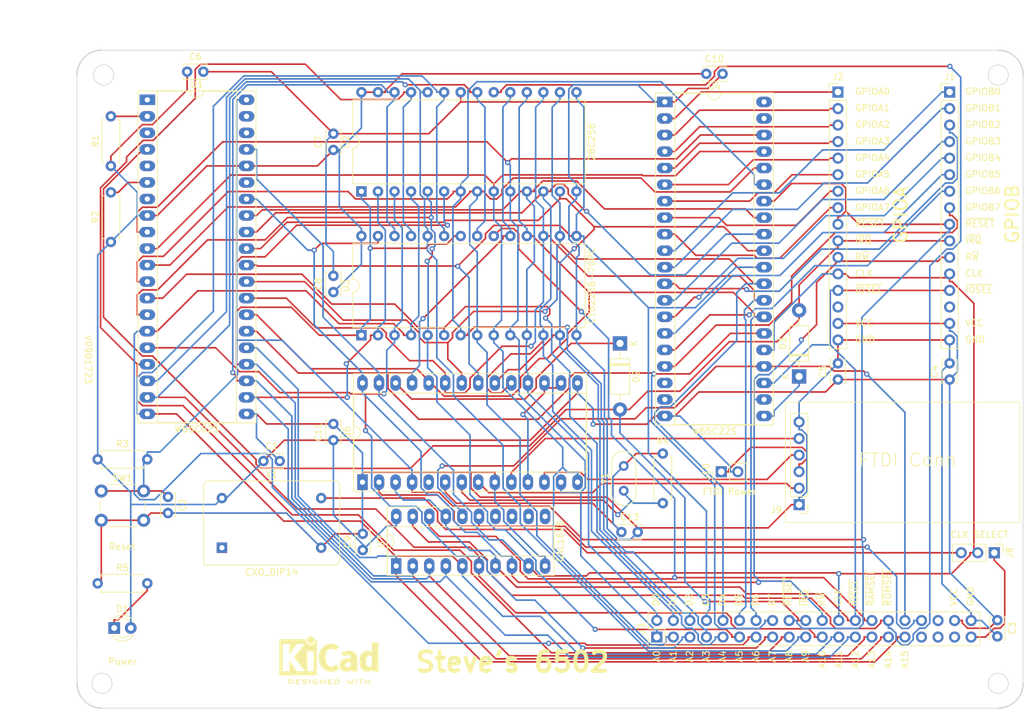
<source format=kicad_pcb>
(kicad_pcb (version 20221018) (generator pcbnew)
  (layers (0 "F.Cu" signal) (31 "B.Cu" signal) (34 "B.Paste" user) (35 "F.Paste" user) (36 "B.SilkS" user "B.Silkscreen") (37 "F.SilkS" user "F.Silkscreen") (38 "B.Mask" user) (39 "F.Mask" user) (44 "Edge.Cuts" user))
  (net 0 "")
  (net 1 "GND")
  (net 2 "VCC")
  (net 3 "/A0")
  (net 4 "/A1")
  (net 5 "/A2")
  (net 6 "/A3")
  (net 7 "/A4")
  (net 8 "/A5")
  (net 9 "/A6")
  (net 10 "/A7")
  (net 11 "/A8")
  (net 12 "/A9")
  (net 13 "/A10")
  (net 14 "/A11")
  (net 15 "/A12")
  (net 16 "/A13")
  (net 17 "/A14")
  (net 18 "/A15")
  (net 19 "/D7")
  (net 20 "/D6")
  (net 21 "/D5")
  (net 22 "/D4")
  (net 23 "/D3")
  (net 24 "/D2")
  (net 25 "/D1")
  (net 26 "/D0")
  (net 27 "/R~{W}")
  (net 28 "/~{RAMSEL}")
  (net 29 "/GPIOB0")
  (net 30 "/GPIOB1")
  (net 31 "/GPIOB2")
  (net 32 "/GPIOB3")
  (net 33 "/GPIOB4")
  (net 34 "/GPIOB5")
  (net 35 "/GPIOB6")
  (net 36 "/GPIOB7")
  (net 37 "/GPIOA0")
  (net 38 "/GPIOA1")
  (net 39 "/GPIOA2")
  (net 40 "/GPIOA3")
  (net 41 "/GPIOA4")
  (net 42 "/GPIOA5")
  (net 43 "/~{RESET}")
  (net 44 "/GPIOA6")
  (net 45 "/~{IRQ}")
  (net 46 "/CLK")
  (net 47 "/GPIOA7")
  (net 48 "/~{IOSEL}")
  (net 51 "Net-(D1-K)")
  (net 52 "Net-(U1-RDY)")
  (net 57 "/~{ROMSEL}")
  (net 62 "/6522SEL")
  (net 64 "/CLK_ALT")
  (net 71 "Net-(U1-~{NMI})")
  (net 75 "Net-(U6-XTL1)")
  (net 76 "/CLK_INT")
  (net 77 "Net-(U6-XTL2)")
  (net 79 "/RTS")
  (net 80 "/TX")
  (net 81 "Net-(U6-~{DCD})")
  (net 82 "/RX")
  (net 84 "Net-(D2-K)")
  (net 85 "Net-(J10-Pin_1)")
  (net 87 "/ACIASEL")
  (net 88 "Net-(D3-K)")
  (footprint "Connector_PinHeader_2.54mm:PinHeader_1x16_P2.54mm_Vertical" (layer "F.Cu") (at 165.735 39.45)
    (fp_text reference "J2")
    (fp_text value "GPIOA" hide)
  )
  (footprint "Capacitor_THT:C_Disc_D3.4mm_W2.1mm_P2.50mm" (layer "F.Cu") (at 88.265 92.944 90)
    (fp_text reference "C11")
    (fp_text value "1uF" hide)
  )
  (footprint "Capacitor_THT:C_Disc_D3.4mm_W2.1mm_P2.50mm" (layer "F.Cu") (at 92.77 109.825 90)
    (fp_text reference "C9")
    (fp_text value "1uF" hide)
  )
  (footprint "Connector_PinHeader_2.54mm:PinHeader_2x20_P2.54mm_Vertical" (layer "F.Cu") (at 137.922 123.19 90)
    (fp_text reference "J3")
    (fp_text value "Conn_02x20_Odd_Even" hide)
  )
  (footprint "Capacitor_THT:C_Disc_D3.4mm_W2.1mm_P2.50mm" (layer "F.Cu") (at 132.492 107.061)
    (fp_text reference "C13")
    (fp_text value "20pF")
  )
  (footprint "Diode_THT:D_DO-41_SOD81_P10.16mm_Horizontal" (layer "F.Cu") (at 132.27 78.07 -90)
    (fp_text reference "D2")
    (fp_text value "SB140")
  )
  (footprint "Capacitor_THT:C_Disc_D3.4mm_W2.1mm_P2.50mm" (layer "F.Cu") (at 190.214 120.592 -90)
    (fp_text reference "C3")
    (fp_text value "1uF" hide)
  )
  (footprint "Package_DIP:DIP-28_W15.24mm" (layer "F.Cu") (at 92.5676 76.8146 90)
    (fp_text reference "U3")
    (fp_text value "CY62256-70PC")
  )
  (footprint "Capacitor_THT:C_Disc_D3.4mm_W2.1mm_P2.50mm" (layer "F.Cu") (at 65.806 36.322)
    (fp_text reference "C6")
    (fp_text value "1uF" hide)
  )
  (footprint "Crystal:Crystal_HC52-8mm_Vertical" (layer "F.Cu") (at 132.842 100.706 90)
    (fp_text reference "Y1")
    (fp_text value "1.843")
  )
  (footprint "Capacitor_THT:C_Disc_D3.4mm_W2.1mm_P2.50mm" (layer "F.Cu") (at 182.88 83.626 90)
    (fp_text reference "C4")
    (fp_text value "1uF")
  )
  (footprint "Resistor_THT:R_Axial_DIN0207_L6.3mm_D2.5mm_P7.62mm_Horizontal" (layer "F.Cu") (at 54.102 62.484 90)
    (fp_text reference "R2")
    (fp_text value "1k")
  )
  (footprint "Resistor_THT:R_Axial_DIN0207_L6.3mm_D2.5mm_P7.62mm_Horizontal" (layer "F.Cu") (at 54.102 50.8 90)
    (fp_text reference "R1")
    (fp_text value "1k")
  )
  (footprint "Connector_PinHeader_2.54mm:PinHeader_1x16_P2.54mm_Vertical" (layer "F.Cu") (at 182.88 39.45)
    (fp_text reference "J1")
    (fp_text value "GPIOB" hide)
  )
  (footprint "Resistor_THT:R_Axial_DIN0207_L6.3mm_D2.5mm_P7.62mm_Horizontal" (layer "F.Cu") (at 138.842 102.616 90)
    (fp_text reference "R4")
    (fp_text value "1m")
  )
  (footprint "Capacitor_THT:C_Disc_D3.4mm_W2.1mm_P2.50mm" (layer "F.Cu") (at 88.265 48.3466 90)
    (fp_text reference "C7")
    (fp_text value "1uF" hide)
  )
  (footprint "Symbol:KiCad-Logo2_6mm_SilkScreen" (layer "F.Cu") (at 87.622514 126.050848)
    (fp_text reference "REF**" hide)
    (fp_text value "KiCad-Logo2_6mm_SilkScreen" hide)
  )
  (footprint "Package_DIP:DIP-28_W15.24mm_Socket_LongPads" (layer "F.Cu") (at 92.73 99.39 90)
    (fp_text reference "U6")
    (fp_text value "W6551")
  )
  (footprint "Connector_PinHeader_2.54mm:PinHeader_1x03_P2.54mm_Vertical" (layer "F.Cu") (at 189.738 110.236 -90)
    (fp_text reference "J8")
    (fp_text value "CLK SELECT")
  )
  (footprint "Resistor_THT:R_Axial_DIN0207_L6.3mm_D2.5mm_P7.62mm_Horizontal" (layer "F.Cu") (at 52.07 95.885)
    (fp_text reference "R3")
    (fp_text value "1k")
  )
  (footprint "Connector_PinHeader_2.54mm:PinHeader_1x02_P2.54mm_Vertical" (layer "F.Cu") (at 147.823 97.79 90)
    (fp_text reference "J10")
    (fp_text value "FTDI Power")
  )
  (footprint "Button_Switch_THT:SW_PUSH_6mm" (layer "F.Cu") (at 52.63 100.747)
    (fp_text reference "SW1")
    (fp_text value "SW_Push")
  )
  (footprint "Package_DIP:DIP-40_W15.24mm_Socket_LongPads" (layer "F.Cu") (at 139.15 40.968)
    (fp_text reference "U4")
    (fp_text value "W65C22S")
  )
  (footprint "Diode_THT:D_DO-41_SOD81_P10.16mm_Horizontal" (layer "F.Cu") (at 159.77 83.15 90)
    (fp_text reference "D3")
    (fp_text value "SB140")
  )
  (footprint "Connector_PinHeader_2.54mm:PinHeader_1x06_P2.54mm_Vertical" (layer "F.Cu") (at 159.77 102.85 180)
    (fp_text reference "J9")
    (fp_text value "FTDI Connector")
  )
  (footprint "Capacitor_THT:C_Disc_D3.4mm_W2.1mm_P2.50mm" (layer "F.Cu") (at 88.265 70.1906 90)
    (fp_text reference "C8")
    (fp_text value "1uF" hide)
  )
  (footprint "Capacitor_THT:C_Disc_D3.4mm_W2.1mm_P2.50mm" (layer "F.Cu") (at 77.52 96.15)
    (fp_text reference "C1")
    (fp_text value "1uF" hide)
  )
  (footprint "LED_THT:LED_D3.0mm_Clear" (layer "F.Cu") (at 54.61 121.793)
    (fp_text reference "D1")
    (fp_text value "LED")
  )
  (footprint "Package_DIP:DIP-40_W15.24mm_Socket_LongPads" (layer "F.Cu") (at 59.69 40.64)
    (fp_text reference "U1")
    (fp_text value "W65C02S")
  )
  (footprint "Oscillator:Oscillator_DIP-14" (layer "F.Cu") (at 71.15 109.46)
    (fp_text reference "X1")
    (fp_text value "CXO_DIP14")
  )
  (footprint "Package_DIP:DIP-20_W7.62mm_Socket_LongPads" (layer "F.Cu") (at 97.91 112.27 90)
    (fp_text reference "U7")
    (fp_text value "GAL16V8")
  )
  (footprint "Resistor_THT:R_Axial_DIN0207_L6.3mm_D2.5mm_P7.62mm_Horizontal" (layer "F.Cu") (at 52.07 114.935)
    (fp_text reference "R5")
    (fp_text value "220")
  )
  (footprint "Capacitor_THT:C_Disc_D3.4mm_W2.1mm_P2.50mm" (layer "F.Cu") (at 145.52 36.65)
    (fp_text reference "C10")
    (fp_text value "1uF" hide)
  )
  (footprint "Package_DIP:DIP-28_W15.24mm" (layer "F.Cu") (at 92.5676 54.7166 90)
    (fp_text reference "U2")
    (fp_text value "28C256")
  )
  (footprint "Capacitor_THT:C_Disc_D3.4mm_W2.1mm_P2.50mm" (layer "F.Cu") (at 62.865 101.64 -90)
    (fp_text reference "C2")
    (fp_text value "1uF" hide)
  )
  (footprint "Capacitor_THT:C_Disc_D3.4mm_W2.1mm_P2.50mm" (layer "F.Cu") (at 165.735 83.626 90)
    (fp_text reference "C5")
    (fp_text value "1uF")
  )
  (gr_rect (start 157.67 87.09) (end 193.67 105.59) (stroke (width 0.1)) (fill none) (layer "F.SilkS"))
  (gr_line (start 53.34 33.02) (end 190.345923 33.02) (stroke (width 0.1)) (layer "Edge.Cuts"))
  (gr_line (start 194.155923 36.83) (end 194.155923 130.301992) (stroke (width 0.1)) (layer "Edge.Cuts"))
  (gr_arc (start 52.732077 134.112) (mid 50.038 132.996077) (end 48.922077 130.302) (stroke (width 0.2)) (layer "Edge.Cuts"))
  (gr_line (start 48.895 36.83) (end 48.922077 130.302) (stroke (width 0.1)) (layer "Edge.Cuts"))
  (gr_circle (center 190.3459 130.301992) (end 191.2349 131.571992) (stroke (width 0.1)) (fill none) (layer "Edge.Cuts"))
  (gr_circle (center 190.345923 36.83) (end 191.234923 38.1) (stroke (width 0.1)) (fill none) (layer "Edge.Cuts"))
  (gr_arc (start 48.895 36.83) (mid 50.010923 34.135923) (end 52.705 33.02) (stroke (width 0.2)) (layer "Edge.Cuts"))
  (gr_circle (center 52.732077 130.302) (end 53.621077 131.572) (stroke (width 0.1)) (fill none) (layer "Edge.Cuts"))
  (gr_line (start 52.732077 134.112) (end 190.345923 134.111992) (stroke (width 0.1)) (layer "Edge.Cuts"))
  (gr_arc (start 194.155923 130.301992) (mid 193.040001 132.996077) (end 190.345923 134.111992) (stroke (width 0.2)) (layer "Edge.Cuts"))
  (gr_line (start 52.705 33.02) (end 53.34 33.02) (stroke (width 0.1)) (layer "Edge.Cuts"))
  (gr_arc (start 190.345923 33.02) (mid 193.04 34.135923) (end 194.155923 36.83) (stroke (width 0.2)) (layer "Edge.Cuts"))
  (gr_circle (center 52.985232 36.83) (end 53.874232 38.1) (stroke (width 0.1)) (fill none) (layer "Edge.Cuts"))
  (gr_text "GPIOB0" (at 185.166 39.958) (layer "F.SilkS") (effects (font (size 1 1)) (justify left bottom)))
  (gr_text "A7" (at 156.262 125.15 90) (layer "F.SilkS") (effects (font (size 1 1)) (justify right bottom)))
  (gr_text "~{RESET}" (at 185.166 60.278) (layer "F.SilkS") (effects (font (size 1 1)) (justify left bottom)))
  (gr_text "D1" (at 140.938 118.54 90) (layer "F.SilkS") (effects (font (size 1 1)) (justify left bottom)))
  (gr_text "~{IRQ}" (at 161.258 118.54 90) (layer "F.SilkS") (effects (font (size 1 1)) (justify left bottom)))
  (gr_text "A8" (at 158.802 125.15 90) (layer "F.SilkS") (effects (font (size 1 1)) (justify right bottom)))
  (gr_text "A10" (at 163.882 125.15 90) (layer "F.SilkS") (effects (font (size 1 1)) (justify right bottom)))
  (gr_text "R~{W}" (at 163.798 118.54 90) (layer "F.SilkS") (effects (font (size 1 1)) (justify left bottom)))
  (gr_text "GND" (at 168.275 78.058) (layer "F.SilkS") (effects (font (size 1 1)) (justify left bottom)))
  (gr_text "GPIOA2" (at 168.275 45.038) (layer "F.SilkS") (effects (font (size 1 1)) (justify left bottom)))
  (gr_text "GPIOA5" (at 168.275 52.658) (layer "F.SilkS") (effects (font (size 1 1)) (justify left bottom)))
  (gr_text "D0" (at 138.398 118.54 90) (layer "F.SilkS") (effects (font (size 1 1)) (justify left bottom)))
  (gr_text "A12" (at 168.962 125.15 90) (layer "F.SilkS") (effects (font (size 1 1)) (justify right bottom)))
  (gr_text "~{IOSEL}" (at 185.166 70.438) (layer "F.SilkS") (effects (font (size 1 1)) (justify left bottom)))
  (gr_text "GPIOB4" (at 185.166 50.118) (layer "F.SilkS") (effects (font (size 1 1)) (justify left bottom)))
  (gr_text "CLK" (at 185.166 67.898) (layer "F.SilkS") (effects (font (size 1 1)) (justify left bottom)))
  (gr_text "R~{W}" (at 185.166 65.358) (layer "F.SilkS") (effects (font (size 1 1)) (justify left bottom)))
  (gr_text "A6" (at 153.722 125.15 90) (layer "F.SilkS") (effects (font (size 1 1)) (justify right bottom)))
  (gr_text "Power" (at 53.594 127.508) (layer "F.SilkS") (effects (font (size 1 1)) (justify left bottom)))
  (gr_text "D6" (at 153.638 118.54 90) (layer "F.SilkS") (effects (font (size 1 1)) (justify left bottom)))
  (gr_text "GPIOB" (at 193.675 62.945 90) (layer "F.SilkS") (effects (font (size 2 2) (thickness 0.3)) (justify left bottom)))
  (gr_text "GPIOA7" (at 168.275 57.738) (layer "F.SilkS") (effects (font (size 1 1)) (justify left bottom)))
  (gr_text "~{ROMSEL}" (at 173.958 118.54 90) (layer "F.SilkS") (effects (font (size 1 1)) (justify left bottom)))
  (gr_text "FTDI Conn" (at 168.77 97.15) (layer "F.SilkS") (effects (font (size 2 2)) (justify left bottom)))
  (gr_text "GPIOB5" (at 185.166 52.658) (layer "F.SilkS") (effects (font (size 1 1)) (justify left bottom)))
  (gr_text "~{IRQ}" (at 185.166 62.818) (layer "F.SilkS") (effects (font (size 1 1)) (justify left bottom)))
  (gr_text "~{IRQ}" (at 168.275 62.818) (layer "F.SilkS") (effects (font (size 1 1)) (justify left bottom)))
  (gr_text "A4" (at 148.642 125.15 90) (layer "F.SilkS") (effects (font (size 1 1)) (justify right bottom)))
  (gr_text "~{IOSEL}" (at 168.878 118.54 90) (layer "F.SilkS") (effects (font (size 1 1)) (justify left bottom)))
  (gr_text "GPIOA4" (at 168.275 50.118) (layer "F.SilkS") (effects (font (size 1 1)) (justify left bottom)))
  (gr_text "~{RESET}" (at 158.718 118.54 90) (layer "F.SilkS") (effects (font (size 1 1)) (justify left bottom)))
  (gr_text "D4" (at 148.558 118.54 90) (layer "F.SilkS") (effects (font (size 1 1)) (justify left bottom)))
  (gr_text "GPIOB2" (at 185.166 45.038) (layer "F.SilkS") (effects (font (size 1 1)) (justify left bottom)))
  (gr_text "A1" (at 141.022 125.15 90) (layer "F.SilkS") (effects (font (size 1 1)) (justify right bottom)))
  (gr_text "VCC" (at 185.166 75.518) (layer "F.SilkS") (effects (font (size 1 1)) (justify left bottom)))
  (gr_text "GPIOB1" (at 185.166 42.498) (layer "F.SilkS") (effects (font (size 1 1)) (justify left bottom)))
  (gr_text "A2" (at 143.562 125.15 90) (layer "F.SilkS") (effects (font (size 1 1)) (justify right bottom)))
  (gr_text "GPIOA1" (at 168.275 42.498) (layer "F.SilkS") (effects (font (size 1 1)) (justify left bottom)))
  (gr_text "D3" (at 146.018 118.54 90) (layer "F.SilkS") (effects (font (size 1 1)) (justify left bottom)))
  (gr_text "GPIOA6" (at 168.275 55.198) (layer "F.SilkS") (effects (font (size 1 1)) (justify left bottom)))
  (gr_text "D7" (at 156.178 118.54 90) (layer "F.SilkS") (effects (font (size 1 1)) (justify left bottom)))
  (gr_text "R~{W}" (at 168.275 65.358) (layer "F.SilkS") (effects (font (size 1 1)) (justify left bottom)))
  (gr_text "CLK" (at 168.275 67.898) (layer "F.SilkS") (effects (font (size 1 1)) (justify left bottom)))
  (gr_text "D5" (at 151.098 118.54 90) (layer "F.SilkS") (effects (font (size 1 1)) (justify left bottom)))
  (gr_text "GPIOA3" (at 168.275 47.578) (layer "F.SilkS") (effects (font (size 1 1)) (justify left bottom)))
  (gr_text "CLK" (at 166.338 118.54 90) (layer "F.SilkS") (effects (font (size 1 1)) (justify left bottom)))
  (gr_text "~{IOSEL}" (at 168.275 70.438) (layer "F.SilkS") (effects (font (size 1 1)) (justify left bottom)))
  (gr_text "A15" (at 176.582 125.15 90) (layer "F.SilkS") (effects (font (size 1 1)) (justify right bottom)))
  (gr_text "Steve's 6502" (at 100.584 128.778) (layer "F.SilkS") (effects (font (size 3 3) (thickness 0.6) bold) (justify left bottom)))
  (gr_text "GPIOB6" (at 185.166 55.198) (layer "F.SilkS") (effects (font (size 1 1)) (justify left bottom)))
  (gr_text "A9" (at 161.342 125.15 90) (layer "F.SilkS") (effects (font (size 1 1)) (justify right bottom)))
  (gr_text "~{RESET}" (at 168.275 60.278) (layer "F.SilkS") (effects (font (size 1 1)) (justify left bottom)))
  (gr_text "~{RAMSEL}" (at 171.418 118.54 90) (layer "F.SilkS") (effects (font (size 1 1)) (justify left bottom)))
  (gr_text "D2" (at 143.478 118.54 90) (layer "F.SilkS") (effects (font (size 1 1)) (justify left bottom)))
  (gr_text "GPIOA0" (at 168.275 39.958) (layer "F.SilkS") (effects (font (size 1 1)) (justify left bottom)))
  (gr_text "A13" (at 171.502 125.15 90) (layer "F.SilkS") (effects (font (size 1 1)) (justify right bottom)))
  (gr_text "Reset" (at 53.694 109.879) (layer "F.SilkS") (effects (font (size 1 1)) (justify left bottom)))
  (gr_text "GND" (at 185.166 78.058) (layer "F.SilkS") (effects (font (size 1 1)) (justify left bottom)))
  (gr_text "A14" (at 174.042 125.15 90) (layer "F.SilkS") (effects (font (size 1 1)) (justify right bottom)))
  (gr_text "A11" (at 166.422 125.15 90) (layer "F.SilkS") (effects (font (size 1 1)) (justify right bottom)))
  (gr_text "GPIOB3" (at 185.166 47.578) (layer "F.SilkS") (effects (font (size 1 1)) (justify left bottom)))
  (gr_text "A5" (at 151.182 125.15 90) (layer "F.SilkS") (effects (font (size 1 1)) (justify right bottom)))
  (gr_text "A0" (at 138.482 125.15 90) (layer "F.SilkS") (effects (font (size 1 1)) (justify right bottom)))
  (gr_text "VCC" (at 184.118 118.54 90) (layer "F.SilkS") (effects (font (size 1 1)) (justify left bottom)))
  (gr_text "GPIOB7" (at 185.166 57.738) (layer "F.SilkS") (effects (font (size 1 1)) (justify left bottom)))
  (gr_text "A3" (at 146.102 125.15 90) (layer "F.SilkS") (effects (font (size 1 1)) (justify right bottom)))
  (gr_text "V0901723" (at 50.038 76.708 -90) (layer "F.SilkS") (effects (font (size 1 1)) (justify left bottom)))
  (gr_text "VCC" (at 168.275 75.518) (layer "F.SilkS") (effects (font (size 1 1)) (justify left bottom)))
  (gr_text "GPIOA" (at 176.53 62.945 90) (layer "F.SilkS") (effects (font (size 2 2) (thickness 0.3)) (justify left bottom)))
  (gr_text "GND" (at 186.658 118.54 90) (layer "F.SilkS") (effects (font (size 1 1)) (justify left bottom)))
  (segment (start 134.992 107.061) (end 134.992 106.4165) (width 0.25) (layer "F.Cu") (net 1))
  (segment (start 113.05 97.8631) (end 109.3818 97.8631) (width 0.25) (layer "F.Cu") (net 1))
  (segment (start 88.525 107.325) (end 92.77 107.325) (width 0.25) (layer "F.Cu") (net 1))
  (segment (start 102.929 45.8466) (end 88.265 45.8466) (width 0.25) (layer "F.Cu") (net 1))
  (segment (start 134.992 106.4165) (end 155.0266 106.4165) (width 0.25) (layer "F.Cu") (net 1))
  (segment (start 60.237 104.14) (end 62.865 104.14) (width 0.25) (layer "F.Cu") (net 1))
  (segment (start 107.8076 40.6035) (end 107.8076 40.968) (width 0.25) (layer "F.Cu") (net 1))
  (segment (start 107.8076 40.968) (end 102.929 45.8466) (width 0.25) (layer "F.Cu") (net 1))
  (segment (start 142.745 38.8999) (end 145.7701 38.8999) (width 0.25) (layer "F.Cu") (net 1))
  (segment (start 107.8076 40.968) (end 139.15 40.968) (width 0.25) (layer "F.Cu") (net 1))
  (segment (start 52.63 105.247) (end 59.13 105.247) (width 0.25) (layer "F.Cu") (net 1))
  (segment (start 109.3818 100.2962) (end 109.3818 97.8631) (width 0.25) (layer "F.Cu") (net 1))
  (segment (start 140.6769 40.968) (end 142.745 38.8999) (width 0.25) (layer "F.Cu") (net 1))
  (segment (start 88.265 90.444) (end 78.0009 90.444) (width 0.25) (layer "F.Cu") (net 1))
  (segment (start 78.7404 36.322) (end 88.265 45.8466) (width 0.25) (layer "F.Cu") (net 1))
  (segment (start 182.88 77.55) (end 181.7031 77.55) (width 0.25) (layer "F.Cu") (net 1))
  (segment (start 109.3818 97.8631) (end 92.73 97.8631) (width 0.25) (layer "F.Cu") (net 1))
  (segment (start 68.306 36.322) (end 78.7404 36.322) (width 0.25) (layer "F.Cu") (net 1))
  (segment (start 59.13 105.247) (end 60.237 104.14) (width 0.25) (layer "F.Cu") (net 1))
  (segment (start 107.8076 39.4766) (end 107.8076 40.6035) (width 0.25) (layer "F.Cu") (net 1))
  (segment (start 165.735 81.126) (end 165.735 77.55) (width 0.25) (layer "F.Cu") (net 1))
  (segment (start 134.992 106.4165) (end 130.2725 101.697) (width 0.25) (layer "F.Cu") (net 1))
  (segment (start 86.39 109.46) (end 88.525 107.325) (width 0.25) (layer "F.Cu") (net 1))
  (segment (start 139.15 40.968) (end 140.6769 40.968) (width 0.25) (layer "F.Cu") (net 1))
  (segment (start 74.93 88.9) (end 76.4569 88.9) (width 0.25) (layer "F.Cu") (net 1))
  (segment (start 155.0266 106.4165) (end 158.5931 102.85) (width 0.25) (layer "F.Cu") (net 1))
  (segment (start 145.7701 38.8999) (end 148.02 36.65) (width 0.25) (layer "F.Cu") (net 1))
  (segment (start 52.63 114.375) (end 52.07 114.935) (width 0.25) (layer "F.Cu") (net 1))
  (segment (start 92.73 99.39) (end 92.73 97.8631) (width 0.25) (layer "F.Cu") (net 1))
  (segment (start 78.0009 90.444) (end 76.4569 88.9) (width 0.25) (layer "F.Cu") (net 1))
  (segment (start 159.77 102.85) (end 158.5931 102.85) (width 0.25) (layer "F.Cu") (net 1))
  (segment (start 110.7826 101.697) (end 109.3818 100.2962) (width 0.25) (layer "F.Cu") (net 1))
  (segment (start 130.2725 101.697) (end 110.7826 101.697) (width 0.25) (layer "F.Cu") (net 1))
  (segment (start 52.63 105.247) (end 52.63 114.375) (width 0.25) (layer "F.Cu") (net 1))
  (segment (start 165.735 77.55) (end 181.7031 77.55) (width 0.25) (layer "F.Cu") (net 1))
  (segment (start 113.05 99.39) (end 113.05 97.8631) (width 0.25) (layer "F.Cu") (net 1))
  (segment (start 92.73 107.285) (end 92.73 99.39) (width 0.25) (layer "B.Cu") (net 1))
  (segment (start 125.5876 76.8146) (end 125.5876 75.6877) (width 0.25) (layer "B.Cu") (net 1))
  (segment (start 119.785 110.7431) (end 114.42 105.3781) (width 0.25) (layer "B.Cu") (net 1))
  (segment (start 86.39 109.46) (end 81.07 104.14) (width 0.25) (layer "B.Cu") (net 1))
  (segment (start 92.77 107.325) (end 92.73 107.285) (width 0.25) (layer "B.Cu") (net 1))
  (segment (start 160.1378 101.6731) (end 160.9616 100.8493) (width 0.25) (layer "B.Cu") (net 1))
  (segment (start 159.77 90.15) (end 159.77 87.091) (width 0.25) (layer "B.Cu") (net 1))
  (segment (start 134.979 38.3239) (end 137.6231 40.968) (width 0.25) (layer "B.Cu") (net 1))
  (segment (start 114.42 105.3781) (end 114.42 103.675) (width 0.25) (layer "B.Cu") (net 1))
  (segment (start 190.214 123.092) (end 187.772 120.65) (width 0.25) (layer "B.Cu") (net 1))
  (segment (start 125.4792 62.7114) (end 125.0802 62.7114) (width 0.25) (layer "B.Cu") (net 1))
  (segment (start 181.7112 82.2948) (end 181.7112 115.0023) (width 0.25) (layer "B.Cu") (net 1))
  (segment (start 125.5876 53.5897) (end 124.4054 52.4075) (width 0.25) (layer "B.Cu") (net 1))
  (segment (start 74.93 88.9) (end 76.4569 88.9) (width 0.25) (layer "B.Cu") (net 1))
  (segment (start 131.981 108.1992) (end 133.8538 108.1992) (width 0.25) (layer "B.Cu") (net 1))
  (segment (start 130.2955 106.5137) (end 131.981 108.1992) (width 0.25) (layer "B.Cu") (net 1))
  (segment (start 159.77 102.85) (end 159.77 101.6731) (width 0.25) (layer "B.Cu") (net 1))
  (segment (start 125.5876 64.8752) (end 125.9838 64.479) (width 0.25) (layer "B.Cu") (net 1))
  (segment (start 120.77 110.7431) (end 119.785 110.7431) (width 0.25) (layer "B.Cu") (net 1))
  (segment (start 160.1358 91.3269) (end 159.77 91.3269) (width 0.25) (layer "B.Cu") (net 1))
  (segment (start 88.265 90.444) (end 92.73 94.909) (width 0.25) (layer "B.Cu") (net 1))
  (segment (start 124.4301 57.001) (end 125.5876 55.8435) (width 0.25) (layer "B.Cu") (net 1))
  (segment (start 125.5876 75.6877) (end 125.5876 64.8752) (width 0.25) (layer "B.Cu") (net 1))
  (segment (start 92.73 94.909) (end 92.73 99.39) (width 0.25) (layer "B.Cu") (net 1))
  (segment (start 88.265 63.9685) (end 87.1303 62.8338) (width 0.25) (layer "B.Cu") (net 1))
  (segment (start 88.265 67.6906) (end 88.265 63.9685) (width 0.25) (layer "B.Cu") (net 1))
  (segment (start 182.88 81.126) (end 182.88 77.55) (width 0.25) (layer "B.Cu") (net 1))
  (segment (start 139.15 40.968) (end 137.6231 40.968) (width 0.25) (layer "B.Cu") (net 1))
  (segment (start 87.1303 46.9813) (end 88.265 45.8466) (width 0.25) (layer "B.Cu") (net 1))
  (segment (start 125.5876 55.28) (end 125.5876 54.7166) (width 0.25) (layer "B.Cu") (net 1))
  (segment (start 159.77 90.15) (end 159.77 91.3269) (width 0.25) (layer "B.Cu") (net 1))
  (segment (start 113.05 102.305) (end 113.05 99.39) (width 0.25) (layer "B.Cu") (net 1))
  (segment (start 125.5876 76.8146) (end 125.5876 77.9415) (width 0.25) (layer "B.Cu") (net 1))
  (segment (start 160.9616 100.8493) (end 160.9616 92.1527) (width 0.25) (layer "B.Cu") (net 1))
  (segment (start 125.9838 63.216) (end 125.4792 62.7114) (width 0.25) (layer "B.Cu") (net 1))
  (segment (start 133.8538 108.1992) (end 134.992 107.061) (width 0.25) (layer "B.Cu") (net 1))
  (segment (start 124.4054 52.4075) (end 124.4054 39.0105) (width 0.25) (layer "B.Cu") (net 1))
  (segment (start 125.9838 64.479) (end 125.9838 63.216) (width 0.25) (layer "B.Cu") (net 1))
  (segment (start 124.4301 62.0613) (end 124.4301 57.001) (width 0.25) (layer "B.Cu") (net 1))
  (segment (start 129.8814 82.2353) (end 129.8814 89.5845) (width 0.25) (layer "B.Cu") (net 1))
  (segment (start 125.5876 77.9415) (end 129.8814 82.2353) (width 0.25) (layer "B.Cu") (net 1))
  (segment (start 186.182 120.65) (end 186.182 119.4731) (width 0.25) (layer "B.Cu") (net 1))
  (segment (start 159.77 101.6731) (end 160.1378 101.6731) (width 0.25) (layer "B.Cu") (net 1))
  (segment (start 125.0802 62.7114) (end 124.4301 62.0613) (width 0.25) (layer "B.Cu") (net 1))
  (segment (start 125.092 38.3239) (end 134.979 38.3239) (width 0.25) (layer "B.Cu") (net 1))
  (segment (start 124.4054 39.0105) (end 125.092 38.3239) (width 0.25) (layer "B.Cu") (net 1))
  (segment (start 181.7112 115.0023) (end 186.182 119.4731) (width 0.25) (layer "B.Cu") (net 1))
  (segment (start 130.2955 89.9986) (end 130.2955 106.5137) (width 0.25) (layer "B.Cu") (net 1))
  (segment (start 129.8814 89.5845) (end 130.2955 89.9986) (width 0.25) (layer "B.Cu") (net 1))
  (segment (start 159.77 87.091) (end 165.735 81.126) (width 0.25) (layer "B.Cu") (net 1))
  (segment (start 81.07 104.14) (end 62.865 104.14) (width 0.25) (layer "B.Cu") (net 1))
  (segment (start 182.88 81.126) (end 181.7112 82.2948) (width 0.25) (layer "B.Cu") (net 1))
  (segment (start 120.77 112.27) (end 120.77 110.7431) (width 0.25) (layer "B.Cu") (net 1))
  (segment (start 187.772 120.65) (end 186.182 120.65) (width 0.25) (layer "B.Cu") (net 1))
  (segment (start 160.9616 92.1527) (end 160.1358 91.3269) (width 0.25) (layer "B.Cu") (net 1))
  (segment (start 87.1303 62.8338) (end 87.1303 46.9813) (width 0.25) (layer "B.Cu") (net 1))
  (segment (start 114.42 103.675) (end 113.05 102.305) (width 0.25) (layer "B.Cu") (net 1))
  (segment (start 76.4569 92.5869) (end 76.4569 88.9) (width 0.25) (layer "B.Cu") (net 1))
  (segment (start 80.02 96.15) (end 76.4569 92.5869) (width 0.25) (layer "B.Cu") (net 1))
  (segment (start 125.5876 54.7166) (end 125.5876 53.5897) (width 0.25) (layer "B.Cu") (net 1))
  (segment (start 125.5876 55.28) (end 125.5876 55.8435) (width 0.25) (layer "B.Cu") (net 1))
  (segment (start 85.8116 50.8) (end 88.265 48.3466) (width 0.25) (layer "F.Cu") (net 2))
  (segment (start 144.3707 85.5342) (end 163.8268 85.5342) (width 0.25) (layer "F.Cu") (net 2))
  (segment (start 88.265 92.944) (end 80.726 92.944) (width 0.25) (layer "F.Cu") (net 2))
  (segment (start 58.9404 44.45) (end 54.102 49.2884) (width 0.25) (layer "F.Cu") (net 2))
  (segment (start 92.5676 39.4766) (end 95.1076 39.4766) (width 0.25) (layer "F.Cu") (net 2))
  (segment (start 136.3658 90.4853) (end 128.1454 90.4853) (width 0.25) (layer "F.Cu") (net 2))
  (segment (start 190.214 120.592) (end 188.9654 121.8406) (width 0.25) (layer "F.Cu") (net 2))
  (segment (start 188.9654 121.8406) (end 185.6437 121.8406) (width 0.25) (layer "F.Cu") (net 2))
  (segment (start 74.93 50.8) (end 85.8116 50.8) (width 0.25) (layer "F.Cu") (net 2))
  (segment (start 145.52 36.65) (end 98.8276 36.65) (width 0.25) (layer "F.Cu") (net 2))
  (segment (start 140.6769 89.228) (end 144.3707 85.5342) (width 0.25) (layer "F.Cu") (net 2))
  (segment (start 65.806 36.322) (end 65.806 39.1223) (width 0.25) (layer "F.Cu") (net 2))
  (segment (start 185.6437 121.8406) (end 184.8189 121.0158) (width 0.25) (layer "F.Cu") (net 2))
  (segment (start 137.6231 89.228) (end 136.3658 90.4853) (width 0.25) (layer "F.Cu") (net 2))
  (segment (start 125.75 85.6769) (end 118.4829 92.944) (width 0.25) (layer "F.Cu") (net 2))
  (segment (start 118.4829 92.944) (end 88.265 92.944) (width 0.25) (layer "F.Cu") (net 2))
  (segment (start 54.102 49.2884) (end 54.102 50.8) (width 0.25) (layer "F.Cu") (net 2))
  (segment (start 139.15 89.228) (end 140.6769 89.228) (width 0.25) (layer "F.Cu") (net 2))
  (segment (start 125.75 84.15) (end 125.75 85.6769) (width 0.25) (layer "F.Cu") (net 2))
  (segment (start 163.8268 85.5342) (end 165.735 83.626) (width 0.25) (layer "F.Cu") (net 2))
  (segment (start 165.735 83.626) (end 182.88 83.626) (width 0.25) (layer "F.Cu") (net 2))
  (segment (start 98.8276 36.65) (end 96.2345 39.2431) (width 0.25) (layer "F.Cu") (net 2))
  (segment (start 139.15 89.228) (end 137.6231 89.228) (width 0.25) (layer "F.Cu") (net 2))
  (segment (start 61.2169 58.42) (end 68.8369 50.8) (width 0.25) (layer "F.Cu") (net 2))
  (segment (start 60.4783 44.45) (end 58.9404 44.45) (width 0.25) (layer "F.Cu") (net 2))
  (segment (start 68.8369 50.8) (end 74.93 50.8) (width 0.25) (layer "F.Cu") (net 2))
  (segment (start 96.2345 39.2431) (end 96.2345 39.4766) (width 0.25) (layer "F.Cu") (net 2))
  (segment (start 65.806 39.1223) (end 60.4783 44.45) (width 0.25) (layer "F.Cu") (net 2))
  (segment (start 80.726 92.944) (end 77.52 96.15) (width 0.25) (layer "F.Cu") (net 2))
  (segment (start 95.1076 39.4766) (end 96.2345 39.4766) (width 0.25) (layer "F.Cu") (net 2))
  (segment (start 184.8189 121.0158) (end 184.8189 120.65) (width 0.25) (layer "F.Cu") (net 2))
  (segment (start 59.69 58.42) (end 61.2169 58.42) (width 0.25) (layer "F.Cu") (net 2))
  (segment (start 183.642 120.65) (end 184.8189 120.65) (width 0.25) (layer "F.Cu") (net 2))
  (segment (start 182.88 75.01) (end 165.735 75.01) (width 0.25) (layer "F.Cu") (net 2))
  (via (at 128.1454 90.4853) (size 0.8) (drill 0.4) (layers "F.Cu" "B.Cu") (net 2))
  (segment (start 97.91 106.1769) (end 96.4181 106.1769) (width 0.25) (layer "B.Cu") (net 2))
  (segment (start 70.1656 102.8244) (end 71.15 101.84) (width 0.25) (layer "B.Cu") (net 2))
  (segment (start 92.5676 65.888) (end 88.265 70.1906) (width 0.25) (layer "B.Cu") (net 2))
  (segment (start 58.1631 58.4229) (end 58.1631 58.42) (width 0.25) (layer "B.Cu") (net 2))
  (segment (start 57.15 121.793) (end 57.15 102.8244) (width 0.25) (layer "B.Cu") (net 2))
  (segment (start 92.5676 61.5746) (end 92.5676 65.888) (width 0.25) (layer "B.Cu") (net 2))
  (segment (start 182.88 113.258) (end 182.88 83.626) (width 0.25) (layer "B.Cu") (net 2))
  (segment (start 52.07 64.516) (end 52.07 95.885) (width 0.25) (layer "B.Cu") (net 2))
  (segment (start 141.4564 89.228) (end 149.1861 96.9577) (width 0.25) (layer "B.Cu") (net 2))
  (segment (start 128.1454 88.0723) (end 128.1454 90.4853) (width 0.25) (layer "B.Cu") (net 2))
  (segment (start 71.15 101.84) (end 71.83 101.84) (width 0.25) (layer "B.Cu") (net 2))
  (segment (start 150.363 97.79) (end 149.1861 97.79) (width 0.25) (layer "B.Cu") (net 2))
  (segment (start 97.91 104.65) (end 97.91 106.1769) (width 0.25) (layer "B.Cu") (net 2))
  (segment (start 58.1631 54.8611) (end 54.102 50.8) (width 0.25) (layer "B.Cu") (net 2))
  (segment (start 139.15 89.228) (end 141.4564 89.228) (width 0.25) (layer "B.Cu") (net 2))
  (segment (start 190.214 120.592) (end 182.88 113.258) (width 0.25) (layer "B.Cu") (net 2))
  (segment (start 92.5676 39.4766) (end 92.5676 44.9565) (width 0.25) (layer "B.Cu") (net 2))
  (segment (start 71.83 101.84) (end 77.52 96.15) (width 0.25) (layer "B.Cu") (net 2))
  (segment (start 93.2092 109.3858) (end 92.77 109.825) (width 0.25) (layer "B.Cu") (net 2))
  (segment (start 58.1631 58.42) (end 58.1631 54.8611) (width 0.25) (layer "B.Cu") (net 2))
  (segment (start 96.4181 106.1769) (end 93.2092 109.3858) (width 0.25) (layer "B.Cu") (net 2))
  (segment (start 125.75 85.6769) (end 128.1454 88.0723) (width 0.25) (layer "B.Cu") (net 2))
  (segment (start 54.102 62.484) (end 58.1631 58.4229) (width 0.25) (layer "B.Cu") (net 2))
  (segment (start 88.265 92.944) (end 88.265 104.4417) (width 0.25) (layer "B.Cu") (net 2))
  (segment (start 149.1861 96.9577) (end 149.1861 97.79) (width 0.25) (layer "B.Cu") (net 2))
  (segment (start 57.15 102.8244) (end 57.15 100.965) (width 0.25) (layer "B.Cu") (net 2))
  (segment (start 57.15 102.8244) (end 70.1656 102.8244) (width 0.25) (layer "B.Cu") (net 2))
  (segment (start 89.1775 57.0576) (end 92.5676 60.4477) (width 0.25) (layer "B.Cu") (net 2))
  (segment (start 54.102 62.484) (end 52.07 64.516) (width 0.25) (layer "B.Cu") (net 2))
  (segment (start 183.2458 76.1869) (end 182.88 76.1869) (width 0.25) (layer "B.Cu") (net 2))
  (segment (start 182.88 75.01) (end 182.88 76.1869) (width 0.25) (layer "B.Cu") (net 2))
  (segment (start 89.1775 48.3466) (end 89.1775 57.0576) (width 0.25) (layer "B.Cu") (net 2))
  (segment (start 57.15 100.965) (end 52.07 95.885) (width 0.25) (layer "B.Cu") (net 2))
  (segment (start 184.0695 77.0106) (end 183.2458 76.1869) (width 0.25) (layer "B.Cu") (net 2))
  (segment (start 184.0695 82.4365) (end 184.0695 77.0106) (width 0.25) (layer "B.Cu") (net 2))
  (segment (start 88.265 104.4417) (end 93.2092 109.3858) (width 0.25) (layer "B.Cu") (net 2))
  (segment (start 59.69 58.42) (end 58.1631 58.42) (width 0.25) (layer "B.Cu") (net 2))
  (segment (start 92.5676 61.5746) (end 92.5676 60.4477) (width 0.25) (layer "B.Cu") (net 2))
  (segment (start 125.75 84.15) (end 125.75 85.6769) (width 0.25) (layer "B.Cu") (net 2))
  (segment (start 92.5676 44.9565) (end 89.1775 48.3466) (width 0.25) (layer "B.Cu") (net 2))
  (segment (start 89.1775 48.3466) (end 88.265 48.3466) (width 0.25) (layer "B.Cu") (net 2))
  (segment (start 182.88 83.626) (end 184.0695 82.4365) (width 0.25) (layer "B.Cu") (net 2))
  (segment (start 144.6261 46.048) (end 140.9592 49.7149) (width 0.25) (layer "F.Cu") (net 3))
  (segment (start 58.1631 60.96) (end 58.1631 57.9177) (width 0.25) (layer "F.Cu") (net 3))
  (segment (start 71.2688 47.0966) (end 111.8408 47.0966) (width 0.25) (layer "F.Cu") (net 3))
  (segment (start 59.69 60.96) (end 58.1631 60.96) (width 0.25) (layer "F.Cu") (net 3))
  (segment (start 115.5867 49.7149) (end 115.0229 50.2787) (width 0.25) (layer "F.Cu") (net 3))
  (segment (start 58.1631 57.9177) (end 58.9308 57.15) (width 0.25) (layer "F.Cu") (net 3))
  (segment (start 140.9592 49.7149) (end 115.5867 49.7149) (width 0.25) (layer "F.Cu") (net 3))
  (segment (start 58.9308 57.15) (end 61.2154 57.15) (width 0.25) (layer "F.Cu") (net 3))
  (segment (start 111.8408 47.0966) (end 115.0229 50.2787) (width 0.25) (layer "F.Cu") (net 3))
  (segment (start 154.39 46.048) (end 144.6261 46.048) (width 0.25) (layer "F.Cu") (net 3))
  (segment (start 61.2154 57.15) (end 71.2688 47.0966) (width 0.25) (layer "F.Cu") (net 3))
  (via (at 115.0229 50.2787) (size 0.8) (drill 0.4) (layers "F.Cu" "B.Cu") (net 3))
  (segment (start 116.7739 85.9738) (end 116.7739 77.5974) (width 0.25) (layer "B.Cu") (net 3))
  (segment (start 126.9346 96.1345) (end 116.7739 85.9738) (width 0.25) (layer "B.Cu") (net 3))
  (segment (start 116.7739 77.5974) (end 115.4276 76.2511) (width 0.25) (layer "B.Cu") (net 3))
  (segment (start 115.4276 50.6834) (end 115.4276 54.7166) (width 0.25) (layer "B.Cu") (net 3))
  (segment (start 126.2593 100.9169) (end 126.9346 100.2416) (width 0.25) (layer "B.Cu") (net 3))
  (segment (start 137.922 123.19) (end 137.922 122.0131) (width 0.25) (layer "B.Cu") (net 3))
  (segment (start 116.5951 74.5202) (end 115.4276 75.6877) (width 0.25) (layer "B.Cu") (net 3))
  (segment (start 126.2593 110.7182) (end 126.2593 100.9169) (width 0.25) (layer "B.Cu") (net 3))
  (segment (start 123.21 100.9169) (end 126.2593 100.9169) (width 0.25) (layer "B.Cu") (net 3))
  (segment (start 115.4276 76.8146) (end 115.4276 76.2511) (width 0.25) (layer "B.Cu") (net 3))
  (segment (start 116.5951 60.206) (end 116.5951 74.5202) (width 0.25) (layer "B.Cu") (net 3))
  (segment (start 115.4276 59.0385) (end 116.5951 60.206) (width 0.25) (layer "B.Cu") (net 3))
  (segment (start 137.922 122.0131) (end 137.5542 122.0131) (width 0.25) (layer "B.Cu") (net 3))
  (segment (start 115.0229 50.2787) (end 115.4276 50.6834) (width 0.25) (layer "B.Cu") (net 3))
  (segment (start 115.4276 76.2511) (end 115.4276 75.6877) (width 0.25) (layer "B.Cu") (net 3))
  (segment (start 123.21 99.39) (end 123.21 100.9169) (width 0.25) (layer "B.Cu") (net 3))
  (segment (start 115.4276 54.7166) (end 115.4276 59.0385) (width 0.25) (layer "B.Cu") (net 3))
  (segment (start 126.9346 100.2416) (end 126.9346 96.1345) (width 0.25) (layer "B.Cu") (net 3))
  (segment (start 137.5542 122.0131) (end 126.2593 110.7182) (width 0.25) (layer "B.Cu") (net 3))
  (segment (start 61.2169 63.5) (end 72.5177 52.1992) (width 0.25) (layer "F.Cu") (net 4))
  (segment (start 135.8231 52.3054) (end 140.8118 52.3054) (width 0.25) (layer "F.Cu") (net 4))
  (segment (start 59.69 63.5) (end 61.2169 63.5) (width 0.25) (layer "F.Cu") (net 4))
  (segment (start 135.698 52.1803) (end 135.8231 52.3054) (width 0.25) (layer "F.Cu") (net 4))
  (segment (start 111.4971 52.1992) (end 112.8876 53.5897) (width 0.25) (layer "F.Cu") (net 4))
  (segment (start 72.5177 52.1992) (end 111.4971 52.1992) (width 0.25) (layer "F.Cu") (net 4))
  (segment (start 112.8876 54.7166) (end 112.8876 53.5897) (width 0.25) (layer "F.Cu") (net 4))
  (segment (start 144.5292 48.588) (end 154.39 48.588) (width 0.25) (layer "F.Cu") (net 4))
  (segment (start 114.297 52.1803) (end 135.698 52.1803) (width 0.25) (layer "F.Cu") (net 4))
  (segment (start 112.8876 53.5897) (end 114.297 52.1803) (width 0.25) (layer "F.Cu") (net 4))
  (segment (start 140.8118 52.3054) (end 144.5292 48.588) (width 0.25) (layer "F.Cu") (net 4))
  (segment (start 122.0804 98.509) (end 123.4747 97.1147) (width 0.25) (layer "B.Cu") (net 4))
  (segment (start 112.8876 76.8146) (end 112.8876 77.9415) (width 0.25) (layer "B.Cu") (net 4))
  (segment (start 114.0782 60.2291) (end 114.0782 74.4971) (width 0.25) (layer "B.Cu") (net 4))
  (segment (start 138.9174 124.3669) (end 136.9366 124.3669) (width 0.25) (layer "B.Cu") (net 4))
  (segment (start 123.4747 94.0492) (end 114.3022 84.8767) (width 0.25) (layer "B.Cu") (net 4))
  (segment (start 140.462 123.19) (end 139.2851 123.19) (width 0.25) (layer "B.Cu") (net 4))
  (segment (start 123.4747 97.1147) (end 123.4747 94.0492) (width 0.25) (layer "B.Cu") (net 4))
  (segment (start 114.0782 74.4971) (end 112.8876 75.6877) (width 0.25) (layer "B.Cu") (net 4))
  (segment (start 125.75 99.39) (end 125.75 97.8631) (width 0.25) (layer "B.Cu") (net 4))
  (segment (start 112.8876 54.7166) (end 112.8876 59.0385) (width 0.25) (layer "B.Cu") (net 4))
  (segment (start 123.4747 97.1147) (end 124.2231 97.8631) (width 0.25) (layer "B.Cu") (net 4))
  (segment (start 114.3022 84.8767) (end 114.3022 79.3561) (width 0.25) (layer "B.Cu") (net 4))
  (segment (start 139.2851 123.9992) (end 138.9174 124.3669) (width 0.25) (layer "B.Cu") (net 4))
  (segment (start 136.9366 124.3669) (end 122.0804 109.5107) (width 0.25) (layer "B.Cu") (net 4))
  (segment (start 112.8876 76.8146) (end 112.8876 75.6877) (width 0.25) (layer "B.Cu") (net 4))
  (segment (start 139.2851 123.19) (end 139.2851 123.9992) (width 0.25) (layer "B.Cu") (net 4))
  (segment (start 114.3022 79.3561) (end 112.8876 77.9415) (width 0.25) (layer "B.Cu") (net 4))
  (segment (start 112.8876 59.0385) (end 114.0782 60.2291) (width 0.25) (layer "B.Cu") (net 4))
  (segment (start 124.2231 97.8631) (end 125.75 97.8631) (width 0.25) (layer "B.Cu") (net 4))
  (segment (start 122.0804 109.5107) (end 122.0804 98.509) (width 0.25) (layer "B.Cu") (net 4))
  (segment (start 107.0281 57.0999) (end 72.1029 57.0999) (width 0.25) (layer "F.Cu") (net 5))
  (segment (start 152.8631 51.128) (end 149.1962 54.7949) (width 0.25) (layer "F.Cu") (net 5))
  (segment (start 154.39 51.128) (end 152.8631 51.128) (width 0.25) (layer "F.Cu") (net 5))
  (segment (start 137.6378 54.7949) (end 135.504 52.6611) (width 0.25) (layer "F.Cu") (net 5))
  (segment (start 110.3476 54.7166) (end 111.4745 54.7166) (width 0.25) (layer "F.Cu") (net 5))
  (segment (start 111.4745 54.9501) (end 111.4745 54.7166) (width 0.25) (layer "F.Cu") (net 5))
  (segment (start 114.1576 55.0776) (end 113.3572 55.878) (width 0.25) (layer "F.Cu") (net 5))
  (segment (start 135.504 52.6611) (end 115.8849 52.6611) (width 0.25) (layer "F.Cu") (net 5))
  (segment (start 63.1628 66.04) (end 59.69 66.04) (width 0.25) (layer "F.Cu") (net 5))
  (segment (start 115.8849 52.6611) (end 114.1576 54.3884) (width 0.25) (layer "F.Cu") (net 5))
  (segment (start 109.2207 54.9073) (end 107.0281 57.0999) (width 0.25) (layer "F.Cu") (net 5))
  (segment (start 109.2207 54.7166) (end 109.2207 54.9073) (width 0.25) (layer "F.Cu") (net 5))
  (segment (start 72.1029 57.0999) (end 63.1628 66.04) (width 0.25) (layer "F.Cu") (net 5))
  (segment (start 110.3476 54.7166) (end 109.2207 54.7166) (width 0.25) (layer "F.Cu") (net 5))
  (segment (start 114.1576 54.3884) (end 114.1576 55.0776) (width 0.25) (layer "F.Cu") (net 5))
  (segment (start 113.3572 55.878) (end 112.4024 55.878) (width 0.25) (layer "F.Cu") (net 5))
  (segment (start 112.4024 55.878) (end 111.4745 54.9501) (width 0.25) (layer "F.Cu") (net 5))
  (segment (start 149.1962 54.7949) (end 137.6378 54.7949) (width 0.25) (layer "F.Cu") (net 5))
  (segment (start 116.9259 101.3116) (end 116.9259 92.5935) (width 0.25) (layer "B.Cu") (net 5))
  (segment (start 141.8251 123.19) (end 141.8251 123.558) (width 0.25) (layer "B.Cu") (net 5))
  (segment (start 110.3476 76.8146) (end 110.3476 77.9415) (width 0.25) (layer "B.Cu") (net 5))
  (segment (start 110.3476 64.0492) (end 109.1936 62.8952) (width 0.25) (layer "B.Cu") (net 5))
  (segment (start 140.5187 124.8644) (end 136.7682 124.8644) (width 0.25) (layer "B.Cu") (net 5))
  (segment (start 143.002 123.19) (end 141.8251 123.19) (width 0.25) (layer "B.Cu") (net 5))
  (segment (start 111.856 87.5236) (end 111.856 79.4499) (width 0.25) (layer "B.Cu") (net 5))
  (segment (start 110.3476 54.7166) (end 110.3476 55.8435) (width 0.25) (layer "B.Cu") (net 5))
  (segment (start 119.5 103.8857) (end 116.9259 101.3116) (width 0.25) (layer "B.Cu") (net 5))
  (segment (start 109.1936 56.9975) (end 110.3476 55.8435) (width 0.25) (layer "B.Cu") (net 5))
  (segment (start 141.8251 123.558) (end 140.5187 124.8644) (width 0.25) (layer "B.Cu") (net 5))
  (segment (start 116.9259 92.5935) (end 111.856 87.5236) (width 0.25) (layer "B.Cu") (net 5))
  (segment (start 111.856 79.4499) (end 110.3476 77.9415) (width 0.25) (layer "B.Cu") (net 5))
  (segment (start 110.3476 76.2511) (end 110.3476 75.6877) (width 0.25) (layer "B.Cu") (net 5))
  (segment (start 110.3476 75.6877) (end 110.3476 64.0492) (width 0.25) (layer "B.Cu") (net 5))
  (segment (start 136.7682 124.8644) (end 119.5 107.5962) (width 0.25) (layer "B.Cu") (net 5))
  (segment (start 119.5 107.5962) (end 119.5 103.8857) (width 0.25) (layer "B.Cu") (net 5))
  (segment (start 110.3476 76.2511) (end 110.3476 76.8146) (width 0.25) (layer "B.Cu") (net 5))
  (segment (start 109.1936 62.8952) (end 109.1936 56.9975) (width 0.25) (layer "B.Cu") (net 5))
  (segment (start 107.8076 76.8146) (end 108.9345 76.8146) (width 0.25) (layer "F.Cu") (net 6))
  (segment (start 58.1631 65.5377) (end 59.0047 64.6961) (width 0.25) (layer "F.Cu") (net 6))
  (segment (start 72.125 54.7358) (end 90.5245 54.7358) (width 0.25) (layer "F.Cu") (net 6))
  (segment (start 59.69 68.58) (end 58.1631 68.58) (width 0.25) (layer "F.Cu") (net 6))
  (segment (start 58.1631 68.58) (end 58.1631 65.5377) (width 0.25) (layer "F.Cu") (net 6))
  (segment (start 91.6632 55.8745) (end 105.7563 55.8745) (width 0.25) (layer "F.Cu") (net 6))
  (segment (start 105.7563 55.8745) (end 106.6807 54.9501) (width 0.25) (layer "F.Cu") (net 6))
  (segment (start 109.8848 75.5826) (end 124.1866 75.5826) (width 0.25) (layer "F.Cu") (net 6))
  (segment (start 108.9345 76.5329) (end 109.8848 75.5826) (width 0.25) (layer "F.Cu") (net 6))
  (segment (start 59.0047 64.6961) (end 62.1647 64.6961) (width 0.25) (layer "F.Cu") (net 6))
  (segment (start 107.8076 54.7166) (end 106.6807 54.7166) (width 0.25) (layer "F.Cu") (net 6))
  (segment (start 106.6807 54.9501) (end 106.6807 54.7166) (width 0.25) (layer "F.Cu") (net 6))
  (segment (start 62.1647 64.6961) (end 72.125 54.7358) (width 0.25) (layer "F.Cu") (net 6))
  (segment (start 90.5245 54.7358) (end 91.6632 55.8745) (width 0.25) (layer "F.Cu") (net 6))
  (segment (start 108.9345 76.8146) (end 108.9345 76.5329) (width 0.25) (layer "F.Cu") (net 6))
  (via (at 124.1866 75.5826) (size 0.8) (drill 0.4) (layers "F.Cu" "B.Cu") (net 6))
  (segment (start 133.2077 110.1226) (end 134.2944 110.1226) (width 0.25) (layer "B.Cu") (net 6))
  (segment (start 138.579 37.857) (end 152.8631 52.1411) (width 0.25) (layer "B.Cu") (net 6))
  (segment (start 129.7762 106.6911) (end 133.2077 110.1226) (width 0.25) (layer "B.Cu") (net 6))
  (segment (start 107.8076 55.8435) (end 106.617 57.0341) (width 0.25) (layer "B.Cu") (net 6))
  (segment (start 129.7762 90.1185) (end 129.7762 106.6911) (width 0.25) (layer "B.Cu") (net 6))
  (segment (start 145.1762 122.0131) (end 145.542 122.0131) (width 0.25) (layer "B.Cu") (net 6))
  (segment (start 134.2944 110.1226) (end 144.2718 120.1) (width 0.25) (layer "B.Cu") (net 6))
  (segment (start 154.39 53.668) (end 152.8631 53.668) (width 0.25) (layer "B.Cu") (net 6))
  (segment (start 108.9345 52.4628) (end 108.9345 39.2246) (width 0.25) (layer "B.Cu") (net 6))
  (segment (start 144.2718 120.1) (end 144.2718 121.1087) (width 0.25) (layer "B.Cu") (net 6))
  (segment (start 124.1866 75.5826) (end 124.1866 79.0826) (width 0.25) (layer "B.Cu") (net 6))
  (segment (start 107.8076 54.7166) (end 107.8076 53.5897) (width 0.25) (layer "B.Cu") (net 6))
  (segment (start 107.8076 55.28) (end 107.8076 55.8435) (width 0.25) (layer "B.Cu") (net 6))
  (segment (start 106.617 74.4971) (end 107.8076 75.6877) (width 0.25) (layer "B.Cu") (net 6))
  (segment (start 129.3917 84.2877) (end 129.3917 89.734) (width 0.25) (layer "B.Cu") (net 6))
  (segment (start 145.542 123.19) (end 145.542 122.0131) (width 0.25) (layer "B.Cu") (net 6))
  (segment (start 124.1866 79.0826) (end 129.3917 84.2877) (width 0.25) (layer "B.Cu") (net 6))
  (segment (start 107.8076 53.5897) (end 108.9345 52.4628) (width 0.25) (layer "B.Cu") (net 6))
  (segment (start 144.2718 121.1087) (end 145.1762 122.0131) (width 0.25) (layer "B.Cu") (net 6))
  (segment (start 107.8076 55.28) (end 107.8076 54.7166) (width 0.25) (layer "B.Cu") (net 6))
  (segment (start 108.9345 39.2246) (end 110.3021 37.857) (width 0.25) (layer "B.Cu") (net 6))
  (segment (start 152.8631 52.1411) (end 152.8631 53.668) (width 0.25) (layer "B.Cu") (net 6))
  (segment (start 129.3917 89.734) (end 129.7762 90.1185) (width 0.25) (layer "B.Cu") (net 6))
  (segment (start 106.617 57.0341) (end 106.617 74.4971) (width 0.25) (layer "B.Cu") (net 6))
  (segment (start 110.3021 37.857) (end 138.579 37.857) (width 0.25) (layer "B.Cu") (net 6))
  (segment (start 107.8076 76.8146) (end 107.8076 75.6877) (width 0.25) (layer "B.Cu") (net 6))
  (segment (start 121.4848 72.8107) (end 121.4848 73.5405) (width 0.25) (layer "F.Cu") (net 7))
  (segment (start 82.6377 59.9095) (end 105.7793 59.9095) (width 0.25) (layer "F.Cu") (net 7))
  (segment (start 77.7772 64.77) (end 82.6377 59.9095) (width 0.25) (layer "F.Cu") (net 7))
  (segment (start 59.69 71.12) (end 62.0509 71.12) (width 0.25) (layer "F.Cu") (net 7))
  (segment (start 105.2676 76.8146) (end 105.2676 75.6877) (width 0.25) (layer "F.Cu") (net 7))
  (segment (start 97.6743 72.0266) (end 101.3354 75.6877) (width 0.25) (layer "F.Cu") (net 7))
  (segment (start 83.4352 67.4406) (end 88.0212 72.0266) (width 0.25) (layer "F.Cu") (net 7))
  (segment (start 62.0509 71.12) (end 65.7303 67.4406) (width 0.25) (layer "F.Cu") (net 7))
  (segment (start 73.4024 67.4406) (end 73.4024 65.5523) (width 0.25) (layer "F.Cu") (net 7))
  (segment (start 73.4024 65.5523) (end 74.1847 64.77) (width 0.25) (layer "F.Cu") (net 7))
  (segment (start 121.0961 72.422) (end 121.4848 72.8107) (width 0.25) (layer "F.Cu") (net 7))
  (segment (start 105.2676 75.6877) (end 108.5333 72.422) (width 0.25) (layer "F.Cu") (net 7))
  (segment (start 121.4848 73.5405) (end 120.8462 74.1791) (width 0.25) (layer "F.Cu") (net 7))
  (segment (start 74.1847 64.77) (end 77.7772 64.77) (width 0.25) (layer "F.Cu") (net 7))
  (segment (start 108.5333 72.422) (end 121.0961 72.422) (width 0.25) (layer "F.Cu") (net 7))
  (segment (start 101.3354 75.6877) (end 105.2676 75.6877) (width 0.25) (layer "F.Cu") (net 7))
  (segment (start 73.4024 67.4406) (end 83.4352 67.4406) (width 0.25) (layer "F.Cu") (net 7))
  (segment (start 65.7303 67.4406) (end 73.4024 67.4406) (width 0.25) (layer "F.Cu") (net 7))
  (segment (start 88.0212 72.0266) (end 97.6743 72.0266) (width 0.25) (layer "F.Cu") (net 7))
  (via (at 120.8462 74.1791) (size 0.8) (drill 0.4) (layers "F.Cu" "B.Cu") (net 7))
  (via (at 105.7793 59.9095) (size 0.8) (drill 0.4) (layers "F.Cu" "B.Cu") (net 7))
  (segment (start 144.272 123.6782) (end 144.272 122.781) (width 0.25) (layer "B.Cu") (net 7))
  (segment (start 142.4101 121.8269) (end 141.732 121.1488) (width 0.25) (layer "B.Cu") (net 7))
  (segment (start 143.3179 121.8269) (end 142.4101 121.8269) (width 0.25) (layer "B.Cu") (net 7))
  (segment (start 124.5539 82.4047) (end 121.7776 79.6284) (width 0.25) (layer "B.Cu") (net 7))
  (segment (start 141.732 121.1488) (end 141.732 120.0211) (width 0.25) (layer "B.Cu") (net 7))
  (segment (start 146.9051 123.5578) (end 146.0925 124.3704) (width 0.25) (layer "B.Cu") (net 7))
  (segment (start 144.9642 124.3704) (end 144.272 123.6782) (width 0.25) (layer "B.Cu") (net 7))
  (segment (start 128.7407 107.0298) (end 128.7407 93.4526) (width 0.25) (layer "B.Cu") (net 7))
  (segment (start 105.2676 59.3978) (end 105.7793 59.9095) (width 0.25) (layer "B.Cu") (net 7))
  (segment (start 121.7776 79.6284) (end 121.7776 75.1105) (width 0.25) (layer "B.Cu") (net 7))
  (segment (start 144.272 122.781) (end 143.3179 121.8269) (width 0.25) (layer "B.Cu") (net 7))
  (segment (start 124.5539 89.2658) (end 124.5539 82.4047) (width 0.25) (layer "B.Cu") (net 7))
  (segment (start 146.9051 123.19) (end 146.9051 123.5578) (width 0.25) (layer "B.Cu") (net 7))
  (segment (start 105.2676 54.7166) (end 105.2676 59.3978) (width 0.25) (layer "B.Cu") (net 7))
  (segment (start 128.7407 93.4526) (end 124.5539 89.2658) (width 0.25) (layer "B.Cu") (net 7))
  (segment (start 148.082 123.19) (end 146.9051 123.19) (width 0.25) (layer "B.Cu") (net 7))
  (segment (start 141.732 120.0211) (end 128.7407 107.0298) (width 0.25) (layer "B.Cu") (net 7))
  (segment (start 121.7776 75.1105) (end 120.8462 74.1791) (width 0.25) (layer "B.Cu") (net 7))
  (segment (start 146.0925 124.3704) (end 144.9642 124.3704) (width 0.25) (layer "B.Cu") (net 7))
  (segment (start 149.4451 122.8887) (end 148.5695 122.0131) (width 0.25) (layer "F.Cu") (net 8))
  (segment (start 103.4324 64.6801) (end 102.664 65.4485) (width 0.25) (layer "F.Cu") (net 8))
  (segment (start 58.9308 69.85) (end 61.264 69.85) (width 0.25) (layer "F.Cu") (net 8))
  (segment (start 61.264 69.85) (end 68.9499 62.1641) (width 0.25) (layer "F.Cu") (net 8))
  (segment (start 77.7846 62.1641) (end 81.2181 58.7306) (width 0.25) (layer "F.Cu") (net 8))
  (segment (start 58.1631 73.66) (end 58.1631 70.6177) (width 0.25) (layer "F.Cu") (net 8))
  (segment (start 59.69 73.66) (end 58.1631 73.66) (width 0.25) (layer "F.Cu") (net 8))
  (segment (start 68.9499 62.1641) (end 77.7846 62.1641) (width 0.25) (layer "F.Cu") (net 8))
  (segment (start 149.4451 123.19) (end 149.4451 122.8887) (width 0.25) (layer "F.Cu") (net 8))
  (segment (start 103.4324 63.5372) (end 103.4324 64.6801) (width 0.25) (layer "F.Cu") (net 8))
  (segment (start 148.5695 122.0131) (end 128.4602 122.0131) (width 0.25) (layer "F.Cu") (net 8))
  (segment (start 150.622 123.19) (end 149.4451 123.19) (width 0.25) (layer "F.Cu") (net 8))
  (segment (start 58.1631 70.6177) (end 58.9308 69.85) (width 0.25) (layer "F.Cu") (net 8))
  (segment (start 81.2181 58.7306) (end 103.2882 58.7306) (width 0.25) (layer "F.Cu") (net 8))
  (via (at 102.664 65.4485) (size 0.8) (drill 0.4) (layers "F.Cu" "B.Cu") (net 8))
  (via (at 103.2882 58.7306) (size 0.8) (drill 0.4) (layers "F.Cu" "B.Cu") (net 8))
  (via (at 128.4602 122.0131) (size 0.8) (drill 0.4) (layers "F.Cu" "B.Cu") (net 8))
  (via (at 103.4324 63.5372) (size 0.8) (drill 0.4) (layers "F.Cu" "B.Cu") (net 8))
  (segment (start 109.24 101.2706) (end 111.9246 103.9552) (width 0.25) (layer "B.Cu") (net 8))
  (segment (start 103.2882 58.7306) (end 103.2882 60.5415) (width 0.25) (layer "B.Cu") (net 8))
  (segment (start 113.1844 106.7239) (end 114.6879 106.7239) (width 0.25) (layer "B.Cu") (net 8))
  (segment (start 102.7276 76.8146) (end 102.7276 81.805) (width 0.25) (layer "B.Cu") (net 8))
  (segment (start 102.7276 81.805) (end 104.1601 83.2375) (width 0.25) (layer "B.Cu") (net 8))
  (segment (start 103.8545 63.1151) (end 103.4324 63.5372) (width 0.25) (layer "B.Cu") (net 8))
  (segment (start 102.664 65.4485) (end 102.8089 65.5934) (width 0.25) (layer "B.Cu") (net 8))
  (segment (start 102.7276 76.8146) (end 102.7276 75.6877) (width 0.25) (layer "B.Cu") (net 8))
  (segment (start 103.8545 61.1078) (end 103.8545 63.1151) (width 0.25) (layer "B.Cu") (net 8))
  (segment (start 102.7276 54.7166) (end 102.7276 55.8435) (width 0.25) (layer "B.Cu") (net 8))
  (segment (start 102.7276 55.8435) (end 103.2882 56.4041) (width 0.25) (layer "B.Cu") (net 8))
  (segment (start 119.3569 112.9098) (end 128.4602 122.0131) (width 0.25) (layer "B.Cu") (net 8))
  (segment (start 103.2882 60.5415) (end 103.8545 61.1078) (width 0.25) (layer "B.Cu") (net 8))
  (segment (start 102.8089 75.6064) (end 102.7276 75.6877) (width 0.25) (layer "B.Cu") (net 8))
  (segment (start 119.3569 111.3929) (end 119.3569 112.9098) (width 0.25) (layer "B.Cu") (net 8))
  (segment (start 111.9246 103.9552) (end 111.9246 105.4641) (width 0.25) (layer "B.Cu") (net 8))
  (segment (start 103.2882 56.4041) (end 103.2882 58.7306) (width 0.25) (layer "B.Cu") (net 8))
  (segment (start 102.8089 65.5934) (end 102.8089 75.6064) (width 0.25) (layer "B.Cu") (net 8))
  (segment (start 104.1601 87.0716) (end 109.24 92.1515) (width 0.25) (layer "B.Cu") (net 8))
  (segment (start 109.24 92.1515) (end 109.24 101.2706) (width 0.25) (layer "B.Cu") (net 8))
  (segment (start 104.1601 83.2375) (end 104.1601 87.0716) (width 0.25) (layer "B.Cu") (net 8))
  (segment (start 114.6879 106.7239) (end 119.3569 111.3929) (width 0.25) (layer "B.Cu") (net 8))
  (segment (start 111.9246 105.4641) (end 113.1844 106.7239) (width 0.25) (layer "B.Cu") (net 8))
  (segment (start 99.0607 76.5811) (end 99.0607 76.8146) (width 0.25) (layer "F.Cu") (net 9))
  (segment (start 100.1876 76.8146) (end 99.0607 76.8146) (width 0.25) (layer "F.Cu") (net 9))
  (segment (start 84.0711 69.9923) (end 89.1134 75.0346) (width 0.25) (layer "F.Cu") (net 9))
  (segment (start 127.1239 124.4186) (end 126.8534 124.1481) (width 0.25) (layer "F.Cu") (net 9))
  (segment (start 153.162 123.19) (end 151.9851 123.19) (width 0.25) (layer "F.Cu") (net 9))
  (segment (start 151.1243 124.4186) (end 127.1239 124.4186) (width 0.25) (layer "F.Cu") (net 9))
  (segment (start 151.9851 123.5578) (end 151.1243 124.4186) (width 0.25) (layer "F.Cu") (net 9))
  (segment (start 97.5142 75.0346) (end 99.0607 76.5811) (width 0.25) (layer "F.Cu") (net 9))
  (segment (start 67.4246 69.9923) (end 84.0711 69.9923) (width 0.25) (layer "F.Cu") (net 9))
  (segment (start 126.8534 124.1481) (end 121.317 124.1481) (width 0.25) (layer "F.Cu") (net 9))
  (segment (start 151.9851 123.19) (end 151.9851 123.5578) (width 0.25) (layer "F.Cu") (net 9))
  (segment (start 59.69 76.2) (end 61.2169 76.2) (width 0.25) (layer "F.Cu") (net 9))
  (segment (start 61.2169 76.2) (end 67.4246 69.9923) (width 0.25) (layer "F.Cu") (net 9))
  (segment (start 89.1134 75.0346) (end 97.5142 75.0346) (width 0.25) (layer "F.Cu") (net 9))
  (via (at 121.317 124.1481) (size 0.8) (drill 0.4) (layers "F.Cu" "B.Cu") (net 9))
  (segment (start 58.1631 76.2) (end 57.698 76.6651) (width 0.25) (layer "B.Cu") (net 9))
  (segment (start 60.832 102.0749) (end 67.922 94.9849) (width 0.25) (layer "B.Cu") (net 9))
  (segment (start 102.8506 124.1481) (end 121.317 124.1481) (width 0.25) (layer "B.Cu") (net 9))
  (segment (start 100.1876 75.0681) (end 100.1876 75.6877) (width 0.25) (layer "B.Cu") (net 9))
  (segment (start 57.698 76.6651) (end 57.698 101.2169) (width 0.25) (layer "B.Cu") (net 9))
  (segment (start 100.1876 55.8435) (end 101.3684 57.0243) (width 0.25) (layer "B.Cu") (net 9))
  (segment (start 78.8931 100.1906) (end 102.8506 124.1481) (width 0.25) (layer "B.Cu") (net 9))
  (segment (start 58.556 102.0749) (end 60.832 102.0749) (width 0.25) (layer "B.Cu") (net 9))
  (segment (start 77.9901 94.9849) (end 78.8931 95.8879) (width 0.25) (layer "B.Cu") (net 9))
  (segment (start 57.698 101.2169) (end 58.556 102.0749) (width 0.25) (layer "B.Cu") (net 9))
  (segment (start 100.1876 76.8146) (end 100.1876 75.6877) (width 0.25) (layer "B.Cu") (net 9))
  (segment (start 100.1876 54.7166) (end 100.1876 55.8435) (width 0.25) (layer "B.Cu") (net 9))
  (segment (start 101.3684 73.8873) (end 100.1876 75.0681) (width 0.25) (layer "B.Cu") (net 9))
  (segment (start 78.8931 95.8879) (end 78.8931 100.1906) (width 0.25) (layer "B.Cu") (net 9))
  (segment (start 59.69 76.2) (end 58.1631 76.2) (width 0.25) (layer "B.Cu") (net 9))
  (segment (start 101.3684 57.0243) (end 101.3684 73.8873) (width 0.25) (layer "B.Cu") (net 9))
  (segment (start 67.922 94.9849) (end 77.9901 94.9849) (width 0.25) (layer "B.Cu") (net 9))
  (segment (start 155.702 123.19) (end 154.5251 123.19) (width 0.25) (layer "F.Cu") (net 10))
  (segment (start 76.802 82.4069) (end 73.8545 82.4069) (width 0.25) (layer "F.Cu") (net 10))
  (segment (start 80.03 85.6349) (end 76.802 82.4069) (width 0.25) (layer "F.Cu") (net 10))
  (segment (start 96.0203 85.8179) (end 93.1976 85.8179) (width 0.25) (layer "F.Cu") (net 10))
  (segment (start 154.5251 123.19) (end 154.5251 123.5558) (width 0.25) (layer "F.Cu") (net 10))
  (segment (start 73.8545 82.4069) (end 70.1876 78.74) (width 0.25) (layer "F.Cu") (net 10))
  (segment (start 93.1976 85.8179) (end 90.8779 85.8179) (width 0.25) (layer "F.Cu") (net 10))
  (segment (start 90.6949 85.6349) (end 80.03 85.6349) (width 0.25) (layer "F.Cu") (net 10))
  (segment (start 70.1876 78.74) (end 59.69 78.74) (width 0.25) (layer "F.Cu") (net 10))
  (segment (start 90.8779 85.8179) (end 90.6949 85.6349) (width 0.25) (layer "F.Cu") (net 10))
  (segment (start 154.5251 123.5558) (end 153.2059 124.875) (width 0.25) (layer "F.Cu") (net 10))
  (segment (start 93.1976 85.8179) (end 93.1976 91.463) (width 0.25) (layer "F.Cu") (net 10))
  (segment (start 153.2059 124.875) (end 126.5523 124.875) (width 0.25) (layer "F.Cu") (net 10))
  (via (at 96.0203 85.8179) (size 0.8) (drill 0.4) (layers "F.Cu" "B.Cu") (net 10))
  (via (at 126.5523 124.875) (size 0.8) (drill 0.4) (layers "F.Cu" "B.Cu") (net 10))
  (via (at 93.1976 91.463) (size 0.8) (drill 0.4) (layers "F.Cu" "B.Cu") (net 10))
  (segment (start 93.1976 91.463) (end 94.1431 92.4085) (width 0.25) (layer "B.Cu") (net 10))
  (segment (start 101.8631 103.9997) (end 101.8631 105.5169) (width 0.25) (layer "B.Cu") (net 10))
  (segment (start 94.1431 100.2569) (end 97.0093 103.1231) (width 0.25) (layer "B.Cu") (net 10))
  (segment (start 97.6476 76.8146) (end 97.6476 77.9415) (width 0.25) (layer "B.Cu") (net 10))
  (segment (start 97.6476 76.8146) (end 97.6476 75.6877) (width 0.25) (layer "B.Cu") (net 10))
  (segment (start 97.6476 77.9415) (end 96.4533 79.1358) (width 0.25) (layer "B.Cu") (net 10))
  (segment (start 111.88 113.059) (end 116.3343 117.5133) (width 0.25) (layer "B.Cu") (net 10))
  (segment (start 111.0835 110.7431) (end 111.88 111.5396) (width 0.25) (layer "B.Cu") (net 10))
  (segment (start 111.88 111.5396) (end 111.88 113.059) (width 0.25) (layer "B.Cu") (net 10))
  (segment (start 96.4533 79.1358) (end 96.4533 85.3849) (width 0.25) (layer "B.Cu") (net 10))
  (segment (start 119.1906 117.5133) (end 126.5523 124.875) (width 0.25) (layer "B.Cu") (net 10))
  (segment (start 97.6476 54.7166) (end 97.6476 59.1321) (width 0.25) (layer "B.Cu") (net 10))
  (segment (start 96.4533 85.3849) (end 96.0203 85.8179) (width 0.25) (layer "B.Cu") (net 10))
  (segment (start 100.9865 103.1231) (end 101.8631 103.9997) (width 0.25) (layer "B.Cu") (net 10))
  (segment (start 94.1431 92.4085) (end 94.1431 100.2569) (width 0.25) (layer "B.Cu") (net 10))
  (segment (start 97.6476 59.1321) (end 98.8309 60.3154) (width 0.25) (layer "B.Cu") (net 10))
  (segment (start 97.0093 103.1231) (end 100.9865 103.1231) (width 0.25) (layer "B.Cu") (net 10))
  (segment (start 101.8631 105.5169) (end 107.0893 110.7431) (width 0.25) (layer "B.Cu") (net 10))
  (segment (start 116.3343 117.5133) (end 119.1906 117.5133) (width 0.25) (layer "B.Cu") (net 10))
  (segment (start 98.8309 60.3154) (end 98.8309 74.5044) (width 0.25) (layer "B.Cu") (net 10))
  (segment (start 98.8309 74.5044) (end 97.6476 75.6877) (width 0.25) (layer "B.Cu") (net 10))
  (segment (start 107.0893 110.7431) (end 111.0835 110.7431) (width 0.25) (layer "B.Cu") (net 10))
  (segment (start 107.7092 109.8393) (end 97.5177 109.8393) (width 0.25) (layer "F.Cu") (net 11))
  (segment (start 52.5153 75.632) (end 58.1633 81.28) (width 0.25) (layer "F.Cu") (net 11))
  (segment (start 154.9545 125.602) (end 121.701 125.602) (width 0.25) (layer "F.Cu") (net 11))
  (segment (start 121.701 125.602) (end 109.4533 113.3543) (width 0.25) (layer "F.Cu") (net 11))
  (segment (start 56.505 50.1613) (end 52.5153 54.151) (width 0.25) (layer "F.Cu") (net 11))
  (segment (start 67.056 40.4096) (end 60.5939 46.8717) (width 0.25) (layer "F.Cu") (net 11))
  (segment (start 158.242 123.19) (end 157.0651 123.19) (width 0.25) (layer "F.Cu") (net 11))
  (segment (start 109.4533 113.3543) (end 109.4533 111.5834) (width 0.25) (layer "F.Cu") (net 11))
  (segment (start 59.0663 46.8717) (end 56.505 49.433) (width 0.25) (layer "F.Cu") (net 11))
  (segment (start 67.056 35.9738) (end 67.056 40.4096) (width 0.25) (layer "F.Cu") (net 11))
  (segment (start 59.69 81.28) (end 58.1633 81.28) (width 0.25) (layer "F.Cu") (net 11))
  (segment (start 99.0607 39.7101) (end 98.1661 40.6047) (width 0.25) (layer "F.Cu") (net 11))
  (segment (start 100.1876 39.4766) (end 99.0607 39.4766) (width 0.25) (layer "F.Cu") (net 11))
  (segment (start 58.1631 86.8547) (end 58.1631 81.2802) (width 0.25) (layer "F.Cu") (net 11))
  (segment (start 157.0651 123.19) (end 157.0651 123.4914) (width 0.25) (layer "F.Cu") (net 11))
  (segment (start 65.1659 87.6315) (end 58.9399 87.6315) (width 0.25) (layer "F.Cu") (net 11))
  (segment (start 98.1661 40.6047) (end 89.3931 40.6047) (width 0.25) (layer "F.Cu") (net 11))
  (segment (start 52.5153 54.151) (end 52.5153 75.632) (width 0.25) (layer "F.Cu") (net 11))
  (segment (start 81.9505 104.4161) (end 65.1659 87.6315) (width 0.25) (layer "F.Cu") (net 11))
  (segment (start 92.0945 104.4161) (end 81.9505 104.4161) (width 0.25) (layer "F.Cu") (net 11))
  (segment (start 56.505 49.433) (end 56.505 50.1613) (width 0.25) (layer "F.Cu") (net 11))
  (segment (start 67.8627 35.1671) (end 67.056 35.9738) (width 0.25) (layer "F.Cu") (net 11))
  (segment (start 109.4533 111.5834) (end 107.7092 109.8393) (width 0.25) (layer "F.Cu") (net 11))
  (segment (start 58.1631 81.2802) (end 58.1633 81.28) (width 0.25) (layer "F.Cu") (net 11))
  (segment (start 60.5939 46.8717) (end 59.0663 46.8717) (width 0.25) (layer "F.Cu") (net 11))
  (segment (start 58.9399 87.6315) (end 58.1631 86.8547) (width 0.25) (layer "F.Cu") (net 11))
  (segment (start 157.0651 123.4914) (end 154.9545 125.602) (width 0.25) (layer "F.Cu") (net 11))
  (segment (start 97.5177 109.8393) (end 92.0945 104.4161) (width 0.25) (layer "F.Cu") (net 11))
  (segment (start 99.0607 39.4766) (end 99.0607 39.7101) (width 0.25) (layer "F.Cu") (net 11))
  (segment (start 89.3931 40.6047) (end 83.9555 35.1671) (width 0.25) (layer "F.Cu") (net 11))
  (segment (start 83.9555 35.1671) (end 67.8627 35.1671) (width 0.25) (layer "F.Cu") (net 11))
  (segment (start 99.007 41.7841) (end 100.1876 40.6035) (width 0.25) (layer "B.Cu") (net 11))
  (segment (start 100.1876 39.4766) (end 100.1876 40.6035) (width 0.25) (layer "B.Cu") (net 11))
  (segment (start 99.007 59.4543) (end 99.007 41.7841) (width 0.25) (layer "B.Cu") (net 11))
  (segment (start 100.1876 61.5746) (end 100.1876 60.6349) (width 0.25) (layer "B.Cu") (net 11))
  (segment (start 100.1876 60.6349) (end 99.007 59.4543) (width 0.25) (layer "B.Cu") (net 11))
  (segment (start 116.96 105.7247) (end 136.5731 125.3378) (width 0.25) (layer "B.Cu") (net 12))
  (segment (start 71.8554 40.266) (end 74.6932 37.4282) (width 0.25) (layer "B.Cu") (net 12))
  (segment (start 102.7055 63.8382) (end 104.1402 65.2729) (width 0.25) (layer "B.Cu") (net 12))
  (segment (start 114.32 100.3219) (end 116.96 102.9619) (width 0.25) (layer "B.Cu") (net 12))
  (segment (start 104.1402 65.2729) (end 104.1402 80.2725) (width 0.25) (layer "B.Cu") (net 12))
  (segment (start 136.5731 125.3378) (end 157.8231 125.3378) (width 0.25) (layer "B.Cu") (net 12))
  (segment (start 106.7 86.1233) (end 114.32 93.7433) (width 0.25) (layer "B.Cu") (net 12))
  (segment (start 59.69 83.82) (end 61.2169 83.82) (width 0.25) (layer "B.Cu") (net 12))
  (segment (start 102.2607 59.9808) (end 102.7276 60.4477) (width 0.25) (layer "B.Cu") (net 12))
  (segment (start 61.2169 83.82) (end 71.8554 73.1815) (width 0.25) (layer "B.Cu") (net 12))
  (segment (start 101.6169 39.4766) (end 101.6007 39.4766) (width 0.25) (layer "B.Cu") (net 12))
  (segment (start 101.6007 39.2431) (end 101.6007 39.4766) (width 0.25) (layer "B.Cu") (net 12))
  (segment (start 114.32 93.7433) (end 114.32 100.3219) (width 0.25) (layer "B.Cu") (net 12))
  (segment (start 102.7276 39.4766) (end 101.6169 39.4766) (width 0.25) (layer "B.Cu") (net 12))
  (segment (start 71.8554 73.1815) (end 71.8554 40.266) (width 0.25) (layer "B.Cu") (net 12))
  (segment (start 104.1402 80.2725) (end 106.7 82.8323) (width 0.25) (layer "B.Cu") (net 12))
  (segment (start 102.7276 62.7015) (end 102.7055 62.7236) (width 0.25) (layer "B.Cu") (net 12))
  (segment (start 116.96 102.9619) (end 116.96 105.7247) (width 0.25) (layer "B.Cu") (net 12))
  (segment (start 102.7276 61.5746) (end 102.7276 62.7015) (width 0.25) (layer "B.Cu") (net 12))
  (segment (start 106.7 82.8323) (end 106.7 86.1233) (width 0.25) (layer "B.Cu") (net 12))
  (segment (start 99.7858 37.4282) (end 101.6007 39.2431) (width 0.25) (layer "B.Cu") (net 12))
  (segment (start 102.7055 62.7236) (end 102.7055 63.8382) (width 0.25) (layer "B.Cu") (net 12))
  (segment (start 74.6932 37.4282) (end 99.7858 37.4282) (width 0.25) (layer "B.Cu") (net 12))
  (segment (start 101.6007 39.4766) (end 101.6007 55.2235) (width 0.25) (layer "B.Cu") (net 12))
  (segment (start 102.2607 55.8835) (end 102.2607 59.9808) (width 0.25) (layer "B.Cu") (net 12))
  (segment (start 157.8231 125.3378) (end 159.6051 123.5558) (width 0.25) (layer "B.Cu") (net 12))
  (segment (start 159.6051 123.5558) (end 159.6051 123.19) (width 0.25) (layer "B.Cu") (net 12))
  (segment (start 101.6007 55.2235) (end 102.2607 55.8835) (width 0.25) (layer "B.Cu") (net 12))
  (segment (start 160.782 123.19) (end 159.6051 123.19) (width 0.25) (layer "B.Cu") (net 12))
  (segment (start 102.7276 61.5746) (end 102.7276 60.4477) (width 0.25) (layer "B.Cu") (net 12))
  (segment (start 110.61 112.1668) (end 110.61 112.27) (width 0.25) (layer "F.Cu") (net 13))
  (segment (start 82.6496 103.5123) (end 65.4973 86.36) (width 0.25) (layer "F.Cu") (net 13))
  (segment (start 94.7785 103.5123) (end 82.6496 103.5123) (width 0.25) (layer "F.Cu") (net 13))
  (segment (start 110.61 112.1668) (end 110.61 110.7431) (width 0.25) (layer "F.Cu") (net 13))
  (segment (start 109.2207 39.4766) (end 109.2207 39.1949) (width 0.25) (layer "F.Cu") (net 13))
  (segment (start 110.3476 39.4766) (end 109.2207 39.4766) (width 0.25) (layer "F.Cu") (net 13))
  (segment (start 150.1339 121.92) (end 161.2409 121.92) (width 0.25) (layer "F.Cu") (net 13))
  (segment (start 109.2207 39.1949) (end 108.3577 38.3319) (width 0.25) (layer "F.Cu") (net 13))
  (segment (start 149.352 121.1381) (end 150.1339 121.92) (width 0.25) (layer "F.Cu") (net 13))
  (segment (start 110.61 110.7431) (end 109.2543 109.3874) (width 0.25) (layer "F.Cu") (net 13))
  (segment (start 100.6536 109.3874) (end 94.7785 103.5123) (width 0.25) (layer "F.Cu") (net 13))
  (segment (start 161.2409 121.92) (end 162.1451 122.8242) (width 0.25) (layer "F.Cu") (net 13))
  (segment (start 108.3577 38.3319) (end 99.2871 38.3319) (width 0.25) (layer "F.Cu") (net 13))
  (segment (start 163.322 123.19) (end 162.1451 123.19) (width 0.25) (layer "F.Cu") (net 13))
  (segment (start 116.2756 119.4625) (end 148.5601 119.4625) (width 0.25) (layer "F.Cu") (net 13))
  (segment (start 65.4973 86.36) (end 59.69 86.36) (width 0.25) (layer "F.Cu") (net 13))
  (segment (start 148.5601 119.4625) (end 149.352 120.2544) (width 0.25) (layer "F.Cu") (net 13))
  (segment (start 110.61 113.7969) (end 116.2756 119.4625) (width 0.25) (layer "F.Cu") (net 13))
  (segment (start 110.61 112.27) (end 110.61 113.7969) (width 0.25) (layer "F.Cu") (net 13))
  (segment (start 149.352 120.2544) (end 149.352 121.1381) (width 0.25) (layer "F.Cu") (net 13))
  (segment (start 109.2543 109.3874) (end 100.6536 109.3874) (width 0.25) (layer "F.Cu") (net 13))
  (segment (start 162.1451 122.8242) (end 162.1451 123.19) (width 0.25) (layer "F.Cu") (net 13))
  (via (at 99.2871 38.3319) (size 0.8) (drill 0.4) (layers "F.Cu" "B.Cu") (net 13))
  (segment (start 59.69 86.36) (end 61.2169 86.36) (width 0.25) (layer "B.Cu") (net 13))
  (segment (start 72.3348 75.2421) (end 72.3348 40.4279) (width 0.25) (layer "B.Cu") (net 13))
  (segment (start 111.5342 59.2611) (end 110.3476 60.4477) (width 0.25) (layer "B.Cu") (net 13))
  (segment (start 110.3476 40.6035) (end 111.5342 41.7901) (width 0.25) (layer "B.Cu") (net 13))
  (segment (start 61.2169 86.36) (end 72.3348 75.2421) (width 0.25) (layer "B.Cu") (net 13))
  (segment (start 74.8801 37.8826) (end 98.8378 37.8826) (width 0.25) (layer "B.Cu") (net 13))
  (segment (start 110.3476 39.4766) (end 110.3476 40.6035) (width 0.25) (layer "B.Cu") (net 13))
  (segment (start 98.8378 37.8826) (end 99.2871 38.3319) (width 0.25) (layer "B.Cu") (net 13))
  (segment (start 111.5342 41.7901) (end 111.5342 59.2611) (width 0.25) (layer "B.Cu") (net 13))
  (segment (start 110.3476 61.5746) (end 110.3476 60.4477) (width 0.25) (layer "B.Cu") (net 13))
  (segment (start 72.3348 40.4279) (end 74.8801 37.8826) (width 0.25) (layer "B.Cu") (net 13))
  (segment (start 64.1682 88.9) (end 59.69 88.9) (width 0.25) (layer "F.Cu") (net 14))
  (segment (start 80.6419 105.3737) (end 64.1682 88.9) (width 0.25) (layer "F.Cu") (net 14))
  (segment (start 97.7818 110.7431) (end 92.4124 105.3737) (width 0.25) (layer "F.Cu") (net 14))
  (segment (start 108.07 112.27) (end 106.5431 110.7431) (width 0.25) (layer "F.Cu") (net 14))
  (segment (start 92.4124 105.3737) (end 80.6419 105.3737) (width 0.25) (layer "F.Cu") (net 14))
  (segment (start 106.5431 110.7431) (end 97.7818 110.7431) (width 0.25) (layer "F.Cu") (net 14))
  (segment (start 60.4343 82.55) (end 69.8372 73.1471) (width 0.25) (layer "B.Cu") (net 14))
  (segment (start 120.0677 120.0101) (end 125.8755 125.8179) (width 0.25) (layer "B.Cu") (net 14))
  (segment (start 162.423 125.8179) (end 164.6851 123.5558) (width 0.25) (layer "B.Cu") (net 14))
  (segment (start 125.8755 125.8179) (end 162.423 125.8179) (width 0.25) (layer "B.Cu") (net 14))
  (segment (start 101.8735 36.9759) (end 104.1407 39.2431) (width 0.25) (layer "B.Cu") (net 14))
  (segment (start 164.6851 123.5558) (end 164.6851 123.19) (width 0.25) (layer "B.Cu") (net 14))
  (segment (start 165.862 123.19) (end 164.6851 123.19) (width 0.25) (layer "B.Cu") (net 14))
  (segment (start 108.07 112.27) (end 108.07 113.7969) (width 0.25) (layer "B.Cu") (net 14))
  (segment (start 104.1328 41.7383) (end 105.2676 40.6035) (width 0.25) (layer "B.Cu") (net 14))
  (segment (start 58.9432 82.55) (end 60.4343 82.55) (width 0.25) (layer "B.Cu") (net 14))
  (segment (start 104.1407 39.2431) (end 104.1407 39.4766) (width 0.25) (layer "B.Cu") (net 14))
  (segment (start 104.1328 59.3129) (end 104.1328 41.7383) (width 0.25) (layer "B.Cu") (net 14))
  (segment (start 114.2832 120.0101) (end 120.0677 120.0101) (width 0.25) (layer "B.Cu") (net 14))
  (segment (start 69.8372 73.1471) (end 69.8372 41.6422) (width 0.25) (layer "B.Cu") (net 14))
  (segment (start 74.5035 36.9759) (end 101.8735 36.9759) (width 0.25) (layer "B.Cu") (net 14))
  (segment (start 105.2676 39.4766) (end 104.1407 39.4766) (width 0.25) (layer "B.Cu") (net 14))
  (segment (start 59.69 88.9) (end 58.1631 88.9) (width 0.25) (layer "B.Cu") (net 14))
  (segment (start 105.2676 60.4477) (end 104.1328 59.3129) (width 0.25) (layer "B.Cu") (net 14))
  (segment (start 58.1631 83.3301) (end 58.9432 82.55) (width 0.25) (layer "B.Cu") (net 14))
  (segment (start 105.2676 61.5746) (end 105.2676 60.4477) (width 0.25) (layer "B.Cu") (net 14))
  (segment (start 69.8372 41.6422) (end 74.5035 36.9759) (width 0.25) (layer "B.Cu") (net 14))
  (segment (start 108.07 113.7969) (end 114.2832 120.0101) (width 0.25) (layer "B.Cu") (net 14))
  (segment (start 58.1631 88.9) (end 58.1631 83.3301) (width 0.25) (layer "B.Cu") (net 14))
  (segment (start 105.2676 39.4766) (end 105.2676 40.6035) (width 0.25) (layer "B.Cu") (net 14))
  (segment (start 93.9807 77.4772) (end 90.2536 81.2043) (width 0.25) (layer "F.Cu") (net 15))
  (segment (start 76.4569 86.36) (end 76.4587 86.3618) (width 0.25) (layer "F.Cu") (net 15))
  (segment (start 95.1076 76.8146) (end 93.9807 76.8146) (width 0.25) (layer "F.Cu") (net 15))
  (segment (start 93.9807 76.8146) (end 93.9807 77.4772) (width 0.25) (layer "F.Cu") (net 15))
  (segment (start 74.93 86.36) (end 76.4569 86.36) (width 0.25) (layer "F.Cu") (net 15))
  (segment (start 76.4587 86.3618) (end 90.3938 86.3618) (width 0.25) (layer "F.Cu") (net 15))
  (via (at 90.3938 86.3618) (size 0.8) (drill 0.4) (layers "F.Cu" "B.Cu") (net 15))
  (via (at 90.2536 81.2043) (size 0.8) (drill 0.4) (layers "F.Cu" "B.Cu") (net 15))
  (segment (start 96.2362 60.6311) (end 95.1076 59.5025) (width 0.25) (layer "B.Cu") (net 15))
  (segment (start 124.5921 126.2996) (end 164.4813 126.2996) (width 0.25) (layer "B.Cu") (net 15))
  (segment (start 90.3938 86.3618) (end 90.3938 81.3445) (width 0.25) (layer "B.Cu") (net 15))
  (segment (start 96.2362 74.5591) (end 96.2362 60.6311) (width 0.25) (layer "B.Cu") (net 15))
  (segment (start 74.93 86.36) (end 76.4569 86.36) (width 0.25) (layer "B.Cu") (net 15))
  (segment (start 95.1076 75.6877) (end 96.2362 74.5591) (width 0.25) (layer "B.Cu") (net 15))
  (segment (start 95.1076 59.5025) (end 95.1076 54.7166) (width 0.25) (layer "B.Cu") (net 15))
  (segment (start 114.6319 122.8988) (end 121.1913 122.8988) (width 0.25) (layer "B.Cu") (net 15))
  (segment (start 104.6262 114.7007) (end 105.53 113.7969) (width 0.25) (layer "B.Cu") (net 15))
  (segment (start 164.4813 126.2996) (end 167.2251 123.5558) (width 0.25) (layer "B.Cu") (net 15))
  (segment (start 105.53 112.27) (end 105.53 113.7969) (width 0.25) (layer "B.Cu") (net 15))
  (segment (start 94.0423 114.7007) (end 104.6262 114.7007) (width 0.25) (layer "B.Cu") (net 15))
  (segment (start 95.1076 76.8146) (end 95.1076 75.6877) (width 0.25) (layer "B.Cu") (net 15))
  (segment (start 167.2251 123.5558) (end 167.2251 123.19) (width 0.25) (layer "B.Cu") (net 15))
  (segment (start 168.402 123.19) (end 167.2251 123.19) (width 0.25) (layer "B.Cu") (net 15))
  (segment (start 81.3316 101.99) (end 94.0423 114.7007) (width 0.25) (layer "B.Cu") (net 15))
  (segment (start 105.53 113.7969) (end 114.6319 122.8988) (width 0.25) (layer "B.Cu") (net 15))
  (segment (start 90.3938 81.3445) (end 90.2536 81.2043) (width 0.25) (layer "B.Cu") (net 15))
  (segment (start 121.1913 122.8988) (end 124.5921 126.2996) (width 0.25) (layer "B.Cu") (net 15))
  (segment (start 76.4569 86.36) (end 81.3316 91.2347) (width 0.25) (layer "B.Cu") (net 15))
  (segment (start 81.3316 91.2347) (end 81.3316 101.99) (width 0.25) (layer "B.Cu") (net 15))
  (segment (start 74.93 83.82) (end 73.4031 83.82) (width 0.25) (layer "F.Cu") (net 16))
  (segment (start 102.99 112.27) (end 102.99 113.7969) (width 0.25) (layer "F.Cu") (net 16))
  (segment (start 115.2592 126.0661) (end 102.99 113.7969) (width 0.25) (layer "F.Cu") (net 16))
  (segment (start 167.2548 126.0661) (end 115.2592 126.0661) (width 0.25) (layer "F.Cu") (net 16))
  (segment (start 73.4031 83.82) (end 73.4031 83.1379) (width 0.25) (layer "F.Cu") (net 16))
  (segment (start 170.942 123.19) (end 169.7651 123.19) (width 0.25) (layer "F.Cu") (net 16))
  (segment (start 169.7651 123.19) (end 169.7651 123.5558) (width 0.25) (layer "F.Cu") (net 16))
  (segment (start 73.4031 83.1379) (end 72.8129 82.5477) (width 0.25) (layer "F.Cu") (net 16))
  (segment (start 169.7651 123.5558) (end 167.2548 126.0661) (width 0.25) (layer "F.Cu") (net 16))
  (via (at 72.8129 82.5477) (size 0.8) (drill 0.4) (layers "F.Cu" "B.Cu") (net 16))
  (segment (start 81.8866 101.9059) (end 81.8866 89.2497) (width 0.25) (layer "B.Cu") (net 16))
  (segment (start 96.5047 41.7464) (end 96.5047 59.3048) (width 0.25) (layer "B.Cu") (net 16))
  (segment (start 102.99 113.7969) (end 102.5381 114.2488) (width 0.25) (layer "B.Cu") (net 16))
  (segment (start 102.99 112.27) (end 102.99 113.7969) (width 0.25) (layer "B.Cu") (net 16))
  (segment (start 97.6476 61.5746) (end 97.6476 60.4477) (width 0.25) (layer "B.Cu") (net 16))
  (segment (start 102.5381 114.2488) (end 94.2295 114.2488) (width 0.25) (layer "B.Cu") (net 16))
  (segment (start 94.2295 114.2488) (end 81.8866 101.9059) (width 0.25) (layer "B.Cu") (net 16))
  (segment (start 75.0624 38.3416) (end 95.6192 38.3416) (width 0.25) (layer "B.Cu") (net 16))
  (segment (start 81.8866 89.2497) (end 76.4569 83.82) (width 0.25) (layer "B.Cu") (net 16))
  (segment (start 97.6476 40.6035) (end 96.5047 41.7464) (width 0.25) (layer "B.Cu") (net 16))
  (segment (start 72.8129 82.5477) (end 72.8129 40.5911) (width 0.25) (layer "B.Cu") (net 16))
  (segment (start 74.93 83.82) (end 76.4569 83.82) (width 0.25) (layer "B.Cu") (net 16))
  (segment (start 72.8129 40.5911) (end 75.0624 38.3416) (width 0.25) (layer "B.Cu") (net 16))
  (segment (start 97.6476 39.4766) (end 96.5207 39.4766) (width 0.25) (layer "B.Cu") (net 16))
  (segment (start 95.6192 38.3416) (end 96.5207 39.2431) (width 0.25) (layer "B.Cu") (net 16))
  (segment (start 96.5207 39.2431) (end 96.5207 39.4766) (width 0.25) (layer "B.Cu") (net 16))
  (segment (start 96.5047 59.3048) (end 97.6476 60.4477) (width 0.25) (layer "B.Cu") (net 16))
  (segment (start 97.6476 39.4766) (end 97.6476 40.6035) (width 0.25) (layer "B.Cu") (net 16))
  (segment (start 73.4031 81.28) (end 73.4031 73.1621) (width 0.25) (layer "F.Cu") (net 17))
  (segment (start 86.0966 76.8146) (end 92.5676 76.8146) (width 0.25) (layer "F.Cu") (net 17))
  (segment (start 105.6785 62.8103) (end 103.0835 62.8103) (width 0.25) (layer "F.Cu") (net 17))
  (segment (start 81.8028 72.5208) (end 86.0966 76.8146) (width 0.25) (layer "F.Cu") (net 17))
  (segment (start 107.8076 61.5746) (end 106.6807 61.5746) (width 0.25) (layer "F.Cu") (net 17))
  (segment (start 74.93 81.28) (end 73.4031 81.28) (width 0.25) (layer "F.Cu") (net 17))
  (segment (start 100.45 113.7969) (end 113.1866 126.5335) (width 0.25) (layer "F.Cu") (net 17))
  (segment (start 106.6807 61.8081) (end 105.6785 62.8103) (width 0.25) (layer "F.Cu") (net 17))
  (segment (start 106.6807 61.5746) (end 106.6807 61.8081) (width 0.25) (layer "F.Cu") (net 17))
  (segment (start 103.0835 62.8103) (end 102.4377 63.4561) (width 0.25) (layer "F.Cu") (net 17))
  (segment (start 100.45 112.27) (end 100.45 113.7969) (width 0.25) (layer "F.Cu") (net 17))
  (segment (start 113.1866 126.5335) (end 169.3274 126.5335) (width 0.25) (layer "F.Cu") (net 17))
  (segment (start 169.3274 126.5335) (end 172.3051 123.5558) (width 0.25) (layer "F.Cu") (net 17))
  (segment (start 173.482 123.19) (end 172.3051 123.19) (width 0.25) (layer "F.Cu") (net 17))
  (segment (start 172.3051 123.5558) (end 172.3051 123.19) (width 0.25) (layer "F.Cu") (net 17))
  (segment (start 73.4031 73.1621) (end 74.0444 72.5208) (width 0.25) (layer "F.Cu") (net 17))
  (segment (start 74.0444 72.5208) (end 81.8028 72.5208) (width 0.25) (layer "F.Cu") (net 17))
  (segment (start 102.4377 63.4561) (end 93.9237 63.4561) (width 0.25) (layer "F.Cu") (net 17))
  (via (at 93.9237 63.4561) (size 0.8) (drill 0.4) (layers "F.Cu" "B.Cu") (net 17))
  (segment (start 93.9237 74.3316) (end 93.9237 63.4561) (width 0.25) (layer "B.Cu") (net 17))
  (segment (start 100.45 113.7969) (end 94.4478 113.7969) (width 0.25) (layer "B.Cu") (net 17))
  (segment (start 92.5676 76.8146) (end 92.5676 75.6877) (width 0.25) (layer "B.Cu") (net 17))
  (segment (start 74.93 81.28) (end 76.4569 81.28) (width 0.25) (layer "B.Cu") (net 17))
  (segment (start 93.9237 57.1996) (end 92.5676 55.8435) (width 0.25) (layer "B.Cu") (net 17))
  (segment (start 93.9237 63.4561) (end 93.9237 57.1996) (width 0.25) (layer "B.Cu") (net 17))
  (segment (start 82.4135 87.2366) (end 76.4569 81.28) (width 0.25) (layer "B.Cu") (net 17))
  (segment (start 82.4135 101.7626) (end 82.4135 87.2366) (width 0.25) (layer "B.Cu") (net 17))
  (segment (start 92.5676 54.7166) (end 92.5676 55.8435) (width 0.25) (layer "B.Cu") (net 17))
  (segment (start 94.4478 113.7969) (end 82.4135 101.7626) (width 0.25) (layer "B.Cu") (net 17))
  (segment (start 92.5676 75.6877) (end 93.9237 74.3316) (width 0.25) (layer "B.Cu") (net 17))
  (segment (start 100.45 112.27) (end 100.45 113.7969) (width 0.25) (layer "B.Cu") (net 17))
  (segment (start 176.022 123.19) (end 174.8451 123.19) (width 0.25) (layer "F.Cu") (net 18))
  (segment (start 97.91 112.27) (end 97.91 113.7969) (width 0.25) (layer "F.Cu") (net 18))
  (segment (start 171.4 127.0009) (end 174.8451 123.5558) (width 0.25) (layer "F.Cu") (net 18))
  (segment (start 111.114 127.0009) (end 171.4 127.0009) (width 0.25) (layer "F.Cu") (net 18))
  (segment (start 174.8451 123.5558) (end 174.8451 123.19) (width 0.25) (layer "F.Cu") (net 18))
  (segment (start 97.91 113.7969) (end 111.114 127.0009) (width 0.25) (layer "F.Cu") (net 18))
  (segment (start 94.9016 110.9579) (end 92.2804 110.9579) (width 0.25) (layer "B.Cu") (net 18))
  (segment (start 97.91 110.7431) (end 95.1164 110.7431) (width 0.25) (layer "B.Cu") (net 18))
  (segment (start 82.8654 85.1485) (end 76.4569 78.74) (width 0.25) (layer "B.Cu") (net 18))
  (segment (start 74.93 78.74) (end 76.4569 78.74) (width 0.25) (layer "B.Cu") (net 18))
  (segment (start 95.1164 110.7431) (end 94.9016 110.9579) (width 0.25) (layer "B.Cu") (net 18))
  (segment (start 82.8654 101.5429) (end 82.8654 85.1485) (width 0.25) (layer "B.Cu") (net 18))
  (segment (start 92.2804 110.9579) (end 82.8654 101.5429) (width 0.25) (layer "B.Cu") (net 18))
  (segment (start 97.91 112.27) (end 97.91 110.7431) (width 0.25) (layer "B.Cu") (net 18))
  (segment (start 100.35 84.15) (end 100.35 82.6246) (width 0.25) (layer "F.Cu") (net 19))
  (segment (start 137.4597 82.7555) (end 143.0012 82.7555) (width 0.25) (layer "F.Cu") (net 19))
  (segment (start 100.3485 82.6231) (end 96.6402 82.6231) (width 0.25) (layer "F.Cu") (net 19))
  (segment (start 114.3007 61.9829) (end 114.3007 61.5746) (width 0.25) (layer "F.Cu") (net 19))
  (segment (start 149.2287 76.528) (end 154.39 76.528) (width 0.25) (layer "F.Cu") (net 19))
  (segment (start 124.48 83.4124) (end 124.48 84.9336) (width 0.25) (layer "F.Cu") (net 19))
  (segment (start 124.48 84.9336) (end 119.6941 89.7195) (width 0.25) (layer "F.Cu") (net 19))
  (segment (start 74.93 76.2) (end 76.4569 76.2) (width 0.25) (layer "F.Cu") (net 19))
  (segment (start 137.4597 82.7555) (end 137.3273 82.6231) (width 0.25) (layer "F.Cu") (net 19))
  (segment (start 102.0218 74.2618) (end 114.3007 61.9829) (width 0.25) (layer "F.Cu") (net 19))
  (segment (start 82.88 82.6231) (end 96.6402 82.6231) (width 0.25) (layer "F.Cu") (net 19))
  (segment (start 125.2693 82.6231) (end 124.48 83.4124) (width 0.25) (layer "F.Cu") (net 19))
  (segment (start 100.35 82.6246) (end 100.3485 82.6231) (width 0.25) (layer "F.Cu") (net 19))
  (segment (start 143.0012 82.7555) (end 149.2287 76.528) (width 0.25) (layer "F.Cu") (net 19))
  (segment (start 101.3712 89.7195) (end 96.6402 84.9885) (width 0.25) (layer "F.Cu") (net 19))
  (segment (start 76.4569 76.2) (end 82.88 82.6231) (width 0.25) (layer "F.Cu") (net 19))
  (segment (start 137.3273 82.6231) (end 125.2693 82.6231) (width 0.25) (layer "F.Cu") (net 19))
  (segment (start 119.6941 89.7195) (end 101.3712 89.7195) (width 0.25) (layer "F.Cu") (net 19))
  (segment (start 115.4276 61.5746) (end 114.3007 61.5746) (width 0.25) (layer "F.Cu") (net 19))
  (segment (start 96.6402 84.9885) (end 96.6402 82.6231) (width 0.25) (layer "F.Cu") (net 19))
  (via (at 137.4597 82.7555) (size 0.8) (drill 0.4) (layers "F.Cu" "B.Cu") (net 19))
  (via (at 102.0218 74.2618) (size 0.8) (drill 0.4) (layers "F.Cu" "B.Cu") (net 19))
  (segment (start 147.5743 121.8692) (end 146.812 121.1069) (width 0.25) (layer "B.Cu") (net 19))
  (segment (start 114.292 41.7391) (end 115.4276 40.6035) (width 0.25) (layer "B.Cu") (net 19))
  (segment (start 155.702 120.65) (end 154.5251 120.65) (width 0.25) (layer "B.Cu") (net 19))
  (segment (start 153.6737 121.8692) (end 147.5743 121.8692) (width 0.25) (layer "B.Cu") (net 19))
  (segment (start 137.1253 83.0899) (end 137.4597 82.7555) (width 0.25) (layer "B.Cu") (net 19))
  (segment (start 100.35 82.6231) (end 101.4796 81.4935) (width 0.25) (layer "B.Cu") (net 19))
  (segment (start 146.812 121.1069) (end 146.812 99.8257) (width 0.25) (layer "B.Cu") (net 19))
  (segment (start 101.4796 81.4935) (end 101.4796 74.804) (width 0.25) (layer "B.Cu") (net 19))
  (segment (start 115.4276 61.5746) (end 115.4276 60.4477) (width 0.25) (layer "B.Cu") (net 19))
  (segment (start 114.292 59.3121) (end 114.292 41.7391) (width 0.25) (layer "B.Cu") (net 19))
  (segment (start 115.4276 60.4477) (end 114.292 59.3121) (width 0.25) (layer "B.Cu") (net 19))
  (segment (start 115.4276 39.4766) (end 115.4276 40.6035) (width 0.25) (layer "B.Cu") (net 19))
  (segment (start 154.5251 120.65) (end 154.5251 121.0178) (width 0.25) (layer "B.Cu") (net 19))
  (segment (start 154.5251 121.0178) (end 153.6737 121.8692) (width 0.25) (layer "B.Cu") (net 19))
  (segment (start 146.812 99.8257) (end 137.1253 90.139) (width 0.25) (layer "B.Cu") (net 19))
  (segment (start 100.35 84.15) (end 100.35 82.6231) (width 0.25) (layer "B.Cu") (net 19))
  (segment (start 101.4796 74.804) (end 102.0218 74.2618) (width 0.25) (layer "B.Cu") (net 19))
  (segment (start 137.1253 90.139) (end 137.1253 83.0899) (width 0.25) (layer "B.Cu") (net 19))
  (segment (start 121.0706 80.4008) (end 124.2232 77.2482) (width 0.25) (layer "F.Cu") (net 20))
  (segment (start 76.4569 73.66) (end 84.7657 81.9688) (width 0.25) (layer "F.Cu") (net 20))
  (segment (start 74.93 73.66) (end 76.4569 73.66) (width 0.25) (layer "F.Cu") (net 20))
  (segment (start 105.2581 86.1707) (end 115.6391 86.1707) (width 0.25) (layer "F.Cu") (net 20))
  (segment (start 117.0031 83.2737) (end 119.876 80.4008) (width 0.25) (layer "F.Cu") (net 20))
  (segment (start 154.39 73.988) (end 152.8631 73.988) (width 0.25) (layer "F.Cu") (net 20))
  (segment (start 115.6391 86.1707) (end 117.0031 84.8067) (width 0.25) (layer "F.Cu") (net 20))
  (segment (start 119.0945 61.8081) (end 119.0945 61.5746) (width 0.25) (layer "F.Cu") (net 20))
  (segment (start 152.8631 73.4154) (end 149.6776 70.2299) (width 0.25) (layer "F.Cu") (net 20))
  (segment (start 117.0031 84.8067) (end 117.0031 83.2737) (width 0.25) (layer "F.Cu") (net 20))
  (segment (start 102.89 83.8026) (end 105.2581 86.1707) (width 0.25) (layer "F.Cu") (net 20))
  (segment (start 127.5163 70.2299) (end 119.0945 61.8081) (width 0.25) (layer "F.Cu") (net 20))
  (segment (start 102.89 84.15) (end 102.89 83.8026) (width 0.25) (layer "F.Cu") (net 20))
  (segment (start 119.876 80.4008) (end 121.0706 80.4008) (width 0.25) (layer "F.Cu") (net 20))
  (segment (start 127.5163 73.2867) (end 127.5163 70.2299) (width 0.25) (layer "F.Cu") (net 20))
  (segment (start 101.0562 81.9688) (end 102.89 83.8026) (width 0.25) (layer "F.Cu") (net 20))
  (segment (start 149.6776 70.2299) (end 127.5163 70.2299) (width 0.25) (layer "F.Cu") (net 20))
  (segment (start 124.2232 76.5798) (end 127.5163 73.2867) (width 0.25) (layer "F.Cu") (net 20))
  (segment (start 152.8631 73.988) (end 152.8631 73.4154) (width 0.25) (layer "F.Cu") (net 20))
  (segment (start 84.7657 81.9688) (end 101.0562 81.9688) (width 0.25) (layer "F.Cu") (net 20))
  (segment (start 124.2232 77.2482) (end 124.2232 76.5798) (width 0.25) (layer "F.Cu") (net 20))
  (segment (start 117.9676 61.5746) (end 119.0945 61.5746) (width 0.25) (layer "F.Cu") (net 20))
  (segment (start 152.3837 74.4674) (end 152.3837 118.6948) (width 0.25) (layer "B.Cu") (net 20))
  (segment (start 116.787 59.2671) (end 116.787 41.7841) (width 0.25) (layer "B.Cu") (net 20))
  (segment (start 117.9676 39.4766) (end 117.9676 40.6035) (width 0.25) (layer "B.Cu") (net 20))
  (segment (start 152.3837 118.6948) (end 153.162 119.4731) (width 0.25) (layer "B.Cu") (net 20))
  (segment (start 152.8631 73.988) (end 152.3837 74.4674) (width 0.25) (layer "B.Cu") (net 20))
  (segment (start 116.787 41.7841) (end 117.9676 40.6035) (width 0.25) (layer "B.Cu") (net 20))
  (segment (start 153.162 120.65) (end 153.162 119.4731) (width 0.25) (layer "B.Cu") (net 20))
  (segment (start 117.9676 61.5746) (end 117.9676 60.4477) (width 0.25) (layer "B.Cu") (net 20))
  (segment (start 154.39 73.988) (end 152.8631 73.988) (width 0.25) (layer "B.Cu") (net 20))
  (segment (start 117.9676 60.4477) (end 116.787 59.2671) (width 0.25) (layer "B.Cu") (net 20))
  (segment (start 121.6345 61.9998) (end 121.6345 61.5746) (width 0.25) (layer "F.Cu") (net 21))
  (segment (start 108.4435 85.6769) (end 109.24 84.8804) (width 0.25) (layer "F.Cu") (net 21))
  (segment (start 150.6761 67.7281) (end 127.3628 67.7281) (width 0.25) (layer "F.Cu") (net 21))
  (segment (start 152.8631 69.9151) (end 150.6761 67.7281) (width 0.25) (layer "F.Cu") (net 21))
  (segment (start 85.6058 75.6847) (end 95.5988 75.6847) (width 0.25) (layer "F.Cu") (net 21))
  (segment (start 109.24 84.8804) (end 109.24 83.4239) (width 0.25) (layer "F.Cu") (net 21))
  (segment (start 81.0411 71.12) (end 85.6058 75.6847) (width 0.25) (layer "F.Cu") (net 21))
  (segment (start 105.43 84.15) (end 105.43 82.6231) (width 0.25) (layer "F.Cu") (net 21))
  (segment (start 96.3776 77.1383) (end 99.9593 80.72) (width 0.25) (layer "F.Cu") (net 21))
  (segment (start 95.5988 75.6847) (end 96.3776 76.4635) (width 0.25) (layer "F.Cu") (net 21))
  (segment (start 154.39 71.448) (end 152.8631 71.448) (width 0.25) (layer "F.Cu") (net 21))
  (segment (start 99.9593 80.72) (end 103.5269 80.72) (width 0.25) (layer "F.Cu") (net 21))
  (segment (start 152.8631 71.448) (end 152.8631 69.9151) (width 0.25) (layer "F.Cu") (net 21))
  (segment (start 96.3776 76.4635) (end 96.3776 77.1383) (width 0.25) (layer "F.Cu") (net 21))
  (segment (start 109.24 83.4239) (end 114.1605 78.5034) (width 0.25) (layer "F.Cu") (net 21))
  (segment (start 74.93 71.12) (end 81.0411 71.12) (width 0.25) (layer "F.Cu") (net 21))
  (segment (start 105.43 84.15) (end 105.43 85.6769) (width 0.25) (layer "F.Cu") (net 21))
  (segment (start 105.43 85.6769) (end 108.4435 85.6769) (width 0.25) (layer "F.Cu") (net 21))
  (segment (start 114.1605 78.5034) (end 118.6181 78.5034) (width 0.25) (layer "F.Cu") (net 21))
  (segment (start 127.3628 67.7281) (end 121.6345 61.9998) (width 0.25) (layer "F.Cu") (net 21))
  (segment (start 103.5269 80.72) (end 105.43 82.6231) (width 0.25) (layer "F.Cu") (net 21))
  (segment (start 120.5076 61.5746) (end 121.6345 61.5746) (width 0.25) (layer "F.Cu") (net 21))
  (via (at 118.6181 78.5034) (size 0.8) (drill 0.4) (layers "F.Cu" "B.Cu") (net 21))
  (segment (start 150.622 120.65) (end 150.622 119.4731) (width 0.25) (layer "B.Cu") (net 21))
  (segment (start 120.5076 71.7136) (end 119.27 72.9512) (width 0.25) (layer "B.Cu") (net 21))
  (segment (start 120.5076 40.6035) (end 119.317 41.7941) (width 0.25) (layer "B.Cu") (net 21))
  (segment (start 120.5076 39.4766) (end 120.5076 40.6035) (width 0.25) (layer "B.Cu") (net 21))
  (segment (start 151.5714 118.5237) (end 150.622 119.4731) (width 0.25) (layer "B.Cu") (net 21))
  (segment (start 154.39 71.448) (end 152.8631 71.448) (width 0.25) (layer "B.Cu") (net 21))
  (segment (start 120.5076 57.3388) (end 120.5076 61.5746) (width 0.25) (layer "B.Cu") (net 21))
  (segment (start 120.5076 62.7015) (end 120.5076 71.7136) (width 0.25) (layer "B.Cu") (net 21))
  (segment (start 119.317 56.1482) (end 120.5076 57.3388) (width 0.25) (layer "B.Cu") (net 21))
  (segment (start 151.5714 74.4477) (end 151.5714 118.5237) (width 0.25) (layer "B.Cu") (net 21))
  (segment (start 119.27 72.9512) (end 119.27 77.8515) (width 0.25) (layer "B.Cu") (net 21))
  (segment (start 120.5076 61.5746) (end 120.5076 62.7015) (width 0.25) (layer "B.Cu") (net 21))
  (segment (start 151.3773 74.2536) (end 151.5714 74.4477) (width 0.25) (layer "B.Cu") (net 21))
  (segment (start 119.317 41.7941) (end 119.317 56.1482) (width 0.25) (layer "B.Cu") (net 21))
  (segment (start 151.3773 72.9338) (end 151.3773 74.2536) (width 0.25) (layer "B.Cu") (net 21))
  (segment (start 119.27 77.8515) (end 118.6181 78.5034) (width 0.25) (layer "B.Cu") (net 21))
  (segment (start 152.8631 71.448) (end 151.3773 72.9338) (width 0.25) (layer "B.Cu") (net 21))
  (segment (start 123.0476 62.7015) (end 125.4441 65.098) (width 0.25) (layer "F.Cu") (net 22))
  (segment (start 101.4576 77.1443) (end 102.2548 77.9415) (width 0.25) (layer "F.Cu") (net 22))
  (segment (start 125.4441 65.098) (end 149.0531 65.098) (width 0.25) (layer "F.Cu") (net 22))
  (segment (start 120.7578 73.1568) (end 109.8011 73.1568) (width 0.25) (layer "F.Cu") (net 22))
  (segment (start 74.93 68.58) (end 83.8593 68.58) (width 0.25) (layer "F.Cu") (net 22))
  (segment (start 107.97 84.15) (end 107.97 82.6231) (width 0.25) (layer "F.Cu") (net 22))
  (segment (start 149.0531 65.098) (end 152.8631 68.908) (width 0.25) (layer "F.Cu") (net 22))
  (segment (start 89.7738 74.4945) (end 99.4783 74.4945) (width 0.25) (layer "F.Cu") (net 22))
  (segment (start 106.5554 77.2177) (end 105.8316 77.9415) (width 0.25) (layer "F.Cu") (net 22))
  (segment (start 101.4576 76.4738) (end 101.4576 77.1443) (width 0.25) (layer "F.Cu") (net 22))
  (segment (start 99.4783 74.4945) (end 101.4576 76.4738) (width 0.25) (layer "F.Cu") (net 22))
  (segment (start 102.2548 77.9415) (end 105.8316 77.9415) (width 0.25) (layer "F.Cu") (net 22))
  (segment (start 123.0476 61.5746) (end 123.0476 62.7015) (width 0.25) (layer "F.Cu") (net 22))
  (segment (start 105.8316 80.4847) (end 105.8316 77.9415) (width 0.25) (layer "F.Cu") (net 22))
  (segment (start 154.39 68.908) (end 152.8631 68.908) (width 0.25) (layer "F.Cu") (net 22))
  (segment (start 106.5554 76.4025) (end 106.5554 77.2177) (width 0.25) (layer "F.Cu") (net 22))
  (segment (start 109.8011 73.1568) (end 106.5554 76.4025) (width 0.25) (layer "F.Cu") (net 22))
  (segment (start 107.97 82.6231) (end 105.8316 80.4847) (width 0.25) (layer "F.Cu") (net 22))
  (segment (start 83.8593 68.58) (end 89.7738 74.4945) (width 0.25) (layer "F.Cu") (net 22))
  (via (at 120.7578 73.1568) (size 0.8) (drill 0.4) (layers "F.Cu" "B.Cu") (net 22))
  (segment (start 123.0476 56.5168) (end 121.857 55.3262) (width 0.25) (layer "B.Cu") (net 22))
  (segment (start 138.5055 87.8149) (end 140.0168 87.8149) (width 0.25) (layer "B.Cu") (net 22))
  (segment (start 123.0476 62.7015) (end 122.5972 63.1519) (width 0.25) (layer "B.Cu") (net 22))
  (segment (start 121.857 55.3262) (end 121.857 41.7941) (width 0.25) (layer "B.Cu") (net 22))
  (segment (start 123.0476 61.5746) (end 123.0476 62.7015) (width 0.25) (layer "B.Cu") (net 22))
  (segment (start 123.0476 61.5746) (end 123.0476 56.5168) (width 0.25) (layer "B.Cu") (net 22))
  (segment (start 151.5529 68.908) (end 152.8631 68.908) (width 0.25) (layer "B.Cu") (net 22))
  (segment (start 148.082 120.65) (end 148.082 119.4731) (width 0.25) (layer "B.Cu") (net 22))
  (segment (start 122.5972 71.3174) (end 120.7578 73.1568) (width 0.25) (layer "B.Cu") (net 22))
  (segment (start 123.0476 39.4766) (end 123.0476 40.6035) (width 0.25) (layer "B.Cu") (net 22))
  (segment (start 150.1999 70.261) (end 151.5529 68.908) (width 0.25) (layer "B.Cu") (net 22))
  (segment (start 137.6096 88.7108) (end 138.5055 87.8149) (width 0.25) (layer "B.Cu") (net 22))
  (segment (start 137.6096 89.8328) (end 137.6096 88.7108) (width 0.25) (layer "B.Cu") (net 22))
  (segment (start 122.5972 63.1519) (end 122.5972 71.3174) (width 0.25) (layer "B.Cu") (net 22))
  (segment (start 140.0168 87.8149) (end 150.1999 77.6318) (width 0.25) (layer "B.Cu") (net 22))
  (segment (start 154.39 68.908) (end 152.8631 68.908) (width 0.25) (layer "B.Cu") (net 22))
  (segment (start 150.1999 77.6318) (end 150.1999 70.261) (width 0.25) (layer "B.Cu") (net 22))
  (segment (start 121.857 41.7941) (end 123.0476 40.6035) (width 0.25) (layer "B.Cu") (net 22))
  (segment (start 148.082 100.3052) (end 137.6096 89.8328) (width 0.25) (layer "B.Cu") (net 22))
  (segment (start 148.082 119.4731) (end 148.082 100.3052) (width 0.25) (layer "B.Cu") (net 22))
  (segment (start 125.5876 61.5746) (end 124.4607 61.5746) (width 0.25) (layer "F.Cu") (net 23))
  (segment (start 123.0625 59.9429) (end 124.4607 61.3411) (width 0.25) (layer "F.Cu") (net 23))
  (segment (start 107.3055 66.1773) (end 107.3387 66.2104) (width 0.25) (layer "F.Cu") (net 23))
  (segment (start 107.3387 66.2104) (end 111.6176 61.9315) (width 0.25) (layer "F.Cu") (net 23))
  (segment (start 74.93 66.04) (end 76.4569 66.04) (width 0.25) (layer "F.Cu") (net 23))
  (segment (start 111.6176 61.9315) (end 111.6176 61.2335) (width 0.25) (layer "F.Cu") (net 23))
  (segment (start 112.9082 59.9429) (end 123.0625 59.9429) (width 0.25) (layer "F.Cu") (net 23))
  (segment (start 107.3054 66.1773) (end 107.3055 66.1773) (width 0.25) (layer "F.Cu") (net 23))
  (segment (start 76.4569 66.04) (end 76.5942 66.1773) (width 0.25) (layer "F.Cu") (net 23))
  (segment (start 111.6176 61.2335) (end 112.9082 59.9429) (width 0.25) (layer "F.Cu") (net 23))
  (segment (start 107.3387 66.2104) (end 107.3475 66.2193) (width 0.25) (layer "F.Cu") (net 23))
  (segment (start 124.4607 61.3411) (end 124.4607 61.5746) (width 0.25) (layer "F.Cu") (net 23))
  (segment (start 76.5942 66.1773) (end 107.3054 66.1773) (width 0.25) (layer "F.Cu") (net 23))
  (via (at 107.3475 66.2193) (size 0.8) (drill 0.4) (layers "F.Cu" "B.Cu") (net 23))
  (segment (start 143.846 72.5835) (end 136.6291 72.5835) (width 0.25) (layer "B.Cu") (net 23))
  (segment (start 154.39 66.368) (end 150.0615 66.368) (width 0.25) (layer "B.Cu") (net 23))
  (segment (start 146.0383 117.4316) (end 145.5421 116.9354) (width 0.25) (layer "B.Cu") (net 23))
  (segment (start 125.5876 40.6035) (end 126.7292 41.7451) (width 0.25) (layer "B.Cu") (net 23))
  (segment (start 136.6291 94.9133) (end 136.6291 72.5835) (width 0.25) (layer "B.Cu") (net 23))
  (segment (start 126.7292 57.1556) (end 125.5876 58.2972) (width 0.25) (layer "B.Cu") (net 23))
  (segment (start 126.7145 62.6689) (end 126.7145 61.5746) (width 0.25) (layer "B.Cu") (net 23))
  (segment (start 145.5421 116.9354) (end 145.542 116.9354) (width 0.25) (layer "B.Cu") (net 23))
  (segment (start 125.5876 39.4766) (end 125.5876 40.6035) (width 0.25) (layer "B.Cu") (net 23))
  (segment (start 125.5876 58.2972) (end 125.5876 60.4477) (width 0.25) (layer "B.Cu") (net 23))
  (segment (start 110.51 84.15) (end 110.51 82.6231) (width 0.25) (layer "B.Cu") (net 23))
  (segment (start 125.5876 61.5746) (end 126.7145 61.5746) (width 0.25) (layer "B.Cu") (net 23))
  (segment (start 146.0383 118.9768) (end 146.0383 117.4316) (width 0.25) (layer "B.Cu") (net 23))
  (segment (start 145.542 119.4731) (end 146.0383 118.9768) (width 0.25) (layer "B.Cu") (net 23))
  (segment (start 145.542 120.65) (end 145.542 119.4731) (width 0.25) (layer "B.Cu") (net 23))
  (segment (start 145.542 103.8262) (end 136.6291 94.9133) (width 0.25) (layer "B.Cu") (net 23))
  (segment (start 107.3475 66.2193) (end 109.0954 67.9672) (width 0.25) (layer "B.Cu") (net 23))
  (segment (start 136.6291 72.5835) (end 126.7145 62.6689) (width 0.25) (layer "B.Cu") (net 23))
  (segment (start 145.542 116.9354) (end 145.542 103.8262) (width 0.25) (layer "B.Cu") (net 23))
  (segment (start 109.0954 81.2085) (end 110.51 82.6231) (width 0.25) (layer "B.Cu") (net 23))
  (segment (start 126.7292 41.7451) (end 126.7292 57.1556) (width 0.25) (layer "B.Cu") (net 23))
  (segment (start 150.0615 66.368) (end 143.846 72.5835) (width 0.25) (layer "B.Cu") (net 23))
  (segment (start 109.0954 67.9672) (end 109.0954 81.2085) (width 0.25) (layer "B.Cu") (net 23))
  (segment (start 125.5876 61.5746) (end 125.5876 60.4477) (width 0.25) (layer "B.Cu") (net 23))
  (segment (start 123.0476 55.7301) (end 123.0476 55.842) (width 0.25) (layer "F.Cu") (net 24))
  (segment (start 148.22 60.1489) (end 151.8991 63.828) (width 0.25) (layer "F.Cu") (net 24))
  (segment (start 81.1302 59.4576) (end 77.0878 63.5) (width 0.25) (layer "F.Cu") (net 24))
  (segment (start 115.0951 82.1049) (end 113.05 84.15) (width 0.25) (layer "F.Cu") (net 24))
  (segment (start 128.2949 60.1489) (end 148.22 60.1489) (width 0.25) (layer "F.Cu") (net 24))
  (segment (start 125.3384 63.504) (end 125.2438 63.504) (width 0.25) (layer "F.Cu") (net 24))
  (segment (start 151.8991 63.828) (end 154.39 63.828) (width 0.25) (layer "F.Cu") (net 24))
  (segment (start 105.1808 59.4576) (end 81.1302 59.4576) (width 0.25) (layer "F.Cu") (net 24))
  (segment (start 123.0476 55.842) (end 119.7295 59.1601) (width 0.25) (layer "F.Cu") (net 24))
  (segment (start 121.9207 76.8146) (end 121.9207 77.082) (width 0.25) (layer "F.Cu") (net 24))
  (segment (start 123.0476 76.8146) (end 121.9207 76.8146) (width 0.25) (layer "F.Cu") (net 24))
  (segment (start 74.93 63.5) (end 76.4569 63.5) (width 0.25) (layer "F.Cu") (net 24))
  (segment (start 128.2949 60.1489) (end 123.9895 55.8435) (width 0.25) (layer "F.Cu") (net 24))
  (segment (start 105.4783 59.1601) (end 105.1808 59.4576) (width 0.25) (layer "F.Cu") (net 24))
  (segment (start 123.0476 54.7166) (end 123.0476 55.7301) (width 0.25) (layer "F.Cu") (net 24))
  (segment (start 121.9207 77.082) (end 116.8978 82.1049) (width 0.25) (layer "F.Cu") (net 24))
  (segment (start 77.0878 63.5) (end 76.4569 63.5) (width 0.25) (layer "F.Cu") (net 24))
  (segment (start 123.0476 55.842) (end 123.0476 55.8435) (width 0.25) (layer "F.Cu") (net 24))
  (segment (start 116.8978 82.1049) (end 115.0951 82.1049) (width 0.25) (layer "F.Cu") (net 24))
  (segment (start 123.9895 55.8435) (end 123.0476 55.8435) (width 0.25) (layer "F.Cu") (net 24))
  (segment (start 119.7295 59.1601) (end 105.4783 59.1601) (width 0.25) (layer "F.Cu") (net 24))
  (segment (start 128.2949 60.1489) (end 128.2949 60.5475) (width 0.25) (layer "F.Cu") (net 24))
  (segment (start 128.2949 60.5475) (end 125.3384 63.504) (width 0.25) (layer "F.Cu") (net 24))
  (via (at 125.2438 63.504) (size 0.8) (drill 0.4) (layers "F.Cu" "B.Cu") (net 24))
  (segment (start 129.1947 106.7568) (end 141.911 119.4731) (width 0.25) (layer "B.Cu") (net 24))
  (segment (start 129.1947 90.1761) (end 129.1947 106.7568) (width 0.25) (layer "B.Cu") (net 24))
  (segment (start 128.9398 89.9212) (end 129.1947 90.1761) (width 0.25) (layer "B.Cu") (net 24))
  (segment (start 123.0476 76.8146) (end 123.0476 77.9415) (width 0.25) (layer "B.Cu") (net 24))
  (segment (start 123.0476 76.8146) (end 123.0476 75.6877) (width 0.25) (layer "B.Cu") (net 24))
  (segment (start 123.0491 65.6987) (end 125.2438 63.504) (width 0.25) (layer "B.Cu") (net 24))
  (segment (start 123.0476 77.9415) (end 123.0476 78.5827) (width 0.25) (layer "B.Cu") (net 24))
  (segment (start 128.9398 84.4749) (end 128.9398 89.9212) (width 0.25) (layer "B.Cu") (net 24))
  (segment (start 143.002 120.65) (end 143.002 119.4731) (width 0.25) (layer "B.Cu") (net 24))
  (segment (start 123.0476 75.6877) (end 123.0491 75.6862) (width 0.25) (layer "B.Cu") (net 24))
  (segment (start 141.911 119.4731) (end 143.002 119.4731) (width 0.25) (layer "B.Cu") (net 24))
  (segment (start 123.0491 75.6862) (end 123.0491 65.6987) (width 0.25) (layer "B.Cu") (net 24))
  (segment (start 123.0476 78.5827) (end 128.9398 84.4749) (width 0.25) (layer "B.Cu") (net 24))
  (segment (start 120.5076 54.7166) (end 117.2205 58.0037) (width 0.25) (layer "F.Cu") (net 25))
  (segment (start 124.3176 55.1188) (end 126.9729 57.7741) (width 0.25) (layer "F.Cu") (net 25))
  (segment (start 114.0631 85.6769) (end 115.59 84.15) (width 0.25) (layer "F.Cu") (net 25))
  (segment (start 126.9729 57.7741) (end 127.1386 57.7741) (width 0.25) (layer "F.Cu") (net 25))
  (segment (start 121.6345 54.4349) (end 122.4964 53.573) (width 0.25) (layer "F.Cu") (net 25))
  (segment (start 115.5221 79.6823) (end 111.8811 83.3233) (width 0.25) (layer "F.Cu") (net 25))
  (segment (start 79.4132 58.0037) (end 76.4569 60.96) (width 0.25) (layer "F.Cu") (net 25))
  (segment (start 123.5455 53.573) (end 124.3176 54.3451) (width 0.25) (layer "F.Cu") (net 25))
  (segment (start 111.8811 84.9799) (end 112.5781 85.6769) (width 0.25) (layer "F.Cu") (net 25))
  (segment (start 122.4964 53.573) (end 123.5455 53.573) (width 0.25) (layer "F.Cu") (net 25))
  (segment (start 112.5781 85.6769) (end 114.0631 85.6769) (width 0.25) (layer "F.Cu") (net 25))
  (segment (start 118.4871 79.6823) (end 115.5221 79.6823) (width 0.25) (layer "F.Cu") (net 25))
  (segment (start 120.5076 77.6618) (end 118.4871 79.6823) (width 0.25) (layer "F.Cu") (net 25))
  (segment (start 120.5076 76.8146) (end 120.5076 77.6618) (width 0.25) (layer "F.Cu") (net 25))
  (segment (start 74.93 60.96) (end 76.4569 60.96) (width 0.25) (layer "F.Cu") (net 25))
  (segment (start 111.8811 83.3233) (end 111.8811 84.9799) (width 0.25) (layer "F.Cu") (net 25))
  (segment (start 120.5076 54.7166) (end 121.6345 54.7166) (width 0.25) (layer "F.Cu") (net 25))
  (segment (start 124.3176 54.3451) (end 124.3176 55.1188) (width 0.25) (layer "F.Cu") (net 25))
  (segment (start 121.6345 54.7166) (end 121.6345 54.4349) (width 0.25) (layer "F.Cu") (net 25))
  (segment (start 117.2205 58.0037) (end 79.4132 58.0037) (width 0.25) (layer "F.Cu") (net 25))
  (via (at 127.1386 57.7741) (size 0.8) (drill 0.4) (layers "F.Cu" "B.Cu") (net 25))
  (segment (start 120.5076 76.8146) (end 120.5076 75.6877) (width 0.25) (layer "B.Cu") (net 25))
  (segment (start 127.8934 106.9045) (end 127.8934 94.4838) (width 0.25) (layer "B.Cu") (net 25))
  (segment (start 140.462 120.65) (end 140.462 119.4731) (width 0.25) (layer "B.Cu") (net 25))
  (segment (start 120.5076 55.8435) (end 121.647 56.9829) (width 0.25) (layer "B.Cu") (net 25))
  (segment (start 127.1386 57.7741) (end 136.9111 67.5466) (width 0.25) (layer "B.Cu") (net 25))
  (segment (start 121.647 56.9829) (end 121.647 71.2264) (width 0.25) (layer "B.Cu") (net 25))
  (segment (start 121.647 71.2264) (end 120.0214 72.852) (width 0.25) (layer "B.Cu") (net 25))
  (segment (start 140.462 119.4731) (end 127.8934 106.9045) (width 0.25) (layer "B.Cu") (net 25))
  (segment (start 120.0214 75.2015) (end 120.5076 75.6877) (width 0.25) (layer "B.Cu") (net 25))
  (segment (start 127.8934 94.4838) (end 121.94 88.5304) (width 0.25) (layer "B.Cu") (net 25))
  (segment (start 148.5271 61.288) (end 154.39 61.288) (width 0.25) (layer "B.Cu") (net 25))
  (segment (start 120.0214 72.852) (end 120.0214 75.2015) (width 0.25) (layer "B.Cu") (net 25))
  (segment (start 121.94 81.4448) (end 120.5076 80.0124) (width 0.25) (layer "B.Cu") (net 25))
  (segment (start 120.5076 80.0124) (end 120.5076 76.8146) (width 0.25) (layer "B.Cu") (net 25))
  (segment (start 121.94 88.5304) (end 121.94 81.4448) (width 0.25) (layer "B.Cu") (net 25))
  (segment (start 120.5076 54.7166) (end 120.5076 55.8435) (width 0.25) (layer "B.Cu") (net 25))
  (segment (start 136.9111 67.5466) (end 142.2685 67.5466) (width 0.25) (layer "B.Cu") (net 25))
  (segment (start 142.2685 67.5466) (end 148.5271 61.288) (width 0.25) (layer "B.Cu") (net 25))
  (segment (start 116.8407 54.9473) (end 114.2362 57.5518) (width 0.25) (layer "F.Cu") (net 26))
  (segment (start 119.0945 54.4349) (end 120.4083 53.1211) (width 0.25) (layer "F.Cu") (net 26))
  (segment (start 125.6013 53.1211) (end 129.8858 57.4056) (width 0.25) (layer "F.Cu") (net 26))
  (segment (start 116.8407 54.7166) (end 116.8407 54.9473) (width 0.25) (layer "F.Cu") (net 26))
  (segment (start 74.93 58.42) (end 76.4569 58.42) (width 0.25) (layer "F.Cu") (net 26))
  (segment (start 119.0945 54.7166) (end 119.0945 54.4349) (width 0.25) (layer "F.Cu") (net 26))
  (segment (start 151.5207 57.4056) (end 152.8631 58.748) (width 0.25) (layer "F.Cu") (net 26))
  (segment (start 117.9676 54.7166) (end 116.8407 54.7166) (width 0.25) (layer "F.Cu") (net 26))
  (segment (start 77.3251 57.5518) (end 76.4569 58.42) (width 0.25) (layer "F.Cu") (net 26))
  (segment (start 120.4083 53.1211) (end 125.6013 53.1211) (width 0.25) (layer "F.Cu") (net 26))
  (segment (start 117.9676 54.7166) (end 119.0945 54.7166) (width 0.25) (layer "F.Cu") (net 26))
  (segment (start 154.39 58.748) (end 152.8631 58.748) (width 0.25) (layer "F.Cu") (net 26))
  (segment (start 129.8858 57.4056) (end 151.5207 57.4056) (width 0.25) (layer "F.Cu") (net 26))
  (segment (start 114.2362 57.5518) (end 77.3251 57.5518) (width 0.25) (layer "F.Cu") (net 26))
  (segment (start 117.9676 76.2511) (end 117.9676 75.6877) (width 0.25) (layer "B.Cu") (net 26))
  (segment (start 117.8911 82.3842) (end 118.13 82.6231) (width 0.25) (layer "B.Cu") (net 26))
  (segment (start 119.1183 56.9942) (end 119.1183 65.5635) (width 0.25) (layer "B.Cu") (net 26))
  (segment (start 118.13 84.15) (end 118.13 85.6769) (width 0.25) (layer "B.Cu") (net 26))
  (segment (start 117.9676 76.2511) (end 117.9676 76.8146) (width 0.25) (layer "B.Cu") (net 26))
  (segment (start 127.4415 108.9926) (end 127.4415 94.9884) (width 0.25) (layer "B.Cu") (net 26))
  (segment (start 137.922 119.4731) (end 127.4415 108.9926) (width 0.25) (layer "B.Cu") (net 26))
  (segment (start 117.9676 55.8435) (end 119.1183 56.9942) (width 0.25) (layer "B.Cu") (net 26))
  (segment (start 117.9676 54.7166) (end 117.9676 55.8435) (width 0.25) (layer "B.Cu") (net 26))
  (segment (start 117.9676 76.8146) (end 117.9676 77.9415) (width 0.25) (layer "B.Cu") (net 26))
  (segment (start 117.9676 66.7142) (end 117.9676 75.6877) (width 0.25) (layer "B.Cu") (net 26))
  (segment (start 137.922 120.65) (end 137.922 119.4731) (width 0.25) (layer "B.Cu") (net 26))
  (segment (start 127.4415 94.9884) (end 118.13 85.6769) (width 0.25) (layer "B.Cu") (net 26))
  (segment (start 117.8911 78.018) (end 117.8911 82.3842) (width 0.25) (layer "B.Cu") (net 26))
  (segment (start 117.9676 77.9415) (end 117.8911 78.018) (width 0.25) (layer "B.Cu") (net 26))
  (segment (start 118.13 84.15) (end 118.13 82.6231) (width 0.25) (layer "B.Cu") (net 26))
  (segment (start 119.1183 65.5635) (end 117.9676 66.7142) (width 0.25) (layer "B.Cu") (net 26))
  (segment (start 115.69 112.27) (end 115.69 113.7969) (width 0.25) (layer "F.Cu") (net 27))
  (segment (start 116.6796 114.7865) (end 115.69 113.7969) (width 0.25) (layer "F.Cu") (net 27))
  (segment (start 95.1076 62.7015) (end 86.3617 62.7015) (width 0.25) (layer "F.Cu") (net 27))
  (segment (start 162.4541 68.7193) (end 162.4541 75.19) (width 0.25) (layer "F.Cu") (net 27))
  (segment (start 181.7031 64.85) (end 181.1147 65.4384) (width 0.25) (layer "F.Cu") (net 27))
  (segment (start 165.735 64.85) (end 165.735 65.4384) (width 0.25) (layer "F.Cu") (net 27))
  (segment (start 86.3617 62.7015) (end 85.3137 63.7495) (width 0.25) (layer "F.Cu") (net 27))
  (segment (start 165.735 65.4384) (end 162.4541 68.7193) (width 0.25) (layer "F.Cu") (net 27))
  (segment (start 153.5358 114.7865) (end 116.6796 114.7865) (width 0.25) (layer "F.Cu") (net 27))
  (segment (start 182.88 64.85) (end 181.7031 64.85) (width 0.25) (layer "F.Cu") (net 27))
  (segment (start 162.4541 75.19) (end 160.1107 77.5334) (width 0.25) (layer "F.Cu") (net 27))
  (segment (start 95.1076 61.5746) (end 95.1076 62.7015) (width 0.25) (layer "F.Cu") (net 27))
  (segment (start 181.1147 65.4384) (end 165.735 65.4384) (width 0.25) (layer "F.Cu") (net 27))
  (via (at 85.3137 63.7495) (size 0.8) (drill 0.4) (layers "F.Cu" "B.Cu") (net 27))
  (via (at 160.1107 77.5334) (size 0.8) (drill 0.4) (layers "F.Cu" "B.Cu") (net 27))
  (via (at 153.5358 114.7865) (size 0.8) (drill 0.4) (layers "F.Cu" "B.Cu") (net 27))
  (segment (start 110.3675 107.0955) (end 108.5181 107.0955) (width 0.25) (layer "B.Cu") (net 27))
  (segment (start 106.6569 103.7356) (end 104.2035 101.2822) (width 0.25) (layer "B.Cu") (net 27))
  (segment (start 104.2035 101.2822) (end 102.7455 101.2822) (width 0.25) (layer "B.Cu") (net 27))
  (segment (start 102.7455 101.2822) (end 101.7273 100.264) (width 0.25) (layer "B.Cu") (net 27))
  (segment (start 74.93 55.88) (end 76.4569 55.88) (width 0.25) (layer "B.Cu") (net 27))
  (segment (start 108.5181 107.0955) (end 106.6569 105.2343) (width 0.25) (layer "B.Cu") (net 27))
  (segment (start 76.4569 55.88) (end 84.3264 63.7495) (width 0.25) (layer "B.Cu") (net 27))
  (segment (start 92.73 84.15) (end 92.73 82.6231) (width 0.25) (layer "B.Cu") (net 27))
  (segment (start 152.8631 86.6865) (end 152.8646 86.688) (width 0.25) (layer "B.Cu") (net 27))
  (segment (start 153.7258 114.5965) (end 158.4454 114.5965) (width 0.25) (layer "B.Cu") (net 27))
  (segment (start 160.1107 77.5334) (end 160.1107 77.9366) (width 0.25) (layer "B.Cu") (net 27))
  (segment (start 160.1107 77.9366) (end 155.1694 82.8779) (width 0.25) (layer "B.Cu") (net 27))
  (segment (start 163.322 120.65) (end 163.322 119.4731) (width 0.25) (layer "B.Cu") (net 27))
  (segment (start 153.7258 114.5965) (end 153.5358 114.7865) (width 0.25) (layer "B.Cu") (net 27))
  (segment (start 153.5667 82.8779) (end 152.8631 83.5815) (width 0.25) (layer "B.Cu") (net 27))
  (segment (start 106.6569 105.2343) (end 106.6569 103.7356) (width 0.25) (layer "B.Cu") (net 27))
  (segment (start 152.8631 83.5815) (end 152.8631 86.6865) (width 0.25) (layer "B.Cu") (net 27))
  (segment (start 114.0151 110.7431) (end 110.3675 107.0955) (width 0.25) (layer "B.Cu") (net 27))
  (segment (start 115.69 112.27) (end 115.69 110.7431) (width 0.25) (layer "B.Cu") (net 27))
  (segment (start 85.3137 75.2068) (end 92.73 82.6231) (width 0.25) (layer "B.Cu") (net 27))
  (segment (start 152.8646 86.688) (end 152.8631 86.688) (width 0.25) (layer "B.Cu") (net 27))
  (segment (start 115.69 110.7431) (end 114.0151 110.7431) (width 0.25) (layer "B.Cu") (net 27))
  (segment (start 155.1694 82.8779) (end 153.5667 82.8779) (width 0.25) (layer "B.Cu") (net 27))
  (segment (start 152.8631 86.688) (end 152.8631 113.7338) (width 0.25) (layer "B.Cu") (net 27))
  (segment (start 92.73 84.15) (end 92.73 85.6769) (width 0.25) (layer "B.Cu") (net 27))
  (segment (start 101.7273 94.6742) (end 92.73 85.6769) (width 0.25) (layer "B.Cu") (net 27))
  (segment (start 85.3137 63.7495) (end 85.3137 75.2068) (width 0.25) (layer "B.Cu") (net 27))
  (segment (start 158.4454 114.5965) (end 163.322 119.4731) (width 0.25) (layer "B.Cu") (net 27))
  (segment (start 152.8631 113.7338) (end 153.7258 114.5965) (width 0.25) (layer "B.Cu") (net 27))
  (segment (start 154.39 86.688) (end 152.9765 86.688) (width 0.25) (layer "B.Cu") (net 27))
  (segment (start 84.3264 63.7495) (end 85.3137 63.7495) (width 0.25) (layer "B.Cu") (net 27))
  (segment (start 152.9765 86.688) (end 152.8646 86.688) (width 0.25) (layer "B.Cu") (net 27))
  (segment (start 101.7273 100.264) (end 101.7273 94.6742) (width 0.25) (layer "B.Cu") (net 27))
  (segment (start 115.9406 60.4257) (end 116.6976 61.1827) (width 0.25) (layer "F.Cu") (net 28))
  (segment (start 114.0365 60.4257) (end 115.9406 60.4257) (width 0.25) (layer "F.Cu") (net 28))
  (segment (start 116.6976 63.5413) (end 126.3421 73.1858) (width 0.25) (layer "F.Cu") (net 28))
  (segment (start 104.5357 107.7226) (end 113.208 107.7226) (width 0.25) (layer "F.Cu") (net 28))
  (segment (start 140.6639 114.0596) (end 163.5425 114.0596) (width 0.25) (layer "F.Cu") (net 28))
  (segment (start 170.942 120.65) (end 169.7651 120.65) (width 0.25) (layer "F.Cu") (net 28))
  (segment (start 116.96 113.0664) (end 118.1429 114.2493) (width 0.25) (layer "F.Cu") (net 28))
  (segment (start 112.8876 61.5746) (end 114.0365 60.4257) (width 0.25) (layer "F.Cu") (net 28))
  (segment (start 102.99 106.1769) (end 104.5357 107.7226) (width 0.25) (layer "F.Cu") (net 28))
  (segment (start 169.7651 120.2822) (end 169.7651 120.65) (width 0.25) (layer "F.Cu") (net 28))
  (segment (start 116.96 111.4746) (end 116.96 113.0664) (width 0.25) (layer "F.Cu") (net 28))
  (segment (start 116.6976 61.1827) (end 116.6976 63.5413) (width 0.25) (layer "F.Cu") (net 28))
  (segment (start 113.208 107.7226) (end 116.96 111.4746) (width 0.25) (layer "F.Cu") (net 28))
  (segment (start 163.5425 114.0596) (end 169.7651 120.2822) (width 0.25) (layer "F.Cu") (net 28))
  (segment (start 118.1429 114.2493) (end 140.4742 114.2493) (width 0.25) (layer "F.Cu") (net 28))
  (segment (start 102.99 104.65) (end 102.99 106.1769) (width 0.25) (layer "F.Cu") (net 28))
  (segment (start 140.4742 114.2493) (end 140.6639 114.0596) (width 0.25) (layer "F.Cu") (net 28))
  (via (at 126.3421 73.1858) (size 0.8) (drill 0.4) (layers "F.Cu" "B.Cu") (net 28))
  (via (at 140.6639 114.0596) (size 0.8) (drill 0.4) (layers "F.Cu" "B.Cu") (net 28))
  (segment (start 140.6639 101.8893) (end 130.9638 92.1892) (width 0.25) (layer "B.Cu") (net 28))
  (segment (start 130.9638 92.1892) (end 130.9638 89.8029) (width 0.25) (layer "B.Cu") (net 28))
  (segment (start 140.6639 114.0596) (end 140.6639 101.8893) (width 0.25) (layer "B.Cu") (net 28))
  (segment (start 130.9638 89.8029) (end 130.5206 89.3597) (width 0.25) (layer "B.Cu") (net 28))
  (segment (start 130.5206 89.3597) (end 130.5206 77.3643) (width 0.25) (layer "B.Cu") (net 28))
  (segment (start 130.5206 77.3643) (end 126.3421 73.1858) (width 0.25) (layer "B.Cu") (net 28))
  (segment (start 140.6769 63.828) (end 149.5669 54.938) (width 0.25) (layer "B.Cu") (net 29))
  (segment (start 139.15 63.828) (end 140.6769 63.828) (width 0.25) (layer "B.Cu") (net 29))
  (segment (start 172.8131 48.34) (end 181.7031 39.45) (width 0.25) (layer "B.Cu") (net 29))
  (segment (start 149.5669 54.938) (end 156.7726 54.938) (width 0.25) (layer "B.Cu") (net 29))
  (segment (start 156.7726 54.938) (end 163.3706 48.34) (width 0.25) (layer "B.Cu") (net 29))
  (segment (start 182.88 39.45) (end 181.7031 39.45) (width 0.25) (layer "B.Cu") (net 29))
  (segment (start 163.3706 48.34) (end 172.8131 48.34) (width 0.25) (layer "B.Cu") (net 29))
  (segment (start 182.88 41.99) (end 181.7031 41.99) (width 0.25) (layer "B.Cu") (net 30))
  (segment (start 139.15 66.368) (end 140.6769 66.368) (width 0.25) (layer "B.Cu") (net 30))
  (segment (start 170.2731 53.42) (end 181.7031 41.99) (width 0.25) (layer "B.Cu") (net 30))
  (segment (start 159.5023 57.478) (end 163.5603 53.42) (width 0.25) (layer "B.Cu") (net 30))
  (segment (start 149.5669 57.478) (end 159.5023 57.478) (width 0.25) (layer "B.Cu") (net 30))
  (segment (start 163.5603 53.42) (end 170.2731 53.42) (width 0.25) (layer "B.Cu") (net 30))
  (segment (start 140.6769 66.368) (end 149.5669 57.478) (width 0.25) (layer "B.Cu") (net 30))
  (segment (start 151.5661 69.6461) (end 151.7046 69.7846) (width 0.25) (layer "F.Cu") (net 31))
  (segment (start 141.4149 69.646) (end 151.5661 69.646) (width 0.25) (layer "F.Cu") (net 31))
  (segment (start 140.6769 68.908) (end 141.4149 69.646) (width 0.25) (layer "F.Cu") (net 31))
  (segment (start 139.15 68.908) (end 140.6769 68.908) (width 0.25) (layer "F.Cu") (net 31))
  (segment (start 151.5661 69.646) (end 151.5661 69.6461) (width 0.25) (layer "F.Cu") (net 31))
  (via (at 151.7046 69.7846) (size 0.8) (drill 0.4) (layers "F.Cu" "B.Cu") (net 31))
  (segment (start 182.88 45.7069) (end 183.2458 45.7069) (width 0.25) (layer "B.Cu") (net 31))
  (segment (start 156.741 70.045) (end 151.965 70.045) (width 0.25) (layer "B.Cu") (net 31))
  (segment (start 184.0935 52.7048) (end 183.3783 53.42) (width 0.25) (layer "B.Cu") (net 31))
  (segment (start 151.965 70.045) (end 151.7046 69.7846) (width 0.25) (layer "B.Cu") (net 31))
  (segment (start 183.2458 45.7069) (end 184.0935 46.5546) (width 0.25) (layer "B.Cu") (net 31))
  (segment (start 183.3783 53.42) (end 182.2498 53.42) (width 0.25) (layer "B.Cu") (net 31))
  (segment (start 182.2498 53.42) (end 172.0898 63.58) (width 0.25) (layer "B.Cu") (net 31))
  (segment (start 184.0935 46.5546) (end 184.0935 52.7048) (width 0.25) (layer "B.Cu") (net 31))
  (segment (start 172.0898 63.58) (end 163.206 63.58) (width 0.25) (layer "B.Cu") (net 31))
  (segment (start 163.206 63.58) (end 156.741 70.045) (width 0.25) (layer "B.Cu") (net 31))
  (segment (start 182.88 44.53) (end 182.88 45.7069) (width 0.25) (layer "B.Cu") (net 31))
  (segment (start 172.8131 55.96) (end 181.7031 47.07) (width 0.25) (layer "B.Cu") (net 32))
  (segment (start 149.4567 62.6682) (end 156.6626 62.6682) (width 0.25) (layer "B.Cu") (net 32))
  (segment (start 182.88 47.07) (end 181.7031 47.07) (width 0.25) (layer "B.Cu") (net 32))
  (segment (start 163.3708 55.96) (end 172.8131 55.96) (width 0.25) (layer "B.Cu") (net 32))
  (segment (start 140.6769 71.448) (end 149.4567 62.6682) (width 0.25) (layer "B.Cu") (net 32))
  (segment (start 156.6626 62.6682) (end 163.3708 55.96) (width 0.25) (layer "B.Cu") (net 32))
  (segment (start 139.15 71.448) (end 140.6769 71.448) (width 0.25) (layer "B.Cu") (net 32))
  (segment (start 139.15 73.988) (end 140.6769 73.988) (width 0.25) (layer "F.Cu") (net 33))
  (segment (start 140.6769 73.988) (end 143.6943 70.9706) (width 0.25) (layer "F.Cu") (net 33))
  (segment (start 143.6943 70.9706) (end 144.3945 70.9706) (width 0.25) (layer "F.Cu") (net 33))
  (via (at 144.3945 70.9706) (size 0.8) (drill 0.4) (layers "F.Cu" "B.Cu") (net 33))
  (segment (start 181.7031 49.61) (end 172.8682 58.4449) (width 0.25) (layer "B.Cu") (net 33))
  (segment (start 157.3593 64.9974) (end 150.3677 64.9974) (width 0.25) (layer "B.Cu") (net 33))
  (segment (start 172.8682 58.4449) (end 163.9118 58.4449) (width 0.25) (layer "B.Cu") (net 33))
  (segment (start 163.9118 58.4449) (end 157.3593 64.9974) (width 0.25) (layer "B.Cu") (net 33))
  (segment (start 150.3677 64.9974) (end 144.3945 70.9706) (width 0.25) (layer "B.Cu") (net 33))
  (segment (start 182.88 49.61) (end 181.7031 49.61) (width 0.25) (layer "B.Cu") (net 33))
  (segment (start 156.8249 67.638) (end 163.4229 61.04) (width 0.25) (layer "B.Cu") (net 34))
  (segment (start 172.8131 61.04) (end 181.7031 52.15) (width 0.25) (layer "B.Cu") (net 34))
  (segment (start 139.15 76.528) (end 140.6769 76.528) (width 0.25) (layer "B.Cu") (net 34))
  (segment (start 140.6769 76.528) (end 149.5669 67.638) (width 0.25) (layer "B.Cu") (net 34))
  (segment (start 149.5669 67.638) (end 156.8249 67.638) (width 0.25) (layer "B.Cu") (net 34))
  (segment (start 182.88 52.15) (end 181.7031 52.15) (width 0.25) (layer "B.Cu") (net 34))
  (segment (start 163.4229 61.04) (end 172.8131 61.04) (width 0.25) (layer "B.Cu") (net 34))
  (segment (start 140.6769 79.068) (end 146.0556 73.6893) (width 0.25) (layer "F.Cu") (net 35))
  (segment (start 146.0556 73.6893) (end 152.1052 73.6893) (width 0.25) (layer "F.Cu") (net 35))
  (segment (start 139.15 79.068) (end 140.6769 79.068) (width 0.25) (layer "F.Cu") (net 35))
  (via (at 152.1052 73.6893) (size 0.8) (drill 0.4) (layers "F.Cu" "B.Cu") (net 35))
  (segment (start 153.0765 72.718) (end 155.5832 72.718) (width 0.25) (layer "B.Cu") (net 35))
  (segment (start 170.2731 66.12) (end 181.7031 54.69) (width 0.25) (layer "B.Cu") (net 35))
  (segment (start 162.1812 66.12) (end 170.2731 66.12) (width 0.25) (layer "B.Cu") (net 35))
  (segment (start 155.5832 72.718) (end 162.1812 66.12) (width 0.25) (layer "B.Cu") (net 35))
  (segment (start 182.88 54.69) (end 181.7031 54.69) (width 0.25) (layer "B.Cu") (net 35))
  (segment (start 152.1052 73.6893) (end 153.0765 72.718) (width 0.25) (layer "B.Cu") (net 35))
  (segment (start 184.0676 60.2731) (end 184.0676 59.2287) (width 0.25) (layer "F.Cu") (net 36))
  (segment (start 140.6769 81.608) (end 147.0269 75.258) (width 0.25) (layer "F.Cu") (net 36))
  (segment (start 139.15 81.608) (end 140.6769 81.608) (width 0.25) (layer "F.Cu") (net 36))
  (segment (start 182.88 57.23) (end 182.88 58.4069) (width 0.25) (layer "F.Cu") (net 36))
  (segment (start 147.0269 75.258) (end 155.1319 75.258) (width 0.25) (layer "F.Cu") (net 36))
  (segment (start 183.2458 58.4069) (end 182.88 58.4069) (width 0.25) (layer "F.Cu") (net 36))
  (segment (start 184.0676 59.2287) (end 183.2458 58.4069) (width 0.25) (layer "F.Cu") (net 36))
  (segment (start 158.6277 71.7622) (end 158.6277 67.7327) (width 0.25) (layer "F.Cu") (net 36))
  (segment (start 155.1319 75.258) (end 158.6277 71.7622) (width 0.25) (layer "F.Cu") (net 36))
  (segment (start 183.3007 61.04) (end 184.0676 60.2731) (width 0.25) (layer "F.Cu") (net 36))
  (segment (start 165.3204 61.04) (end 183.3007 61.04) (width 0.25) (layer "F.Cu") (net 36))
  (segment (start 158.6277 67.7327) (end 165.3204 61.04) (width 0.25) (layer "F.Cu") (net 36))
  (segment (start 139.15 43.508) (end 140.6769 43.508) (width 0.25) (layer "F.Cu") (net 37))
  (segment (start 165.735 39.45) (end 164.5581 39.45) (width 0.25) (layer "F.Cu") (net 37))
  (segment (start 140.6769 43.508) (end 144.7349 39.45) (width 0.25) (layer "F.Cu") (net 37))
  (segment (start 144.7349 39.45) (end 164.5581 39.45) (width 0.25) (layer "F.Cu") (net 37))
  (segment (start 140.6769 46.048) (end 144.4869 42.238) (width 0.25) (layer "F.Cu") (net 38))
  (segment (start 164.3101 42.238) (end 164.5581 41.99) (width 0.25) (layer "F.Cu") (net 38))
  (segment (start 144.4869 42.238) (end 164.3101 42.238) (width 0.25) (layer "F.Cu") (net 38))
  (segment (start 165.735 41.99) (end 164.5581 41.99) (width 0.25) (layer "F.Cu") (net 38))
  (segment (start 139.15 46.048) (end 140.6769 46.048) (width 0.25) (layer "F.Cu") (net 38))
  (segment (start 165.735 44.53) (end 164.5581 44.53) (width 0.25) (layer "F.Cu") (net 39))
  (segment (start 144.4869 44.778) (end 164.3101 44.778) (width 0.25) (layer "F.Cu") (net 39))
  (segment (start 140.6769 48.588) (end 144.4869 44.778) (width 0.25) (layer "F.Cu") (net 39))
  (segment (start 139.15 48.588) (end 140.6769 48.588) (width 0.25) (layer "F.Cu") (net 39))
  (segment (start 164.3101 44.778) (end 164.5581 44.53) (width 0.25) (layer "F.Cu") (net 39))
  (segment (start 139.15 51.128) (end 140.6769 51.128) (width 0.25) (layer "F.Cu") (net 40))
  (segment (start 164.3101 47.318) (end 164.5581 47.07) (width 0.25) (layer "F.Cu") (net 40))
  (segment (start 165.735 47.07) (end 164.5581 47.07) (width 0.25) (layer "F.Cu") (net 40))
  (segment (start 140.6769 51.128) (end 144.4869 47.318) (width 0.25) (layer "F.Cu") (net 40))
  (segment (start 144.4869 47.318) (end 164.3101 47.318) (width 0.25) (layer "F.Cu") (net 40))
  (segment (start 139.15 53.668) (end 148.9139 53.668) (width 0.25) (layer "F.Cu") (net 41))
  (segment (start 152.7239 49.858) (end 164.3101 49.858) (width 0.25) (layer "F.Cu") (net 41))
  (segment (start 165.735 49.61) (end 164.5581 49.61) (width 0.25) (layer "F.Cu") (net 41))
  (segment (start 164.3101 49.858) (end 164.5581 49.61) (width 0.25) (layer "F.Cu") (net 41))
  (segment (start 148.9139 53.668) (end 152.7239 49.858) (width 0.25) (layer "F.Cu") (net 41))
  (segment (start 155.9154 54.938) (end 158.7034 52.15) (width 0.25) (layer "F.Cu") (net 42))
  (segment (start 152.1898 56.208) (end 153.4598 54.938) (width 0.25) (layer "F.Cu") (net 42))
  (segment (start 139.15 56.208) (end 152.1898 56.208) (width 0.25) (layer "F.Cu") (net 42))
  (segment (start 158.7034 52.15) (end 165.735 52.15) (width 0.25) (layer "F.Cu") (net 42))
  (segment (start 153.4598 54.938) (end 155.9154 54.938) (width 0.25) (layer "F.Cu") (net 42))
  (segment (start 100.35 99.39) (end 100.35 100.9169) (width 0.25) (layer "F.Cu") (net 43))
  (segment (start 165.735 59.77) (end 165.735 58.5931) (width 0.25) (layer "F.Cu") (net 43))
  (segment (start 168.9545 59.77) (end 166.9392 57.7547) (width 0.25) (layer "F.Cu") (net 43))
  (segment (start 166.1008 58.5931) (end 165.735 58.5931) (width 0.25) (layer "F.Cu") (net 43))
  (segment (start 182.88 59.77) (end 168.9545 59.77) (width 0.25) (layer "F.Cu") (net 43))
  (segment (start 166.2373 53.5026) (end 166.9392 54.2045) (width 0.25) (layer "F.Cu") (net 43))
  (segment (start 106.6355 103.1041) (end 121.4557 103.1041) (width 0.25) (layer "F.Cu") (net 43))
  (segment (start 100.35 100.9169) (end 104.4483 100.9169) (width 0.25) (layer "F.Cu") (net 43))
  (segment (start 121.4557 103.1041) (end 126.5672 108.2156) (width 0.25) (layer "F.Cu") (net 43))
  (segment (start 126.5672 108.2156) (end 169.672 108.2156) (width 0.25) (layer "F.Cu") (net 43))
  (segment (start 158.6223 53.5026) (end 166.2373 53.5026) (width 0.25) (layer "F.Cu") (net 43))
  (segment (start 61.972 100.747) (end 59.13 100.747) (width 0.25) (layer "F.Cu") (net 43))
  (segment (start 155.9169 56.208) (end 158.6223 53.5026) (width 0.25) (layer "F.Cu") (net 43))
  (segment (start 104.4483 100.9169) (end 106.6355 103.1041) (width 0.25) (layer "F.Cu") (net 43))
  (segment (start 154.39 56.208) (end 155.9169 56.208) (width 0.25) (layer "F.Cu") (net 43))
  (segment (start 62.865 101.64) (end 61.972 100.747) (width 0.25) (layer "F.Cu") (net 43))
  (segment (start 166.9392 54.2045) (end 166.9392 57.7547) (width 0.25) (layer "F.Cu") (net 43))
  (segment (start 166.9392 57.7547) (end 166.1008 58.5931) (width 0.25) (layer "F.Cu") (net 43))
  (segment (start 59.13 100.747) (end 52.63 100.747) (width 0.25) (layer "F.Cu") (net 43))
  (via (at 169.672 108.2156) (size 0.8) (drill 0.4) (layers "F.Cu" "B.Cu") (net 43))
  (segment (start 169.5889 121.1591) (end 168.8804 121.8676) (width 0.25) (layer "B.Cu") (net 43))
  (segment (start 169.4227 107.9663) (end 169.672 108.2156) (width 0.25) (layer "B.Cu") (net 43))
  (segment (start 182.5142 60.9469) (end 169.4227 74.0384) (width 0.25) (layer "B.Cu") (net 43))
  (segment (start 169.5058 108.3818) (end 169.5058 109.6643) (width 0.25) (layer "B.Cu") (net 43))
  (segment (start 169.4227 74.0384) (end 169.4227 107.9663) (width 0.25) (layer "B.Cu") (net 43))
  (segment (start 73.4031 77.5825) (end 80.4131 77.5825) (width 0.25) (layer "B.Cu") (net 43))
  (segment (start 59.69 95.885) (end 59.69 95.3215) (width 0.25) (layer "B.Cu") (net 43))
  (segment (start 168.8804 121.8676) (end 160.2687 121.8676) (width 0.25) (layer "B.Cu") (net 43))
  (segment (start 59.69 95.3215) (end 59.69 94.7581) (width 0.25) (layer "B.Cu") (net 43))
  (segment (start 169.5889 109.7474) (end 169.5889 121.1591) (width 0.25) (layer "B.Cu") (net 43))
  (segment (start 182.88 59.77) (end 182.88 60.9469) (width 0.25) (layer "B.Cu") (net 43))
  (segment (start 160.2687 121.8676) (end 159.4189 121.0178) (width 0.25) (layer "B.Cu") (net 43))
  (segment (start 73.5398 82.2466) (end 73.4031 82.1099) (width 0.25) (layer "B.Cu") (net 43))
  (segment (start 159.4189 121.0178) (end 159.4189 120.65) (width 0.25) (layer "B.Cu") (net 43))
  (segment (start 73.4031 82.1099) (end 73.4031 77.5825) (width 0.25) (layer "B.Cu") (net 43))
  (segment (start 100.35 99.39) (end 100.35 97.8631) (width 0.25) (layer "B.Cu") (net 43))
  (segment (start 182.88 60.9469) (end 182.5142 60.9469) (width 0.25) (layer "B.Cu") (net 43))
  (segment (start 80.4131 77.5825) (end 100.35 97.5194) (width 0.25) (layer "B.Cu") (net 43))
  (segment (start 59.69 95.3215) (end 59.13 95.8815) (width 0.25) (layer "B.Cu") (net 43))
  (segment (start 59.69 94.7581) (end 61.6305 94.7581) (width 0.25) (layer "B.Cu") (net 43))
  (segment (start 59.13 95.8815) (end 59.13 100.747) (width 0.25) (layer "B.Cu") (net 43))
  (segment (start 61.6305 94.7581) (end 73.5398 82.8488) (width 0.25) (layer "B.Cu") (net 43))
  (segment (start 158.242 120.65) (end 159.4189 120.65) (width 0.25) (layer "B.Cu") (net 43))
  (segment (start 73.5398 82.8488) (end 73.5398 82.2466) (width 0.25) (layer "B.Cu") (net 43))
  (segment (start 74.93 40.64) (end 73.4031 40.64) (width 0.25) (layer "B.Cu") (net 43))
  (segment (start 73.4031 77.5825) (end 73.4031 40.64) (width 0.25) (layer "B.Cu") (net 43))
  (segment (start 169.5058 109.6643) (end 169.5889 109.7474) (width 0.25) (layer "B.Cu") (net 43))
  (segment (start 169.672 108.2156) (end 169.5058 108.3818) (width 0.25) (layer "B.Cu") (net 43))
  (segment (start 100.35 97.5194) (end 100.35 97.8631) (width 0.25) (layer "B.Cu") (net 43))
  (segment (start 165.735 54.69) (end 164.5581 54.69) (width 0.25) (layer "F.Cu") (net 44))
  (segment (start 139.15 58.748) (end 147.4582 58.748) (width 0.25) (layer "F.Cu") (net 44))
  (segment (start 159.3187 59.9294) (end 164.5581 54.69) (width 0.25) (layer "F.Cu") (net 44))
  (segment (start 148.6396 59.9294) (end 159.3187 59.9294) (width 0.25) (layer "F.Cu") (net 44))
  (segment (start 147.4582 58.748) (end 148.6396 59.9294) (width 0.25) (layer "F.Cu") (net 44))
  (segment (start 159.6051 120.2863) (end 157.0515 117.7327) (width 0.25) (layer "F.Cu") (net 45))
  (segment (start 59.69 48.26) (end 59.0454 48.26) (width 0.25) (layer "F.Cu") (net 45))
  (segment (start 165.3672 63.4869) (end 165.735 63.4869) (width 0.25) (layer "F.Cu") (net 45))
  (segment (start 52.9672 54.3382) (end 52.9672 74.048) (width 0.25) (layer "F.Cu") (net 45))
  (segment (start 52.9672 74.048) (end 58.9233 80.0041) (width 0.25) (layer "F.Cu") (net 45))
  (segment (start 165.735 62.31) (end 166.9119 62.31) (width 0.25) (layer "F.Cu") (net 45))
  (segment (start 100.0948 97.2769) (end 103.5505 93.8212) (width 0.25) (layer "F.Cu") (net 45))
  (segment (start 159.77 72.99) (end 159.77 69.0841) (width 0.25) (layer "F.Cu") (net 45))
  (segment (start 77.0533 97.2769) (end 100.0948 97.2769) (width 0.25) (layer "F.Cu") (net 45))
  (segment (start 103.5505 93.8212) (end 118.3935 93.8212) (width 0.25) (layer "F.Cu") (net 45))
  (segment (start 118.3935 93.8212) (end 123.9847 88.23) (width 0.25) (layer "F.Cu") (net 45))
  (segment (start 76.3931 95.9032) (end 76.3931 96.6167) (width 0.25) (layer "F.Cu") (net 45))
  (segment (start 60.494 80.0041) (end 76.3931 95.9032) (width 0.25) (layer "F.Cu") (net 45))
  (segment (start 156.3889 77.798) (end 149.0704 77.798) (width 0.25) (layer "F.Cu") (net 45))
  (segment (start 159.77 69.0841) (end 165.3672 63.4869) (width 0.25) (layer "F.Cu") (net 45))
  (segment (start 159.6051 120.65) (end 159.6051 120.2863) (width 0.25) (layer "F.Cu") (net 45))
  (segment (start 165.735 62.31) (end 165.735 63.4869) (width 0.25) (layer "F.Cu") (net 45))
  (segment (start 157.0515 117.7327) (end 145.3114 117.7327) (width 0.25) (layer "F.Cu") (net 45))
  (segment (start 149.0704 77.798) (end 141.4504 85.418) (width 0.25) (layer "F.Cu") (net 45))
  (segment (start 159.77 72.99) (end 159.77 74.4169) (width 0.25) (layer "F.Cu") (net 45))
  (segment (start 59.0454 48.26) (end 52.9672 54.3382) (width 0.25) (layer "F.Cu") (net 45))
  (segment (start 58.9233 80.0041) (end 60.494 80.0041) (width 0.25) (layer "F.Cu") (net 45))
  (segment (start 132.27 88.23) (end 133.6969 88.23) (width 0.25) (layer "F.Cu") (net 45))
  (segment (start 160.782 120.65) (end 159.6051 120.65) (width 0.25) (layer "F.Cu") (net 45))
  (segment (start 136.5089 85.418) (end 133.6969 88.23) (width 0.25) (layer "F.Cu") (net 45))
  (segment (start 123.9847 88.23) (end 132.27 88.23) (width 0.25) (layer "F.Cu") (net 45))
  (segment (start 159.77 74.4169) (end 156.3889 77.798) (width 0.25) (layer "F.Cu") (net 45))
  (segment (start 182.88 62.31) (end 166.9119 62.31) (width 0.25) (layer "F.Cu") (net 45))
  (segment (start 76.3931 96.6167) (end 77.0533 97.2769) (width 0.25) (layer "F.Cu") (net 45))
  (segment (start 141.4504 85.418) (end 136.5089 85.418) (width 0.25) (layer "F.Cu") (net 45))
  (via (at 145.3114 117.7327) (size 0.8) (drill 0.4) (layers "F.Cu" "B.Cu") (net 45))
  (segment (start 142.2356 114.6569) (end 145.3114 117.7327) (width 0.25) (layer "B.Cu") (net 45))
  (segment (start 132.27 88.23) (end 132.27 91.8301) (width 0.25) (layer "B.Cu") (net 45))
  (segment (start 132.27 91.8301) (end 142.2356 101.7957) (width 0.25) (layer "B.Cu") (net 45))
  (segment (start 142.2356 101.7957) (end 142.2356 114.6569) (width 0.25) (layer "B.Cu") (net 45))
  (segment (start 187.198 110.236) (end 186.6096 110.236) (width 0.25) (layer "F.Cu") (net 46))
  (segment (start 165.735 67.39) (end 166.9119 67.39) (width 0.25) (layer "F.Cu") (net 46))
  (segment (start 186.0211 110.6018) (end 183.1701 113.4528) (width 0.25) (layer "F.Cu") (net 46))
  (segment (start 186.6096 110.236) (end 186.6096 71.9307) (width 0.25) (layer "F.Cu") (net 46))
  (segment (start 127.5669 113.3327) (end 127.1027 113.7969) (width 0.25) (layer "F.Cu") (net 46))
  (segment (start 186.0211 110.236) (end 186.0211 110.6018) (width 0.25) (layer "F.Cu") (net 46))
  (segment (start 165.8577 113.4528) (end 165.7376 113.3327) (width 0.25) (layer "F.Cu") (net 46))
  (segment (start 127.1027 113.7969) (end 119.7569 113.7969) (width 0.25) (layer "F.Cu") (net 46))
  (segment (start 183.1701 113.4528) (end 165.8577 113.4528) (width 0.25) (layer "F.Cu") (net 46))
  (segment (start 182.88 67.9784) (end 167.5003 67.9784) (width 0.25) (layer "F.Cu") (net 46))
  (segment (start 182.88 67.39) (end 182.88 67.9784) (width 0.25) (layer "F.Cu") (net 46))
  (segment (start 186.6096 71.9307) (end 183.2458 68.5669) (width 0.25) (layer "F.Cu") (net 46))
  (segment (start 186.6096 110.236) (end 186.0211 110.236) (width 0.25) (layer "F.Cu") (net 46))
  (segment (start 183.2458 68.5669) (end 182.88 68.5669) (width 0.25) (layer "F.Cu") (net 46))
  (segment (start 119.7569 113.7969) (end 118.23 112.27) (width 0.25) (layer "F.Cu") (net 46))
  (segment (start 165.7376 113.3327) (end 127.5669 113.3327) (width 0.25) (layer "F.Cu") (net 46))
  (segment (start 182.88 67.9784) (end 182.88 68.5669) (width 0.25) (layer "F.Cu") (net 46))
  (segment (start 167.5003 67.9784) (end 166.9119 67.39) (width 0.25) (layer "F.Cu") (net 46))
  (via (at 165.8577 113.4528) (size 0.8) (drill 0.4) (layers "F.Cu" "B.Cu") (net 46))
  (segment (start 165.862 120.65) (end 165.862 113.4571) (width 0.25) (layer "B.Cu") (net 46))
  (segment (start 109.4831 104.0453) (end 106.7 101.2622) (width 0.25) (layer "B.Cu") (net 46))
  (segment (start 95.27 82.6231) (end 86.6799 74.033) (width 0.25) (layer "B.Cu") (net 46))
  (segment (start 109.4831 105.572) (end 109.4831 104.0453) (width 0.25) (layer "B.Cu") (net 46))
  (segment (start 76.4569 52.7995) (end 76.4569 48.26) (width 0.25) (layer "B.Cu") (net 46))
  (segment (start 86.6799 74.033) (end 86.6799 63.0225) (width 0.25) (layer "B.Cu") (net 46))
  (segment (start 155.9169 74.8196) (end 155.9169 79.068) (width 0.25) (layer "B.Cu") (net 46))
  (segment (start 95.27 84.15) (end 95.27 82.6231) (width 0.25) (layer "B.Cu") (net 46))
  (segment (start 165.862 113.4571) (end 165.8577 113.4528) (width 0.25) (layer "B.Cu") (net 46))
  (segment (start 74.93 48.26) (end 76.4569 48.26) (width 0.25) (layer "B.Cu") (net 46))
  (segment (start 86.6799 63.0225) (end 76.4569 52.7995) (width 0.25) (layer "B.Cu") (net 46))
  (segment (start 165.735 67.39) (end 164.5581 67.39) (width 0.25) (layer "B.Cu") (net 46))
  (segment (start 164.5581 67.39) (end 163.3465 67.39) (width 0.25) (layer "B.Cu") (net 46))
  (segment (start 95.27 84.5835) (end 95.27 85.6769) (width 0.25) (layer "B.Cu") (net 46))
  (segment (start 95.27 84.5835) (end 95.27 84.15) (width 0.25) (layer "B.Cu") (net 46))
  (segment (start 114.2196 108.2596) (end 112.1707 108.2596) (width 0.25) (layer "B.Cu") (net 46))
  (segment (start 163.3465 67.39) (end 155.9169 74.8196) (width 0.25) (layer "B.Cu") (net 46))
  (segment (start 112.1707 108.2596) (end 109.4831 105.572) (width 0.25) (layer "B.Cu") (net 46))
  (segment (start 118.23 112.27) (end 114.2196 108.2596) (width 0.25) (layer "B.Cu") (net 46))
  (segment (start 154.39 79.068) (end 155.9169 79.068) (width 0.25) (layer "B.Cu") (net 46))
  (segment (start 106.7 101.2622) (end 106.7 97.5683) (width 0.25) (layer "B.Cu") (net 46))
  (segment (start 106.7 97.5683) (end 95.27 86.1383) (width 0.25) (layer "B.Cu") (net 46))
  (segment (start 95.27 86.1383) (end 95.27 85.6769) (width 0.25) (layer "B.Cu") (net 46))
  (segment (start 153.3187 64.9569) (end 156.8312 64.9569) (width 0.25) (layer "F.Cu") (net 47))
  (segment (start 140.6769 61.288) (end 143.9225 64.5336) (width 0.25) (layer "F.Cu") (net 47))
  (segment (start 139.15 61.288) (end 140.6769 61.288) (width 0.25) (layer "F.Cu") (net 47))
  (segment (start 152.8954 64.5336) (end 153.3187 64.9569) (width 0.25) (layer "F.Cu") (net 47))
  (segment (start 165.735 57.23) (end 164.5581 57.23) (width 0.25) (layer "F.Cu") (net 47))
  (segment (start 156.8312 64.9569) (end 164.5581 57.23) (width 0.25) (layer "F.Cu") (net 47))
  (segment (start 143.9225 64.5336) (end 152.8954 64.5336) (width 0.25) (layer "F.Cu") (net 47))
  (segment (start 151.7076 116.55) (end 163.4909 116.55) (width 0.25) (layer "F.Cu") (net 48))
  (segment (start 163.4909 116.55) (end 167.2251 120.2842) (width 0.25) (layer "F.Cu") (net 48))
  (segment (start 168.402 120.65) (end 167.2251 120.65) (width 0.25) (layer "F.Cu") (net 48))
  (segment (start 182.88 69.93) (end 165.735 69.93) (width 0.25) (layer "F.Cu") (net 48))
  (segment (start 116.3919 115.5119) (end 150.6695 115.5119) (width 0.25) (layer "F.Cu") (net 48))
  (segment (start 113.15 112.27) (end 116.3919 115.5119) (width 0.25) (layer "F.Cu") (net 48))
  (segment (start 167.2251 120.2842) (end 167.2251 120.65) (width 0.25) (layer "F.Cu") (net 48))
  (segment (start 150.6695 115.5119) (end 151.7076 116.55) (width 0.25) (layer "F.Cu") (net 48))
  (segment (start 113.15 110.7431) (end 112.2965 109.8896) (width 0.25) (layer "B.Cu") (net 48))
  (segment (start 154.39 84.148) (end 155.9169 84.148) (width 0.25) (layer "B.Cu") (net 48))
  (segment (start 99.0277 102.1346) (end 103.0146 102.1346) (width 0.25) (layer "B.Cu") (net 48))
  (segment (start 164.5581 78.2898) (end 168.402 82.1337) (width 0.25) (layer "B.Cu") (net 48))
  (segment (start 109.2427 109.8896) (end 105.53 106.1769) (width 0.25) (layer "B.Cu") (net 48))
  (segment (start 164.5581 69.93) (end 164.5581 78.2898) (width 0.25) (layer "B.Cu") (net 48))
  (segment (start 105.53 104.65) (end 105.53 106.1769) (width 0.25) (layer "B.Cu") (net 48))
  (segment (start 103.0146 102.1346) (end 105.53 104.65) (width 0.25) (layer "B.Cu") (net 48))
  (segment (start 112.2965 109.8896) (end 109.2427 109.8896) (width 0.25) (layer "B.Cu") (net 48))
  (segment (start 161.7751 78.2898) (end 164.5581 78.2898) (width 0.25) (layer "B.Cu") (net 48))
  (segment (start 168.402 82.1337) (end 168.402 120.65) (width 0.25) (layer "B.Cu") (net 48))
  (segment (start 155.9169 84.148) (end 161.7751 78.2898) (width 0.25) (layer "B.Cu") (net 48))
  (segment (start 113.15 112.27) (end 113.15 110.7431) (width 0.25) (layer "B.Cu") (net 48))
  (segment (start 97.81 99.39) (end 97.81 100.9169) (width 0.25) (layer "B.Cu") (net 48))
  (segment (start 165.735 69.93) (end 164.5581 69.93) (width 0.25) (layer "B.Cu") (net 48))
  (segment (start 97.81 100.9169) (end 99.0277 102.1346) (width 0.25) (layer "B.Cu") (net 48))
  (segment (start 54.61 121.793) (end 54.61 120.5661) (width 0.25) (layer "F.Cu") (net 51))
  (segment (start 55.1858 120.5661) (end 59.69 116.0619) (width 0.25) (layer "F.Cu") (net 51))
  (segment (start 54.61 120.5661) (end 55.1858 120.5661) (width 0.25) (layer "F.Cu") (net 51))
  (segment (start 59.69 114.935) (end 59.69 116.0619) (width 0.25) (layer "F.Cu") (net 51))
  (segment (start 59.69 43.18) (end 54.102 43.18) (width 0.25) (layer "F.Cu") (net 52))
  (segment (start 114.0145 39.4766) (end 114.0145 39.1948) (width 0.25) (layer "F.Cu") (net 57))
  (segment (start 102.8483 108.5752) (end 109.1429 108.5752) (width 0.25) (layer "F.Cu") (net 57))
  (segment (start 111.88 111.3123) (end 111.88 113.0154) (width 0.25) (layer "F.Cu") (net 57))
  (segment (start 151.0686 116.7751) (end 151.5205 117.227) (width 0.25) (layer "F.Cu") (net 57))
  (segment (start 100.45 106.1769) (end 102.8483 108.5752) (width 0.25) (layer "F.Cu") (net 57))
  (segment (start 161.6358 117.227) (end 164.592 120.1832) (width 0.25) (layer "F.Cu") (net 57))
  (segment (start 171.4518 121.8691) (end 172.3051 121.0158) (width 0.25) (layer "F.Cu") (net 57))
  (segment (start 151.5205 117.227) (end 161.6358 117.227) (width 0.25) (layer "F.Cu") (net 57))
  (segment (start 100.45 104.65) (end 100.45 106.1769) (width 0.25) (layer "F.Cu") (net 57))
  (segment (start 109.1429 108.5752) (end 111.88 111.3123) (width 0.25) (layer "F.Cu") (net 57))
  (segment (start 146.77 36.9937) (end 146.77 36.3047) (width 0.25) (layer "F.Cu") (net 57))
  (segment (start 147.5706 35.5041) (end 182.9246 35.5041) (width 0.25) (layer "F.Cu") (net 57))
  (segment (start 114.8596 38.3497) (end 145.414 38.3497) (width 0.25) (layer "F.Cu") (net 57))
  (segment (start 112.8876 39.4766) (end 114.0145 39.4766) (width 0.25) (layer "F.Cu") (net 57))
  (segment (start 145.414 38.3497) (end 146.77 36.9937) (width 0.25) (layer "F.Cu") (net 57))
  (segment (start 165.356 121.8691) (end 171.4518 121.8691) (width 0.25) (layer "F.Cu") (net 57))
  (segment (start 172.3051 121.0158) (end 172.3051 120.65) (width 0.25) (layer "F.Cu") (net 57))
  (segment (start 114.0145 39.1948) (end 114.8596 38.3497) (width 0.25) (layer "F.Cu") (net 57))
  (segment (start 146.77 36.3047) (end 147.5706 35.5041) (width 0.25) (layer "F.Cu") (net 57))
  (segment (start 164.592 120.1832) (end 164.592 121.1051) (width 0.25) (layer "F.Cu") (net 57))
  (segment (start 173.482 120.65) (end 172.3051 120.65) (width 0.25) (layer "F.Cu") (net 57))
  (segment (start 111.88 113.0154) (end 115.6397 116.7751) (width 0.25) (layer "F.Cu") (net 57))
  (segment (start 115.6397 116.7751) (end 151.0686 116.7751) (width 0.25) (layer "F.Cu") (net 57))
  (segment (start 164.592 121.1051) (end 165.356 121.8691) (width 0.25) (layer "F.Cu") (net 57))
  (via (at 182.9246 35.5041) (size 0.8) (drill 0.4) (layers "F.Cu" "B.Cu") (net 57))
  (segment (start 184.5834 37.1629) (end 182.9246 35.5041) (width 0.25) (layer "B.Cu") (net 57))
  (segment (start 179.832 66.1746) (end 182.4266 63.58) (width 0.25) (layer "B.Cu") (net 57))
  (segment (start 174.6589 123.5561) (end 175.515 124.4122) (width 0.25) (layer "B.Cu") (net 57))
  (segment (start 173.482 120.65) (end 173.482 121.8269) (width 0.25) (layer "B.Cu") (net 57))
  (segment (start 173.8499 121.8269) (end 174.6589 122.6359) (width 0.25) (layer "B.Cu") (net 57))
  (segment (start 179.0778 121.8269) (end 179.832 121.0727) (width 0.25) (layer "B.Cu") (net 57))
  (segment (start 184.5834 62.3516) (end 184.5834 37.1629) (width 0.25) (layer "B.Cu") (net 57))
  (segment (start 177.292 123.585) (end 177.292 122.781) (width 0.25) (layer "B.Cu") (net 57))
  (segment (start 173.482 121.8269) (end 173.8499 121.8269) (width 0.25) (layer "B.Cu") (net 57))
  (segment (start 174.6589 122.6359) (end 174.6589 123.5561) (width 0.25) (layer "B.Cu") (net 57))
  (segment (start 175.515 124.4122) (end 176.4648 124.4122) (width 0.25) (layer "B.Cu") (net 57))
  (segment (start 183.355 63.58) (end 184.5834 62.3516) (width 0.25) (layer "B.Cu") (net 57))
  (segment (start 179.832 121.0727) (end 179.832 66.1746) (width 0.25) (layer "B.Cu") (net 57))
  (segment (start 178.2461 121.8269) (end 179.0778 121.8269) (width 0.25) (layer "B.Cu") (net 57))
  (segment (start 182.4266 63.58) (end 183.355 63.58) (width 0.25) (layer "B.Cu") (net 57))
  (segment (start 177.292 122.781) (end 178.2461 121.8269) (width 0.25) (layer "B.Cu") (net 57))
  (segment (start 176.4648 124.4122) (end 177.292 123.585) (width 0.25) (layer "B.Cu") (net 57))
  (segment (start 169.6718 82.3136) (end 170.1496 82.7914) (width 0.25) (layer "F.Cu") (net 62))
  (segment (start 115.9608 96.893) (end 123.1969 89.6569) (width 0.25) (layer "F.Cu") (net 62))
  (segment (start 134.5929 89.6569) (end 136.2918 87.958) (width 0.25) (layer "F.Cu") (net 62))
  (segment (start 154.39 81.608) (end 164.4168 81.608) (width 0.25) (layer "F.Cu") (net 62))
  (segment (start 104.9638 96.893) (end 115.9608 96.893) (width 0.25) (layer "F.Cu") (net 62))
  (segment (start 147.0254 81.608) (end 154.39 81.608) (width 0.25) (layer "F.Cu") (net 62))
  (segment (start 140.6754 87.958) (end 147.0254 81.608) (width 0.25) (layer "F.Cu") (net 62))
  (segment (start 165.1224 82.3136) (end 169.6718 82.3136) (width 0.25) (layer "F.Cu") (net 62))
  (segment (start 164.4168 81.608) (end 165.1224 82.3136) (width 0.25) (layer "F.Cu") (net 62))
  (segment (start 136.2918 87.958) (end 140.6754 87.958) (width 0.25) (layer "F.Cu") (net 62))
  (segment (start 123.1969 89.6569) (end 134.5929 89.6569) (width 0.25) (layer "F.Cu") (net 62))
  (via (at 104.9638 96.893) (size 0.8) (drill 0.4) (layers "F.Cu" "B.Cu") (net 62))
  (via (at 170.1496 82.7914) (size 0.8) (drill 0.4) (layers "F.Cu" "B.Cu") (net 62))
  (segment (start 108.07 104.0237) (end 104.3031 100.2568) (width 0.25) (layer "B.Cu") (net 62))
  (segment (start 104.3031 97.5537) (end 104.9638 96.893) (width 0.25) (layer "B.Cu") (net 62))
  (segment (start 176.022 88.6638) (end 176.022 120.65) (width 0.25) (layer "B.Cu") (net 62))
  (segment (start 170.1496 82.7914) (end 176.022 88.6638) (width 0.25) (layer "B.Cu") (net 62))
  (segment (start 104.3031 100.2568) (end 104.3031 97.5537) (width 0.25) (layer "B.Cu") (net 62))
  (segment (start 108.07 104.65) (end 108.07 104.0237) (width 0.25) (layer "B.Cu") (net 62))
  (segment (start 191.3437 113.0186) (end 189.738 111.4129) (width 0.25) (layer "F.Cu") (net 64))
  (segment (start 191.3437 121.1109) (end 191.3437 113.0186) (width 0.25) (layer "F.Cu") (net 64))
  (segment (start 188.3886 123.19) (end 189.7366 121.842) (width 0.25) (layer "F.Cu") (net 64))
  (segment (start 186.182 123.19) (end 188.3886 123.19) (width 0.25) (layer "F.Cu") (net 64))
  (segment (start 189.738 110.236) (end 189.738 111.4129) (width 0.25) (layer "F.Cu") (net 64))
  (segment (start 189.7366 121.842) (end 190.6126 121.842) (width 0.25) (layer "F.Cu") (net 64))
  (segment (start 190.6126 121.842) (end 191.3437 121.1109) (width 0.25) (layer "F.Cu") (net 64))
  (segment (start 56.7529 53.34) (end 55.2289 54.864) (width 0.25) (layer "F.Cu") (net 71))
  (segment (start 59.69 53.34) (end 56.7529 53.34) (width 0.25) (layer "F.Cu") (net 71))
  (segment (start 54.102 54.864) (end 55.2289 54.864) (width 0.25) (layer "F.Cu") (net 71))
  (segment (start 132.492 107.061) (end 128.0642 102.6332) (width 0.25) (layer "F.Cu") (net 75))
  (segment (start 107.1463 102.6332) (end 105.43 100.9169) (width 0.25) (layer "F.Cu") (net 75))
  (segment (start 138.842 94.996) (end 134.752 94.996) (width 0.25) (layer "F.Cu") (net 75))
  (segment (start 128.0642 102.6332) (end 107.1463 102.6332) (width 0.25) (layer "F.Cu") (net 75))
  (segment (start 105.43 99.39) (end 105.43 100.9169) (width 0.25) (layer "F.Cu") (net 75))
  (segment (start 134.752 94.996) (end 132.842 96.906) (width 0.25) (layer "F.Cu") (net 75))
  (segment (start 131.1889 98.5591) (end 131.1889 105.7579) (width 0.25) (layer "B.Cu") (net 75))
  (segment (start 132.842 96.906) (end 131.1889 98.5591) (width 0.25) (layer "B.Cu") (net 75))
  (segment (start 131.1889 105.7579) (end 132.492 107.061) (width 0.25) (layer "B.Cu") (net 75))
  (segment (start 105.5171 106.6571) (end 104.26 105.4) (width 0.25) (layer "F.Cu") (net 76))
  (segment (start 104.26 105.4) (end 104.26 103.9068) (width 0.25) (layer "F.Cu") (net 76))
  (segment (start 104.26 103.9068) (end 102.1932 101.84) (width 0.25) (layer "F.Cu") (net 76))
  (segment (start 123.6586 106.6571) (end 105.5171 106.6571) (width 0.25) (layer "F.Cu") (net 76))
  (segment (start 184.658 110.236) (end 127.2375 110.236) (width 0.25) (layer "F.Cu") (net 76))
  (segment (start 127.2375 110.236) (end 123.6586 106.6571) (width 0.25) (layer "F.Cu") (net 76))
  (segment (start 102.1932 101.84) (end 86.39 101.84) (width 0.25) (layer "F.Cu") (net 76))
  (segment (start 131.9379 104.3904) (end 129.711 102.1635) (width 0.25) (layer "F.Cu") (net 77))
  (segment (start 109.2166 102.1635) (end 107.97 100.9169) (width 0.25) (layer "F.Cu") (net 77))
  (segment (start 107.97 99.39) (end 107.97 100.9169) (width 0.25) (layer "F.Cu") (net 77))
  (segment (start 129.711 102.1635) (end 109.2166 102.1635) (width 0.25) (layer "F.Cu") (net 77))
  (via (at 131.9379 104.3904) (size 0.8) (drill 0.4) (layers "F.Cu" "B.Cu") (net 77))
  (segment (start 132.842 101.1147) (end 132.842 100.706) (width 0.25) (layer "B.Cu") (net 77))
  (segment (start 134.0278 102.3005) (end 132.842 101.1147) (width 0.25) (layer "B.Cu") (net 77))
  (segment (start 134.3433 102.616) (end 134.0278 102.3005) (width 0.25) (layer "B.Cu") (net 77))
  (segment (start 134.0278 102.3005) (end 131.9379 104.3904) (width 0.25) (layer "B.Cu") (net 77))
  (segment (start 138.842 102.616) (end 134.3433 102.616) (width 0.25) (layer "B.Cu") (net 77))
  (segment (start 128.0731 100.9966) (end 112.1166 100.9966) (width 0.25) (layer "F.Cu") (net 79))
  (segment (start 112.1166 100.9966) (end 110.51 99.39) (width 0.25) (layer "F.Cu") (net 79))
  (segment (start 159.77 100.31) (end 158.5931 100.31) (width 0.25) (layer "F.Cu") (net 79))
  (segment (start 157.8802 99.5971) (end 129.4726 99.5971) (width 0.25) (layer "F.Cu") (net 79))
  (segment (start 158.5931 100.31) (end 157.8802 99.5971) (width 0.25) (layer "F.Cu") (net 79))
  (segment (start 129.4726 99.5971) (end 128.0731 100.9966) (width 0.25) (layer "F.Cu") (net 79))
  (segment (start 120.8029 92.69) (end 159.77 92.69) (width 0.25) (layer "F.Cu") (net 80))
  (segment (start 115.59 97.8631) (end 115.6298 97.8631) (width 0.25) (layer "F.Cu") (net 80))
  (segment (start 115.6298 97.8631) (end 120.8029 92.69) (width 0.25) (layer "F.Cu") (net 80))
  (segment (start 115.59 99.39) (end 115.59 97.8631) (width 0.25) (layer "F.Cu") (net 80))
  (segment (start 122.4466 84.9134) (end 123.21 84.15) (width 0.25) (layer "F.Cu") (net 81))
  (segment (start 120.67 84.15) (end 120.67 84.9134) (width 0.25) (layer "F.Cu") (net 81))
  (segment (start 120.67 84.9134) (end 120.67 85.6769) (width 0.25) (layer "F.Cu") (net 81))
  (segment (start 120.67 85.6769) (end 117.3627 88.9842) (width 0.25) (layer "F.Cu") (net 81))
  (segment (start 120.67 84.9134) (end 122.4466 84.9134) (width 0.25) (layer "F.Cu") (net 81))
  (via (at 117.3627 88.9842) (size 0.8) (drill 0.4) (layers "F.Cu" "B.Cu") (net 81))
  (segment (start 118.13 89.7515) (end 117.3627 88.9842) (width 0.25) (layer "B.Cu") (net 81))
  (segment (start 118.13 99.39) (end 118.13 89.7515) (width 0.25) (layer "B.Cu") (net 81))
  (segment (start 159.77 95.23) (end 158.5931 95.23) (width 0.25) (layer "F.Cu") (net 82))
  (segment (start 158.5931 95.23) (end 154.8562 98.9669) (width 0.25) (layer "F.Cu") (net 82))
  (segment (start 127.3206 98.9669) (end 126.2168 97.8631) (width 0.25) (layer "F.Cu") (net 82))
  (segment (start 154.8562 98.9669) (end 127.3206 98.9669) (width 0.25) (layer "F.Cu") (net 82))
  (segment (start 120.67 99.39) (end 120.67 97.8631) (width 0.25) (layer "F.Cu") (net 82))
  (segment (start 126.2168 97.8631) (end 120.67 97.8631) (width 0.25) (layer "F.Cu") (net 82))
  (segment (start 100.2826 86.6226) (end 117.6705 86.6226) (width 0.25) (layer "F.Cu") (net 84))
  (segment (start 119.4 83.4263) (end 124.7563 78.07) (width 0.25) (layer "F.Cu") (net 84))
  (segment (start 119.4 84.8931) (end 119.4 83.4263) (width 0.25) (layer "F.Cu") (net 84))
  (segment (start 124.7563 78.07) (end 130.8431 78.07) (width 0.25) (layer "F.Cu") (net 84))
  (segment (start 132.27 78.07) (end 130.8431 78.07) (width 0.25) (layer "F.Cu") (net 84))
  (segment (start 97.81 84.15) (end 100.2826 86.6226) (width 0.25) (layer "F.Cu") (net 84))
  (segment (start 117.6705 86.6226) (end 119.4 84.8931) (width 0.25) (layer "F.Cu") (net 84))
  (segment (start 160.2596 94.0486) (end 152.3735 94.0486) (width 0.25) (layer "F.Cu") (net 85))
  (segment (start 147.823 97.79) (end 148.9999 97.79) (width 0.25) (layer "F.Cu") (net 85))
  (segment (start 159.77 96.5931) (end 160.1378 96.5931) (width 0.25) (layer "F.Cu") (net 85))
  (segment (start 148.9999 97.4222) (end 148.9999 97.79) (width 0.25) (layer "F.Cu") (net 85))
  (segment (start 160.9718 94.7608) (end 160.2596 94.0486) (width 0.25) (layer "F.Cu") (net 85))
  (segment (start 152.3735 94.0486) (end 148.9999 97.4222) (width 0.25) (layer "F.Cu") (net 85))
  (segment (start 160.1378 96.5931) (end 160.9718 95.7591) (width 0.25) (layer "F.Cu") (net 85))
  (segment (start 160.9718 95.7591) (end 160.9718 94.7608) (width 0.25) (layer "F.Cu") (net 85))
  (segment (start 159.77 97.77) (end 159.77 96.5931) (width 0.25) (layer "F.Cu") (net 85))
  (segment (start 107.5866 106.1769) (end 106.8 105.3903) (width 0.25) (layer "F.Cu") (net 87))
  (segment (start 170.2327 109.3633) (end 127.0039 109.3633) (width 0.25) (layer "F.Cu") (net 87))
  (segment (start 95.7219 101.3688) (end 95.27 100.9169) (width 0.25) (layer "F.Cu") (net 87))
  (segment (start 95.27 99.39) (end 95.27 100.9169) (width 0.25) (layer "F.Cu") (net 87))
  (segment (start 123.8175 106.1769) (end 110.61 106.1769) (width 0.25) (layer "F.Cu") (net 87))
  (segment (start 106.8 105.3903) (end 106.8 103.9076) (width 0.25) (layer "F.Cu") (net 87))
  (segment (start 106.7999 103.9076) (end 104.2611 101.3688) (width 0.25) (layer "F.Cu") (net 87))
  (segment (start 110.61 104.65) (end 110.61 106.1769) (width 0.25) (layer "F.Cu") (net 87))
  (segment (start 110.61 106.1769) (end 107.5866 106.1769) (width 0.25) (layer "F.Cu") (net 87))
  (segment (start 127.0039 109.3633) (end 123.8175 106.1769) (width 0.25) (layer "F.Cu") (net 87))
  (segment (start 106.8 103.9076) (end 106.7999 103.9076) (width 0.25) (layer "F.Cu") (net 87))
  (segment (start 104.2611 101.3688) (end 95.7219 101.3688) (width 0.25) (layer "F.Cu") (net 87))
  (via (at 170.2327 109.3633) (size 0.8) (drill 0.4) (layers "F.Cu" "B.Cu") (net 87))
  (segment (start 177.3851 120.65) (end 177.3851 121.0178) (width 0.25) (layer "B.Cu") (net 87))
  (segment (start 176.5353 121.8676) (end 175.5387 121.8676) (width 0.25) (layer "B.Cu") (net 87))
  (segment (start 174.752 121.0809) (end 174.752 113.8826) (width 0.25) (layer "B.Cu") (net 87))
  (segment (start 175.5387 121.8676) (end 174.752 121.0809) (width 0.25) (layer "B.Cu") (net 87))
  (segment (start 178.562 120.65) (end 177.3851 120.65) (width 0.25) (layer "B.Cu") (net 87))
  (segment (start 177.3851 121.0178) (end 176.5353 121.8676) (width 0.25) (layer "B.Cu") (net 87))
  (segment (start 174.752 113.8826) (end 170.2327 109.3633) (width 0.25) (layer "B.Cu") (net 87))
  (segment (start 159.77 83.15) (end 159.77 84.5769) (width 0.25) (layer "B.Cu") (net 88))
  (segment (start 155.9169 88.43) (end 159.77 84.5769) (width 0.25) (layer "B.Cu") (net 88))
  (segment (start 154.39 89.228) (end 155.9169 89.228) (width 0.25) (layer "B.Cu") (net 88))
  (segment (start 155.9169 89.228) (end 155.9169 88.43) (width 0.25) (layer "B.Cu") (net 88))
)
</source>
